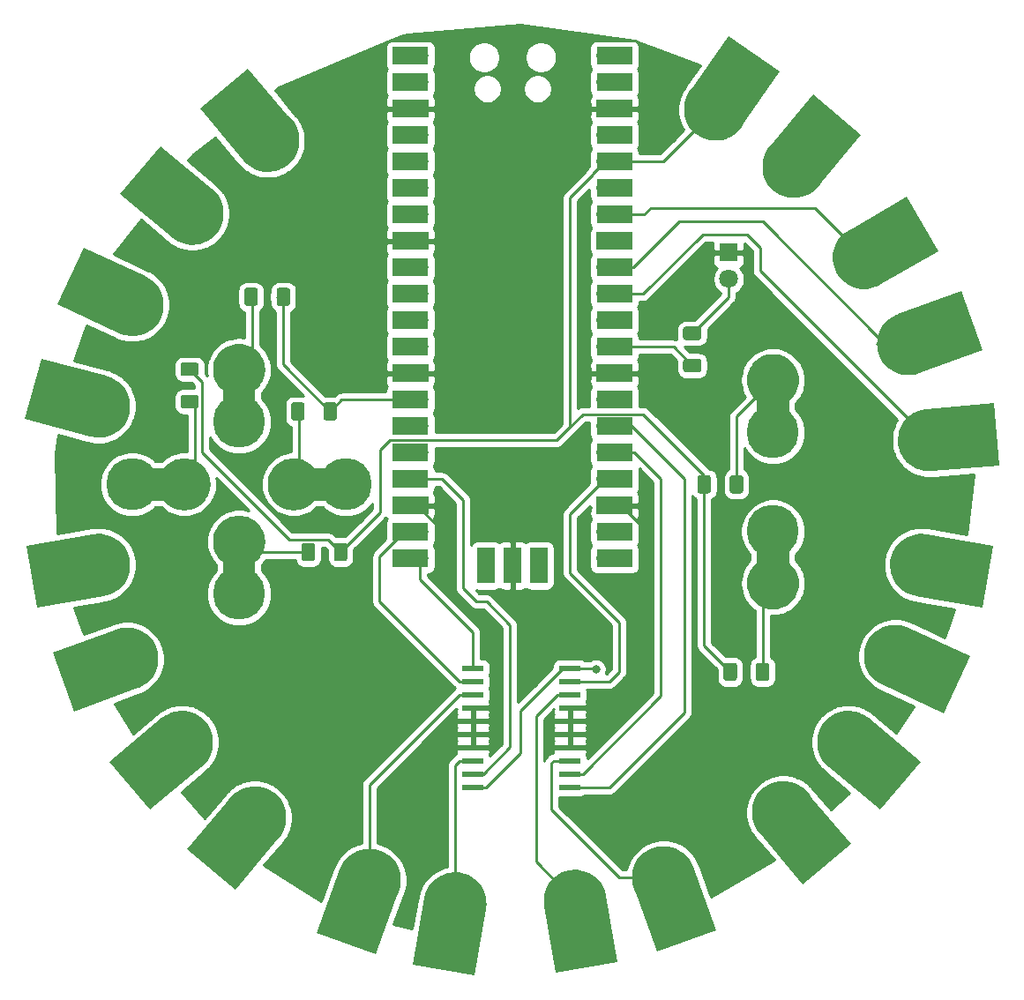
<source format=gbr>
%TF.GenerationSoftware,KiCad,Pcbnew,(5.1.10)-1*%
%TF.CreationDate,2021-06-07T23:37:17+02:00*%
%TF.ProjectId,Frisbee_v01,46726973-6265-4655-9f76-30312e6b6963,rev?*%
%TF.SameCoordinates,Original*%
%TF.FileFunction,Copper,L1,Top*%
%TF.FilePolarity,Positive*%
%FSLAX46Y46*%
G04 Gerber Fmt 4.6, Leading zero omitted, Abs format (unit mm)*
G04 Created by KiCad (PCBNEW (5.1.10)-1) date 2021-06-07 23:37:17*
%MOMM*%
%LPD*%
G01*
G04 APERTURE LIST*
%TA.AperFunction,ComponentPad*%
%ADD10C,0.100000*%
%TD*%
%TA.AperFunction,ComponentPad*%
%ADD11C,5.000000*%
%TD*%
%TA.AperFunction,ComponentPad*%
%ADD12C,1.800000*%
%TD*%
%TA.AperFunction,ComponentPad*%
%ADD13R,1.800000X1.800000*%
%TD*%
%TA.AperFunction,ComponentPad*%
%ADD14C,6.000000*%
%TD*%
%TA.AperFunction,SMDPad,CuDef*%
%ADD15C,0.100000*%
%TD*%
%TA.AperFunction,SMDPad,CuDef*%
%ADD16R,2.050000X0.600000*%
%TD*%
%TA.AperFunction,ComponentPad*%
%ADD17O,1.700000X1.700000*%
%TD*%
%TA.AperFunction,ComponentPad*%
%ADD18R,1.700000X1.700000*%
%TD*%
%TA.AperFunction,SMDPad,CuDef*%
%ADD19R,3.500000X1.700000*%
%TD*%
%TA.AperFunction,SMDPad,CuDef*%
%ADD20R,1.700000X3.500000*%
%TD*%
%TA.AperFunction,ViaPad*%
%ADD21C,0.800000*%
%TD*%
%TA.AperFunction,Conductor*%
%ADD22C,0.250000*%
%TD*%
%TA.AperFunction,Conductor*%
%ADD23C,0.254000*%
%TD*%
%TA.AperFunction,Conductor*%
%ADD24C,0.100000*%
%TD*%
G04 APERTURE END LIST*
%TA.AperFunction,ComponentPad*%
D10*
%TO.P,D9/Space1,1*%
%TO.N,Net-(D9/Space1-Pad1)*%
G36*
X177472941Y-100366826D02*
G01*
X177425078Y-100607450D01*
X177353860Y-100842225D01*
X177259973Y-101068888D01*
X177144322Y-101285257D01*
X177008019Y-101489248D01*
X176852378Y-101678897D01*
X176678897Y-101852378D01*
X176550000Y-101958161D01*
X176550000Y-103250000D01*
X176549039Y-103259755D01*
X176546194Y-103269134D01*
X176541573Y-103277779D01*
X176535355Y-103285355D01*
X176527779Y-103291573D01*
X176519134Y-103296194D01*
X176509755Y-103299039D01*
X176500000Y-103300000D01*
X173500000Y-103300000D01*
X173490245Y-103299039D01*
X173480866Y-103296194D01*
X173472221Y-103291573D01*
X173464645Y-103285355D01*
X173458427Y-103277779D01*
X173453806Y-103269134D01*
X173450961Y-103259755D01*
X173450000Y-103250000D01*
X173450000Y-101958161D01*
X173321103Y-101852378D01*
X173147622Y-101678897D01*
X172991981Y-101489248D01*
X172855678Y-101285257D01*
X172740027Y-101068888D01*
X172646140Y-100842225D01*
X172574922Y-100607450D01*
X172527059Y-100366826D01*
X172503011Y-100122669D01*
X172503011Y-99877331D01*
X172527059Y-99633174D01*
X172574922Y-99392550D01*
X172646140Y-99157775D01*
X172740027Y-98931112D01*
X172855678Y-98714743D01*
X172991981Y-98510752D01*
X173147622Y-98321103D01*
X173321103Y-98147622D01*
X173510752Y-97991981D01*
X173714743Y-97855678D01*
X173931112Y-97740027D01*
X174157775Y-97646140D01*
X174392550Y-97574922D01*
X174633174Y-97527059D01*
X174877331Y-97503011D01*
X175122669Y-97503011D01*
X175366826Y-97527059D01*
X175607450Y-97574922D01*
X175842225Y-97646140D01*
X176068888Y-97740027D01*
X176285257Y-97855678D01*
X176489248Y-97991981D01*
X176678897Y-98147622D01*
X176852378Y-98321103D01*
X177008019Y-98510752D01*
X177144322Y-98714743D01*
X177259973Y-98931112D01*
X177353860Y-99157775D01*
X177425078Y-99392550D01*
X177472941Y-99633174D01*
X177496989Y-99877331D01*
X177496989Y-100122669D01*
X177472941Y-100366826D01*
G37*
%TD.AperFunction*%
D11*
X175000000Y-105000000D03*
%TD*%
%TA.AperFunction,ComponentPad*%
D10*
%TO.P,D8/Click1,1*%
%TO.N,Net-(D8/Click1-Pad1)*%
G36*
X172527059Y-119133174D02*
G01*
X172574922Y-118892550D01*
X172646140Y-118657775D01*
X172740027Y-118431112D01*
X172855678Y-118214743D01*
X172991981Y-118010752D01*
X173147622Y-117821103D01*
X173321103Y-117647622D01*
X173450000Y-117541839D01*
X173450000Y-116250000D01*
X173450961Y-116240245D01*
X173453806Y-116230866D01*
X173458427Y-116222221D01*
X173464645Y-116214645D01*
X173472221Y-116208427D01*
X173480866Y-116203806D01*
X173490245Y-116200961D01*
X173500000Y-116200000D01*
X176500000Y-116200000D01*
X176509755Y-116200961D01*
X176519134Y-116203806D01*
X176527779Y-116208427D01*
X176535355Y-116214645D01*
X176541573Y-116222221D01*
X176546194Y-116230866D01*
X176549039Y-116240245D01*
X176550000Y-116250000D01*
X176550000Y-117541839D01*
X176678897Y-117647622D01*
X176852378Y-117821103D01*
X177008019Y-118010752D01*
X177144322Y-118214743D01*
X177259973Y-118431112D01*
X177353860Y-118657775D01*
X177425078Y-118892550D01*
X177472941Y-119133174D01*
X177496989Y-119377331D01*
X177496989Y-119622669D01*
X177472941Y-119866826D01*
X177425078Y-120107450D01*
X177353860Y-120342225D01*
X177259973Y-120568888D01*
X177144322Y-120785257D01*
X177008019Y-120989248D01*
X176852378Y-121178897D01*
X176678897Y-121352378D01*
X176489248Y-121508019D01*
X176285257Y-121644322D01*
X176068888Y-121759973D01*
X175842225Y-121853860D01*
X175607450Y-121925078D01*
X175366826Y-121972941D01*
X175122669Y-121996989D01*
X174877331Y-121996989D01*
X174633174Y-121972941D01*
X174392550Y-121925078D01*
X174157775Y-121853860D01*
X173931112Y-121759973D01*
X173714743Y-121644322D01*
X173510752Y-121508019D01*
X173321103Y-121352378D01*
X173147622Y-121178897D01*
X172991981Y-120989248D01*
X172855678Y-120785257D01*
X172740027Y-120568888D01*
X172646140Y-120342225D01*
X172574922Y-120107450D01*
X172527059Y-119866826D01*
X172503011Y-119622669D01*
X172503011Y-119377331D01*
X172527059Y-119133174D01*
G37*
%TD.AperFunction*%
D11*
X175000000Y-114500000D03*
%TD*%
%TA.AperFunction,ComponentPad*%
D10*
%TO.P,D7/Down1,1*%
%TO.N,Net-(D7/Down1-Pad1)*%
G36*
X126222941Y-115866826D02*
G01*
X126175078Y-116107450D01*
X126103860Y-116342225D01*
X126009973Y-116568888D01*
X125894322Y-116785257D01*
X125758019Y-116989248D01*
X125602378Y-117178897D01*
X125428897Y-117352378D01*
X125300000Y-117458161D01*
X125300000Y-118750000D01*
X125299039Y-118759755D01*
X125296194Y-118769134D01*
X125291573Y-118777779D01*
X125285355Y-118785355D01*
X125277779Y-118791573D01*
X125269134Y-118796194D01*
X125259755Y-118799039D01*
X125250000Y-118800000D01*
X122250000Y-118800000D01*
X122240245Y-118799039D01*
X122230866Y-118796194D01*
X122222221Y-118791573D01*
X122214645Y-118785355D01*
X122208427Y-118777779D01*
X122203806Y-118769134D01*
X122200961Y-118759755D01*
X122200000Y-118750000D01*
X122200000Y-117458161D01*
X122071103Y-117352378D01*
X121897622Y-117178897D01*
X121741981Y-116989248D01*
X121605678Y-116785257D01*
X121490027Y-116568888D01*
X121396140Y-116342225D01*
X121324922Y-116107450D01*
X121277059Y-115866826D01*
X121253011Y-115622669D01*
X121253011Y-115377331D01*
X121277059Y-115133174D01*
X121324922Y-114892550D01*
X121396140Y-114657775D01*
X121490027Y-114431112D01*
X121605678Y-114214743D01*
X121741981Y-114010752D01*
X121897622Y-113821103D01*
X122071103Y-113647622D01*
X122260752Y-113491981D01*
X122464743Y-113355678D01*
X122681112Y-113240027D01*
X122907775Y-113146140D01*
X123142550Y-113074922D01*
X123383174Y-113027059D01*
X123627331Y-113003011D01*
X123872669Y-113003011D01*
X124116826Y-113027059D01*
X124357450Y-113074922D01*
X124592225Y-113146140D01*
X124818888Y-113240027D01*
X125035257Y-113355678D01*
X125239248Y-113491981D01*
X125428897Y-113647622D01*
X125602378Y-113821103D01*
X125758019Y-114010752D01*
X125894322Y-114214743D01*
X126009973Y-114431112D01*
X126103860Y-114657775D01*
X126175078Y-114892550D01*
X126222941Y-115133174D01*
X126246989Y-115377331D01*
X126246989Y-115622669D01*
X126222941Y-115866826D01*
G37*
%TD.AperFunction*%
D11*
X123750000Y-120500000D03*
%TD*%
%TA.AperFunction,ComponentPad*%
D10*
%TO.P,D6/Right1,1*%
%TO.N,Net-(D6/Right1-Pad1)*%
G36*
X118133174Y-112472941D02*
G01*
X117892550Y-112425078D01*
X117657775Y-112353860D01*
X117431112Y-112259973D01*
X117214743Y-112144322D01*
X117010752Y-112008019D01*
X116821103Y-111852378D01*
X116647622Y-111678897D01*
X116541839Y-111550000D01*
X115250000Y-111550000D01*
X115240245Y-111549039D01*
X115230866Y-111546194D01*
X115222221Y-111541573D01*
X115214645Y-111535355D01*
X115208427Y-111527779D01*
X115203806Y-111519134D01*
X115200961Y-111509755D01*
X115200000Y-111500000D01*
X115200000Y-108500000D01*
X115200961Y-108490245D01*
X115203806Y-108480866D01*
X115208427Y-108472221D01*
X115214645Y-108464645D01*
X115222221Y-108458427D01*
X115230866Y-108453806D01*
X115240245Y-108450961D01*
X115250000Y-108450000D01*
X116541839Y-108450000D01*
X116647622Y-108321103D01*
X116821103Y-108147622D01*
X117010752Y-107991981D01*
X117214743Y-107855678D01*
X117431112Y-107740027D01*
X117657775Y-107646140D01*
X117892550Y-107574922D01*
X118133174Y-107527059D01*
X118377331Y-107503011D01*
X118622669Y-107503011D01*
X118866826Y-107527059D01*
X119107450Y-107574922D01*
X119342225Y-107646140D01*
X119568888Y-107740027D01*
X119785257Y-107855678D01*
X119989248Y-107991981D01*
X120178897Y-108147622D01*
X120352378Y-108321103D01*
X120508019Y-108510752D01*
X120644322Y-108714743D01*
X120759973Y-108931112D01*
X120853860Y-109157775D01*
X120925078Y-109392550D01*
X120972941Y-109633174D01*
X120996989Y-109877331D01*
X120996989Y-110122669D01*
X120972941Y-110366826D01*
X120925078Y-110607450D01*
X120853860Y-110842225D01*
X120759973Y-111068888D01*
X120644322Y-111285257D01*
X120508019Y-111489248D01*
X120352378Y-111678897D01*
X120178897Y-111852378D01*
X119989248Y-112008019D01*
X119785257Y-112144322D01*
X119568888Y-112259973D01*
X119342225Y-112353860D01*
X119107450Y-112425078D01*
X118866826Y-112472941D01*
X118622669Y-112496989D01*
X118377331Y-112496989D01*
X118133174Y-112472941D01*
G37*
%TD.AperFunction*%
D11*
X113500000Y-110000000D03*
%TD*%
%TA.AperFunction,ComponentPad*%
D10*
%TO.P,D5/Left1,1*%
%TO.N,Net-(D5/Left1-Pad1)*%
G36*
X129366826Y-107527059D02*
G01*
X129607450Y-107574922D01*
X129842225Y-107646140D01*
X130068888Y-107740027D01*
X130285257Y-107855678D01*
X130489248Y-107991981D01*
X130678897Y-108147622D01*
X130852378Y-108321103D01*
X130958161Y-108450000D01*
X132250000Y-108450000D01*
X132259755Y-108450961D01*
X132269134Y-108453806D01*
X132277779Y-108458427D01*
X132285355Y-108464645D01*
X132291573Y-108472221D01*
X132296194Y-108480866D01*
X132299039Y-108490245D01*
X132300000Y-108500000D01*
X132300000Y-111500000D01*
X132299039Y-111509755D01*
X132296194Y-111519134D01*
X132291573Y-111527779D01*
X132285355Y-111535355D01*
X132277779Y-111541573D01*
X132269134Y-111546194D01*
X132259755Y-111549039D01*
X132250000Y-111550000D01*
X130958161Y-111550000D01*
X130852378Y-111678897D01*
X130678897Y-111852378D01*
X130489248Y-112008019D01*
X130285257Y-112144322D01*
X130068888Y-112259973D01*
X129842225Y-112353860D01*
X129607450Y-112425078D01*
X129366826Y-112472941D01*
X129122669Y-112496989D01*
X128877331Y-112496989D01*
X128633174Y-112472941D01*
X128392550Y-112425078D01*
X128157775Y-112353860D01*
X127931112Y-112259973D01*
X127714743Y-112144322D01*
X127510752Y-112008019D01*
X127321103Y-111852378D01*
X127147622Y-111678897D01*
X126991981Y-111489248D01*
X126855678Y-111285257D01*
X126740027Y-111068888D01*
X126646140Y-110842225D01*
X126574922Y-110607450D01*
X126527059Y-110366826D01*
X126503011Y-110122669D01*
X126503011Y-109877331D01*
X126527059Y-109633174D01*
X126574922Y-109392550D01*
X126646140Y-109157775D01*
X126740027Y-108931112D01*
X126855678Y-108714743D01*
X126991981Y-108510752D01*
X127147622Y-108321103D01*
X127321103Y-108147622D01*
X127510752Y-107991981D01*
X127714743Y-107855678D01*
X127931112Y-107740027D01*
X128157775Y-107646140D01*
X128392550Y-107574922D01*
X128633174Y-107527059D01*
X128877331Y-107503011D01*
X129122669Y-107503011D01*
X129366826Y-107527059D01*
G37*
%TD.AperFunction*%
D11*
X134000000Y-110000000D03*
%TD*%
%TA.AperFunction,ComponentPad*%
D10*
%TO.P,D4/Up1,1*%
%TO.N,Net-(D4/Up1-Pad1)*%
G36*
X126222941Y-99366826D02*
G01*
X126175078Y-99607450D01*
X126103860Y-99842225D01*
X126009973Y-100068888D01*
X125894322Y-100285257D01*
X125758019Y-100489248D01*
X125602378Y-100678897D01*
X125428897Y-100852378D01*
X125300000Y-100958161D01*
X125300000Y-102250000D01*
X125299039Y-102259755D01*
X125296194Y-102269134D01*
X125291573Y-102277779D01*
X125285355Y-102285355D01*
X125277779Y-102291573D01*
X125269134Y-102296194D01*
X125259755Y-102299039D01*
X125250000Y-102300000D01*
X122250000Y-102300000D01*
X122240245Y-102299039D01*
X122230866Y-102296194D01*
X122222221Y-102291573D01*
X122214645Y-102285355D01*
X122208427Y-102277779D01*
X122203806Y-102269134D01*
X122200961Y-102259755D01*
X122200000Y-102250000D01*
X122200000Y-100958161D01*
X122071103Y-100852378D01*
X121897622Y-100678897D01*
X121741981Y-100489248D01*
X121605678Y-100285257D01*
X121490027Y-100068888D01*
X121396140Y-99842225D01*
X121324922Y-99607450D01*
X121277059Y-99366826D01*
X121253011Y-99122669D01*
X121253011Y-98877331D01*
X121277059Y-98633174D01*
X121324922Y-98392550D01*
X121396140Y-98157775D01*
X121490027Y-97931112D01*
X121605678Y-97714743D01*
X121741981Y-97510752D01*
X121897622Y-97321103D01*
X122071103Y-97147622D01*
X122260752Y-96991981D01*
X122464743Y-96855678D01*
X122681112Y-96740027D01*
X122907775Y-96646140D01*
X123142550Y-96574922D01*
X123383174Y-96527059D01*
X123627331Y-96503011D01*
X123872669Y-96503011D01*
X124116826Y-96527059D01*
X124357450Y-96574922D01*
X124592225Y-96646140D01*
X124818888Y-96740027D01*
X125035257Y-96855678D01*
X125239248Y-96991981D01*
X125428897Y-97147622D01*
X125602378Y-97321103D01*
X125758019Y-97510752D01*
X125894322Y-97714743D01*
X126009973Y-97931112D01*
X126103860Y-98157775D01*
X126175078Y-98392550D01*
X126222941Y-98633174D01*
X126246989Y-98877331D01*
X126246989Y-99122669D01*
X126222941Y-99366826D01*
G37*
%TD.AperFunction*%
D11*
X123750000Y-104000000D03*
%TD*%
%TO.P,R7,2*%
%TO.N,Net-(LED1-Pad2)*%
%TA.AperFunction,SMDPad,CuDef*%
G36*
G01*
X167875001Y-96150000D02*
X166624999Y-96150000D01*
G75*
G02*
X166375000Y-95900001I0J249999D01*
G01*
X166375000Y-95099999D01*
G75*
G02*
X166624999Y-94850000I249999J0D01*
G01*
X167875001Y-94850000D01*
G75*
G02*
X168125000Y-95099999I0J-249999D01*
G01*
X168125000Y-95900001D01*
G75*
G02*
X167875001Y-96150000I-249999J0D01*
G01*
G37*
%TD.AperFunction*%
%TO.P,R7,1*%
%TO.N,Net-(R7-Pad1)*%
%TA.AperFunction,SMDPad,CuDef*%
G36*
G01*
X167875001Y-99250000D02*
X166624999Y-99250000D01*
G75*
G02*
X166375000Y-99000001I0J249999D01*
G01*
X166375000Y-98199999D01*
G75*
G02*
X166624999Y-97950000I249999J0D01*
G01*
X167875001Y-97950000D01*
G75*
G02*
X168125000Y-98199999I0J-249999D01*
G01*
X168125000Y-99000001D01*
G75*
G02*
X167875001Y-99250000I-249999J0D01*
G01*
G37*
%TD.AperFunction*%
%TD*%
D12*
%TO.P,LED1,2*%
%TO.N,Net-(LED1-Pad2)*%
X170750000Y-90290000D03*
D13*
%TO.P,LED1,1*%
%TO.N,GND*%
X170750000Y-87750000D03*
%TD*%
D14*
%TO.P,VBUS1,1*%
%TO.N,Net-(U1-Pad40)*%
X177000000Y-79500000D03*
%TA.AperFunction,SMDPad,CuDef*%
D15*
G36*
X183476253Y-76449074D02*
G01*
X179298133Y-81428363D01*
X179295365Y-81426040D01*
X179200745Y-81538804D01*
X178990311Y-81744697D01*
X178760707Y-81928974D01*
X178514147Y-82089857D01*
X178253007Y-82225798D01*
X177979798Y-82335489D01*
X177697154Y-82417872D01*
X177407795Y-82472154D01*
X177114510Y-82497814D01*
X176820121Y-82494603D01*
X176527464Y-82462551D01*
X176239359Y-82401969D01*
X175958580Y-82313440D01*
X175687829Y-82197816D01*
X175429714Y-82056209D01*
X175186724Y-81889985D01*
X174961196Y-81700745D01*
X174755303Y-81490311D01*
X174571026Y-81260707D01*
X174410143Y-81014147D01*
X174274202Y-80753007D01*
X174164511Y-80479798D01*
X174082128Y-80197154D01*
X174027846Y-79907795D01*
X174002186Y-79614510D01*
X174005397Y-79320121D01*
X174037449Y-79027464D01*
X174098031Y-78739359D01*
X174186560Y-78458580D01*
X174302184Y-78187829D01*
X174443791Y-77929714D01*
X174610015Y-77686724D01*
X174704635Y-77573960D01*
X174701867Y-77571637D01*
X178879986Y-72592348D01*
X183476253Y-76449074D01*
G37*
%TD.AperFunction*%
%TD*%
D14*
%TO.P,M2-1,1*%
%TO.N,Net-(M2-1-Pad1)*%
X156000000Y-150000000D03*
%TA.AperFunction,SMDPad,CuDef*%
D15*
G36*
X154174290Y-156922195D02*
G01*
X153045577Y-150520945D01*
X153049136Y-150520317D01*
X153023574Y-150375350D01*
X153001115Y-150081803D01*
X153007538Y-149787466D01*
X153042780Y-149495177D01*
X153106500Y-149207750D01*
X153198088Y-148927952D01*
X153316658Y-148658479D01*
X153461072Y-148401925D01*
X153629936Y-148160762D01*
X153821625Y-147937311D01*
X154034294Y-147733725D01*
X154265893Y-147551965D01*
X154514192Y-147393782D01*
X154776801Y-147260696D01*
X155051190Y-147153992D01*
X155334716Y-147074697D01*
X155624650Y-147023574D01*
X155918197Y-147001115D01*
X156212534Y-147007538D01*
X156504823Y-147042780D01*
X156792250Y-147106500D01*
X157072048Y-147198088D01*
X157341521Y-147316658D01*
X157598075Y-147461072D01*
X157839238Y-147629936D01*
X158062689Y-147821625D01*
X158266275Y-148034294D01*
X158448035Y-148265893D01*
X158606218Y-148514192D01*
X158739304Y-148776801D01*
X158846008Y-149051190D01*
X158925303Y-149334716D01*
X158950864Y-149479683D01*
X158954423Y-149479055D01*
X160083136Y-155880306D01*
X154174290Y-156922195D01*
G37*
%TD.AperFunction*%
%TD*%
D14*
%TO.P,M2+1,1*%
%TO.N,Net-(M2+1-Pad1)*%
X164500000Y-147750000D03*
%TA.AperFunction,SMDPad,CuDef*%
D15*
G36*
X163904053Y-154884062D02*
G01*
X161680922Y-148776060D01*
X161684318Y-148774824D01*
X161633972Y-148636499D01*
X161560880Y-148351311D01*
X161516094Y-148060330D01*
X161500045Y-147766362D01*
X161512886Y-147472237D01*
X161554496Y-147180786D01*
X161624472Y-146894817D01*
X161722141Y-146617083D01*
X161846562Y-146350262D01*
X161996538Y-146096919D01*
X162170623Y-145859497D01*
X162367141Y-145640281D01*
X162584200Y-145441384D01*
X162819709Y-145264719D01*
X163071401Y-145111988D01*
X163336850Y-144984665D01*
X163613501Y-144883972D01*
X163898689Y-144810880D01*
X164189670Y-144766094D01*
X164483638Y-144750045D01*
X164777763Y-144762886D01*
X165069214Y-144804496D01*
X165355183Y-144874472D01*
X165632917Y-144972141D01*
X165899738Y-145096562D01*
X166153081Y-145246538D01*
X166390503Y-145420623D01*
X166609719Y-145617141D01*
X166808616Y-145834200D01*
X166985281Y-146069709D01*
X167138012Y-146321401D01*
X167265335Y-146586850D01*
X167315682Y-146725176D01*
X167319078Y-146723940D01*
X169542209Y-152831942D01*
X163904053Y-154884062D01*
G37*
%TD.AperFunction*%
%TD*%
D14*
%TO.P,M1-1,1*%
%TO.N,Net-(M1-1-Pad1)*%
X144500000Y-150250000D03*
%TA.AperFunction,SMDPad,CuDef*%
D15*
G36*
X140416864Y-156130306D02*
G01*
X141545577Y-149729055D01*
X141549136Y-149729683D01*
X141574697Y-149584716D01*
X141653992Y-149301190D01*
X141760696Y-149026801D01*
X141893782Y-148764192D01*
X142051965Y-148515893D01*
X142233725Y-148284294D01*
X142437311Y-148071625D01*
X142660762Y-147879936D01*
X142901925Y-147711072D01*
X143158479Y-147566658D01*
X143427952Y-147448088D01*
X143707750Y-147356500D01*
X143995177Y-147292780D01*
X144287466Y-147257538D01*
X144581803Y-147251115D01*
X144875350Y-147273574D01*
X145165284Y-147324697D01*
X145448810Y-147403992D01*
X145723199Y-147510696D01*
X145985808Y-147643782D01*
X146234107Y-147801965D01*
X146465706Y-147983725D01*
X146678375Y-148187311D01*
X146870064Y-148410762D01*
X147038928Y-148651925D01*
X147183342Y-148908479D01*
X147301912Y-149177952D01*
X147393500Y-149457750D01*
X147457220Y-149745177D01*
X147492462Y-150037466D01*
X147498885Y-150331803D01*
X147476426Y-150625350D01*
X147450864Y-150770317D01*
X147454423Y-150770945D01*
X146325710Y-157172195D01*
X140416864Y-156130306D01*
G37*
%TD.AperFunction*%
%TD*%
D14*
%TO.P,M1+1,1*%
%TO.N,Net-(M1+1-Pad1)*%
X136250000Y-148000000D03*
%TA.AperFunction,SMDPad,CuDef*%
D15*
G36*
X131207791Y-153081942D02*
G01*
X133430922Y-146973940D01*
X133434318Y-146975176D01*
X133484665Y-146836850D01*
X133611988Y-146571401D01*
X133764719Y-146319709D01*
X133941384Y-146084200D01*
X134140281Y-145867141D01*
X134359497Y-145670623D01*
X134596919Y-145496538D01*
X134850262Y-145346562D01*
X135117083Y-145222141D01*
X135394817Y-145124472D01*
X135680786Y-145054496D01*
X135972237Y-145012886D01*
X136266362Y-145000045D01*
X136560330Y-145016094D01*
X136851311Y-145060880D01*
X137136499Y-145133972D01*
X137413150Y-145234665D01*
X137678599Y-145361988D01*
X137930291Y-145514719D01*
X138165800Y-145691384D01*
X138382859Y-145890281D01*
X138579377Y-146109497D01*
X138753462Y-146346919D01*
X138903438Y-146600262D01*
X139027859Y-146867083D01*
X139125528Y-147144817D01*
X139195504Y-147430786D01*
X139237114Y-147722237D01*
X139249955Y-148016362D01*
X139233906Y-148310330D01*
X139189120Y-148601311D01*
X139116028Y-148886499D01*
X139065682Y-149024824D01*
X139069078Y-149026060D01*
X136845947Y-155134062D01*
X131207791Y-153081942D01*
G37*
%TD.AperFunction*%
%TD*%
D14*
%TO.P,D3,1*%
%TO.N,Net-(D3-Pad1)*%
X110250000Y-102500000D03*
%TA.AperFunction,SMDPad,CuDef*%
D15*
G36*
X104747939Y-97919899D02*
G01*
X111026457Y-99602223D01*
X111025522Y-99605713D01*
X111167709Y-99643812D01*
X111443245Y-99747516D01*
X111707291Y-99877729D01*
X111957301Y-100033196D01*
X112190868Y-100212418D01*
X112405745Y-100413672D01*
X112599860Y-100635018D01*
X112771345Y-100874326D01*
X112918548Y-101129288D01*
X113040052Y-101397452D01*
X113134685Y-101676234D01*
X113201538Y-101962950D01*
X113239966Y-102254836D01*
X113249599Y-102549085D01*
X113230344Y-102842861D01*
X113182386Y-103133335D01*
X113106188Y-103417709D01*
X113002484Y-103693245D01*
X112872271Y-103957291D01*
X112716804Y-104207301D01*
X112537582Y-104440868D01*
X112336328Y-104655745D01*
X112114982Y-104849860D01*
X111875674Y-105021345D01*
X111620712Y-105168548D01*
X111352548Y-105290052D01*
X111073766Y-105384685D01*
X110787050Y-105451538D01*
X110495164Y-105489966D01*
X110200915Y-105499599D01*
X109907139Y-105480344D01*
X109616665Y-105432386D01*
X109474478Y-105394287D01*
X109473543Y-105397777D01*
X103195025Y-103715454D01*
X104747939Y-97919899D01*
G37*
%TD.AperFunction*%
%TD*%
D14*
%TO.P,D2,1*%
%TO.N,Net-(D2-Pad1)*%
X113500000Y-92750000D03*
%TA.AperFunction,SMDPad,CuDef*%
D15*
G36*
X108876854Y-87284058D02*
G01*
X114767855Y-90031077D01*
X114766327Y-90034352D01*
X114899739Y-90096563D01*
X115153081Y-90246537D01*
X115390504Y-90420623D01*
X115609719Y-90617142D01*
X115808616Y-90834200D01*
X115985281Y-91069709D01*
X116138012Y-91321400D01*
X116265336Y-91586850D01*
X116366028Y-91863501D01*
X116439120Y-92148690D01*
X116483906Y-92439670D01*
X116499955Y-92733638D01*
X116487114Y-93027763D01*
X116445505Y-93319214D01*
X116375528Y-93605184D01*
X116277859Y-93882916D01*
X116153437Y-94149739D01*
X116003463Y-94403081D01*
X115829377Y-94640504D01*
X115632858Y-94859719D01*
X115415800Y-95058616D01*
X115180291Y-95235281D01*
X114928600Y-95388012D01*
X114663150Y-95515336D01*
X114386499Y-95616028D01*
X114101310Y-95689120D01*
X113810330Y-95733906D01*
X113516362Y-95749955D01*
X113222237Y-95737114D01*
X112930786Y-95695505D01*
X112644816Y-95625528D01*
X112367084Y-95527859D01*
X112233673Y-95465648D01*
X112232145Y-95468923D01*
X106341145Y-92721905D01*
X108876854Y-87284058D01*
G37*
%TD.AperFunction*%
%TD*%
D14*
%TO.P,D1,1*%
%TO.N,Net-(D1-Pad1)*%
X119250000Y-84000000D03*
%TA.AperFunction,SMDPad,CuDef*%
D15*
G36*
X116199074Y-77523747D02*
G01*
X121178363Y-81701867D01*
X121176040Y-81704635D01*
X121288804Y-81799255D01*
X121494697Y-82009689D01*
X121678974Y-82239293D01*
X121839857Y-82485853D01*
X121975798Y-82746993D01*
X122085489Y-83020202D01*
X122167872Y-83302846D01*
X122222154Y-83592205D01*
X122247814Y-83885490D01*
X122244603Y-84179879D01*
X122212551Y-84472536D01*
X122151969Y-84760641D01*
X122063440Y-85041420D01*
X121947816Y-85312171D01*
X121806209Y-85570286D01*
X121639985Y-85813276D01*
X121450745Y-86038804D01*
X121240311Y-86244697D01*
X121010707Y-86428974D01*
X120764147Y-86589857D01*
X120503007Y-86725798D01*
X120229798Y-86835489D01*
X119947154Y-86917872D01*
X119657795Y-86972154D01*
X119364510Y-86997814D01*
X119070121Y-86994603D01*
X118777464Y-86962551D01*
X118489359Y-86901969D01*
X118208580Y-86813440D01*
X117937829Y-86697816D01*
X117679714Y-86556209D01*
X117436724Y-86389985D01*
X117323960Y-86295365D01*
X117321637Y-86298133D01*
X112342348Y-82120014D01*
X116199074Y-77523747D01*
G37*
%TD.AperFunction*%
%TD*%
D14*
%TO.P,D0,1*%
%TO.N,Net-(D0-Pad1)*%
X126500000Y-77000000D03*
%TA.AperFunction,SMDPad,CuDef*%
D15*
G36*
X124620014Y-70092348D02*
G01*
X128798133Y-75071637D01*
X128795365Y-75073960D01*
X128889985Y-75186724D01*
X129056209Y-75429714D01*
X129197816Y-75687829D01*
X129313440Y-75958580D01*
X129401969Y-76239359D01*
X129462551Y-76527464D01*
X129494603Y-76820121D01*
X129497814Y-77114510D01*
X129472154Y-77407795D01*
X129417872Y-77697154D01*
X129335489Y-77979798D01*
X129225798Y-78253007D01*
X129089857Y-78514147D01*
X128928974Y-78760707D01*
X128744697Y-78990311D01*
X128538804Y-79200745D01*
X128313276Y-79389985D01*
X128070286Y-79556209D01*
X127812171Y-79697816D01*
X127541420Y-79813440D01*
X127260641Y-79901969D01*
X126972536Y-79962551D01*
X126679879Y-79994603D01*
X126385490Y-79997814D01*
X126092205Y-79972154D01*
X125802846Y-79917872D01*
X125520202Y-79835489D01*
X125246993Y-79725798D01*
X124985853Y-79589857D01*
X124739293Y-79428974D01*
X124509689Y-79244697D01*
X124299255Y-79038804D01*
X124204635Y-78926040D01*
X124201867Y-78928363D01*
X120023747Y-73949074D01*
X124620014Y-70092348D01*
G37*
%TD.AperFunction*%
%TD*%
D14*
%TO.P,A2,1*%
%TO.N,Net-(A2-Pad1)*%
X183750000Y-88250000D03*
%TA.AperFunction,SMDPad,CuDef*%
D15*
G36*
X190879165Y-87598076D02*
G01*
X185250000Y-90848076D01*
X185248193Y-90844946D01*
X185120711Y-90918548D01*
X184852548Y-91040052D01*
X184573766Y-91134686D01*
X184287050Y-91201538D01*
X183995164Y-91239966D01*
X183700915Y-91249598D01*
X183407139Y-91230344D01*
X183116665Y-91182386D01*
X182832291Y-91106188D01*
X182556754Y-91002484D01*
X182292710Y-90872271D01*
X182042699Y-90716804D01*
X181809132Y-90537582D01*
X181594255Y-90336328D01*
X181400139Y-90114982D01*
X181228655Y-89875675D01*
X181081452Y-89620711D01*
X180959948Y-89352548D01*
X180865314Y-89073766D01*
X180798462Y-88787050D01*
X180760034Y-88495164D01*
X180750402Y-88200915D01*
X180769656Y-87907139D01*
X180817614Y-87616665D01*
X180893812Y-87332291D01*
X180997516Y-87056754D01*
X181127729Y-86792710D01*
X181283196Y-86542699D01*
X181462418Y-86309132D01*
X181663672Y-86094255D01*
X181885018Y-85900139D01*
X182124325Y-85728655D01*
X182251807Y-85655054D01*
X182250000Y-85651924D01*
X187879165Y-82401924D01*
X190879165Y-87598076D01*
G37*
%TD.AperFunction*%
%TD*%
D14*
%TO.P,A1,1*%
%TO.N,Net-(A1-Pad1)*%
X188000000Y-96500000D03*
%TA.AperFunction,SMDPad,CuDef*%
D15*
G36*
X195134062Y-97095947D02*
G01*
X189026060Y-99319078D01*
X189024824Y-99315682D01*
X188886499Y-99366028D01*
X188601311Y-99439120D01*
X188310330Y-99483906D01*
X188016362Y-99499955D01*
X187722237Y-99487114D01*
X187430786Y-99445504D01*
X187144817Y-99375528D01*
X186867083Y-99277859D01*
X186600262Y-99153438D01*
X186346919Y-99003462D01*
X186109497Y-98829377D01*
X185890281Y-98632859D01*
X185691384Y-98415800D01*
X185514719Y-98180291D01*
X185361988Y-97928599D01*
X185234665Y-97663150D01*
X185133972Y-97386499D01*
X185060880Y-97101311D01*
X185016094Y-96810330D01*
X185000045Y-96516362D01*
X185012886Y-96222237D01*
X185054496Y-95930786D01*
X185124472Y-95644817D01*
X185222141Y-95367083D01*
X185346562Y-95100262D01*
X185496538Y-94846919D01*
X185670623Y-94609497D01*
X185867141Y-94390281D01*
X186084200Y-94191384D01*
X186319709Y-94014719D01*
X186571401Y-93861988D01*
X186836850Y-93734665D01*
X186975176Y-93684318D01*
X186973940Y-93680922D01*
X193081942Y-91457791D01*
X195134062Y-97095947D01*
G37*
%TD.AperFunction*%
%TD*%
D14*
%TO.P,A0,1*%
%TO.N,Net-(A0-Pad1)*%
X190000000Y-105750000D03*
%TA.AperFunction,SMDPad,CuDef*%
D15*
G36*
X196736733Y-108172072D02*
G01*
X190261467Y-108738584D01*
X190261152Y-108734984D01*
X190114509Y-108747813D01*
X189820121Y-108744603D01*
X189527464Y-108712552D01*
X189239359Y-108651969D01*
X188958580Y-108563440D01*
X188687829Y-108447815D01*
X188429715Y-108306210D01*
X188186724Y-108139985D01*
X187961196Y-107950745D01*
X187755302Y-107740310D01*
X187571027Y-107510707D01*
X187410143Y-107264148D01*
X187274202Y-107003007D01*
X187164511Y-106729799D01*
X187082128Y-106447153D01*
X187027846Y-106157795D01*
X187002187Y-105864509D01*
X187005397Y-105570121D01*
X187037448Y-105277464D01*
X187098031Y-104989359D01*
X187186560Y-104708580D01*
X187302185Y-104437829D01*
X187443790Y-104179715D01*
X187610015Y-103936724D01*
X187799255Y-103711196D01*
X188009690Y-103505302D01*
X188239293Y-103321027D01*
X188485852Y-103160143D01*
X188746993Y-103024202D01*
X189020201Y-102914511D01*
X189302847Y-102832128D01*
X189592205Y-102777846D01*
X189738848Y-102765016D01*
X189738533Y-102761416D01*
X196213798Y-102194904D01*
X196736733Y-108172072D01*
G37*
%TD.AperFunction*%
%TD*%
D14*
%TO.P,3V3,1*%
%TO.N,Net-(3V3-Pad1)*%
X169500000Y-74000000D03*
%TA.AperFunction,SMDPad,CuDef*%
D15*
G36*
X175685703Y-70396241D02*
G01*
X171957456Y-75720729D01*
X171954496Y-75718656D01*
X171870064Y-75839238D01*
X171678375Y-76062689D01*
X171465706Y-76266275D01*
X171234107Y-76448035D01*
X170985808Y-76606219D01*
X170723199Y-76739304D01*
X170448810Y-76846008D01*
X170165283Y-76925303D01*
X169875351Y-76976426D01*
X169581802Y-76998885D01*
X169287466Y-76992462D01*
X168995177Y-76957221D01*
X168707750Y-76893500D01*
X168427952Y-76801913D01*
X168158478Y-76683341D01*
X167901925Y-76538928D01*
X167660762Y-76370064D01*
X167437311Y-76178375D01*
X167233725Y-75965706D01*
X167051965Y-75734107D01*
X166893781Y-75485808D01*
X166760696Y-75223199D01*
X166653992Y-74948810D01*
X166574697Y-74665283D01*
X166523574Y-74375351D01*
X166501115Y-74081802D01*
X166507538Y-73787466D01*
X166542779Y-73495177D01*
X166606500Y-73207750D01*
X166698087Y-72927952D01*
X166816659Y-72658478D01*
X166961072Y-72401925D01*
X167045504Y-72281344D01*
X167042544Y-72279271D01*
X170770791Y-66954782D01*
X175685703Y-70396241D01*
G37*
%TD.AperFunction*%
%TD*%
D14*
%TO.P,GND8,1*%
%TO.N,GND*%
X176000000Y-141500000D03*
%TA.AperFunction,SMDPad,CuDef*%
D15*
G36*
X177879986Y-148407652D02*
G01*
X173701867Y-143428363D01*
X173704635Y-143426040D01*
X173610015Y-143313276D01*
X173443791Y-143070286D01*
X173302184Y-142812171D01*
X173186560Y-142541420D01*
X173098031Y-142260641D01*
X173037449Y-141972536D01*
X173005397Y-141679879D01*
X173002186Y-141385490D01*
X173027846Y-141092205D01*
X173082128Y-140802846D01*
X173164511Y-140520202D01*
X173274202Y-140246993D01*
X173410143Y-139985853D01*
X173571026Y-139739293D01*
X173755303Y-139509689D01*
X173961196Y-139299255D01*
X174186724Y-139110015D01*
X174429714Y-138943791D01*
X174687829Y-138802184D01*
X174958580Y-138686560D01*
X175239359Y-138598031D01*
X175527464Y-138537449D01*
X175820121Y-138505397D01*
X176114510Y-138502186D01*
X176407795Y-138527846D01*
X176697154Y-138582128D01*
X176979798Y-138664511D01*
X177253007Y-138774202D01*
X177514147Y-138910143D01*
X177760707Y-139071026D01*
X177990311Y-139255303D01*
X178200745Y-139461196D01*
X178295365Y-139573960D01*
X178298133Y-139571637D01*
X182476253Y-144550926D01*
X177879986Y-148407652D01*
G37*
%TD.AperFunction*%
%TD*%
D14*
%TO.P,GND6,1*%
%TO.N,GND*%
X186750000Y-126500000D03*
%TA.AperFunction,SMDPad,CuDef*%
D15*
G36*
X191373146Y-131965942D02*
G01*
X185482145Y-129218923D01*
X185483673Y-129215648D01*
X185350261Y-129153437D01*
X185096919Y-129003463D01*
X184859496Y-128829377D01*
X184640281Y-128632858D01*
X184441384Y-128415800D01*
X184264719Y-128180291D01*
X184111988Y-127928600D01*
X183984664Y-127663150D01*
X183883972Y-127386499D01*
X183810880Y-127101310D01*
X183766094Y-126810330D01*
X183750045Y-126516362D01*
X183762886Y-126222237D01*
X183804495Y-125930786D01*
X183874472Y-125644816D01*
X183972141Y-125367084D01*
X184096563Y-125100261D01*
X184246537Y-124846919D01*
X184420623Y-124609496D01*
X184617142Y-124390281D01*
X184834200Y-124191384D01*
X185069709Y-124014719D01*
X185321400Y-123861988D01*
X185586850Y-123734664D01*
X185863501Y-123633972D01*
X186148690Y-123560880D01*
X186439670Y-123516094D01*
X186733638Y-123500045D01*
X187027763Y-123512886D01*
X187319214Y-123554495D01*
X187605184Y-123624472D01*
X187882916Y-123722141D01*
X188016327Y-123784352D01*
X188017855Y-123781077D01*
X193908855Y-126528095D01*
X191373146Y-131965942D01*
G37*
%TD.AperFunction*%
%TD*%
D14*
%TO.P,GND5,1*%
%TO.N,GND*%
X182250000Y-134750000D03*
%TA.AperFunction,SMDPad,CuDef*%
D15*
G36*
X185300926Y-141226253D02*
G01*
X180321637Y-137048133D01*
X180323960Y-137045365D01*
X180211196Y-136950745D01*
X180005303Y-136740311D01*
X179821026Y-136510707D01*
X179660143Y-136264147D01*
X179524202Y-136003007D01*
X179414511Y-135729798D01*
X179332128Y-135447154D01*
X179277846Y-135157795D01*
X179252186Y-134864510D01*
X179255397Y-134570121D01*
X179287449Y-134277464D01*
X179348031Y-133989359D01*
X179436560Y-133708580D01*
X179552184Y-133437829D01*
X179693791Y-133179714D01*
X179860015Y-132936724D01*
X180049255Y-132711196D01*
X180259689Y-132505303D01*
X180489293Y-132321026D01*
X180735853Y-132160143D01*
X180996993Y-132024202D01*
X181270202Y-131914511D01*
X181552846Y-131832128D01*
X181842205Y-131777846D01*
X182135490Y-131752186D01*
X182429879Y-131755397D01*
X182722536Y-131787449D01*
X183010641Y-131848031D01*
X183291420Y-131936560D01*
X183562171Y-132052184D01*
X183820286Y-132193791D01*
X184063276Y-132360015D01*
X184176040Y-132454635D01*
X184178363Y-132451867D01*
X189157652Y-136629986D01*
X185300926Y-141226253D01*
G37*
%TD.AperFunction*%
%TD*%
D14*
%TO.P,GND4,1*%
%TO.N,GND*%
X113000000Y-126750000D03*
%TA.AperFunction,SMDPad,CuDef*%
D15*
G36*
X105865938Y-126154053D02*
G01*
X111973940Y-123930922D01*
X111975176Y-123934318D01*
X112113501Y-123883972D01*
X112398689Y-123810880D01*
X112689670Y-123766094D01*
X112983638Y-123750045D01*
X113277763Y-123762886D01*
X113569214Y-123804496D01*
X113855183Y-123874472D01*
X114132917Y-123972141D01*
X114399738Y-124096562D01*
X114653081Y-124246538D01*
X114890503Y-124420623D01*
X115109719Y-124617141D01*
X115308616Y-124834200D01*
X115485281Y-125069709D01*
X115638012Y-125321401D01*
X115765335Y-125586850D01*
X115866028Y-125863501D01*
X115939120Y-126148689D01*
X115983906Y-126439670D01*
X115999955Y-126733638D01*
X115987114Y-127027763D01*
X115945504Y-127319214D01*
X115875528Y-127605183D01*
X115777859Y-127882917D01*
X115653438Y-128149738D01*
X115503462Y-128403081D01*
X115329377Y-128640503D01*
X115132859Y-128859719D01*
X114915800Y-129058616D01*
X114680291Y-129235281D01*
X114428599Y-129388012D01*
X114163150Y-129515335D01*
X114024824Y-129565682D01*
X114026060Y-129569078D01*
X107918058Y-131792209D01*
X105865938Y-126154053D01*
G37*
%TD.AperFunction*%
%TD*%
D14*
%TO.P,GND3,1*%
%TO.N,GND*%
X110250000Y-117750000D03*
%TA.AperFunction,SMDPad,CuDef*%
D15*
G36*
X103327805Y-115924290D02*
G01*
X109729055Y-114795577D01*
X109729683Y-114799136D01*
X109874650Y-114773574D01*
X110168197Y-114751115D01*
X110462534Y-114757538D01*
X110754823Y-114792780D01*
X111042250Y-114856500D01*
X111322048Y-114948088D01*
X111591521Y-115066658D01*
X111848075Y-115211072D01*
X112089238Y-115379936D01*
X112312689Y-115571625D01*
X112516275Y-115784294D01*
X112698035Y-116015893D01*
X112856218Y-116264192D01*
X112989304Y-116526801D01*
X113096008Y-116801190D01*
X113175303Y-117084716D01*
X113226426Y-117374650D01*
X113248885Y-117668197D01*
X113242462Y-117962534D01*
X113207220Y-118254823D01*
X113143500Y-118542250D01*
X113051912Y-118822048D01*
X112933342Y-119091521D01*
X112788928Y-119348075D01*
X112620064Y-119589238D01*
X112428375Y-119812689D01*
X112215706Y-120016275D01*
X111984107Y-120198035D01*
X111735808Y-120356218D01*
X111473199Y-120489304D01*
X111198810Y-120596008D01*
X110915284Y-120675303D01*
X110770317Y-120700864D01*
X110770945Y-120704423D01*
X104369694Y-121833136D01*
X103327805Y-115924290D01*
G37*
%TD.AperFunction*%
%TD*%
D14*
%TO.P,GND2,1*%
%TO.N,GND*%
X118250000Y-134750000D03*
%TA.AperFunction,SMDPad,CuDef*%
D15*
G36*
X111342348Y-136629986D02*
G01*
X116321637Y-132451867D01*
X116323960Y-132454635D01*
X116436724Y-132360015D01*
X116679714Y-132193791D01*
X116937829Y-132052184D01*
X117208580Y-131936560D01*
X117489359Y-131848031D01*
X117777464Y-131787449D01*
X118070121Y-131755397D01*
X118364510Y-131752186D01*
X118657795Y-131777846D01*
X118947154Y-131832128D01*
X119229798Y-131914511D01*
X119503007Y-132024202D01*
X119764147Y-132160143D01*
X120010707Y-132321026D01*
X120240311Y-132505303D01*
X120450745Y-132711196D01*
X120639985Y-132936724D01*
X120806209Y-133179714D01*
X120947816Y-133437829D01*
X121063440Y-133708580D01*
X121151969Y-133989359D01*
X121212551Y-134277464D01*
X121244603Y-134570121D01*
X121247814Y-134864510D01*
X121222154Y-135157795D01*
X121167872Y-135447154D01*
X121085489Y-135729798D01*
X120975798Y-136003007D01*
X120839857Y-136264147D01*
X120678974Y-136510707D01*
X120494697Y-136740311D01*
X120288804Y-136950745D01*
X120176040Y-137045365D01*
X120178363Y-137048133D01*
X115199074Y-141226253D01*
X111342348Y-136629986D01*
G37*
%TD.AperFunction*%
%TD*%
D14*
%TO.P,GND1,1*%
%TO.N,GND*%
X125250000Y-142000000D03*
%TA.AperFunction,SMDPad,CuDef*%
D15*
G36*
X118773747Y-145050926D02*
G01*
X122951867Y-140071637D01*
X122954635Y-140073960D01*
X123049255Y-139961196D01*
X123259689Y-139755303D01*
X123489293Y-139571026D01*
X123735853Y-139410143D01*
X123996993Y-139274202D01*
X124270202Y-139164511D01*
X124552846Y-139082128D01*
X124842205Y-139027846D01*
X125135490Y-139002186D01*
X125429879Y-139005397D01*
X125722536Y-139037449D01*
X126010641Y-139098031D01*
X126291420Y-139186560D01*
X126562171Y-139302184D01*
X126820286Y-139443791D01*
X127063276Y-139610015D01*
X127288804Y-139799255D01*
X127494697Y-140009689D01*
X127678974Y-140239293D01*
X127839857Y-140485853D01*
X127975798Y-140746993D01*
X128085489Y-141020202D01*
X128167872Y-141302846D01*
X128222154Y-141592205D01*
X128247814Y-141885490D01*
X128244603Y-142179879D01*
X128212551Y-142472536D01*
X128151969Y-142760641D01*
X128063440Y-143041420D01*
X127947816Y-143312171D01*
X127806209Y-143570286D01*
X127639985Y-143813276D01*
X127545365Y-143926040D01*
X127548133Y-143928363D01*
X123370014Y-148907652D01*
X118773747Y-145050926D01*
G37*
%TD.AperFunction*%
%TD*%
D14*
%TO.P,GND7,1*%
%TO.N,GND*%
X189250000Y-117750000D03*
%TA.AperFunction,SMDPad,CuDef*%
D15*
G36*
X195130306Y-121833136D02*
G01*
X188729055Y-120704423D01*
X188729683Y-120700864D01*
X188584716Y-120675303D01*
X188301190Y-120596008D01*
X188026801Y-120489304D01*
X187764192Y-120356218D01*
X187515893Y-120198035D01*
X187284294Y-120016275D01*
X187071625Y-119812689D01*
X186879936Y-119589238D01*
X186711072Y-119348075D01*
X186566658Y-119091521D01*
X186448088Y-118822048D01*
X186356500Y-118542250D01*
X186292780Y-118254823D01*
X186257538Y-117962534D01*
X186251115Y-117668197D01*
X186273574Y-117374650D01*
X186324697Y-117084716D01*
X186403992Y-116801190D01*
X186510696Y-116526801D01*
X186643782Y-116264192D01*
X186801965Y-116015893D01*
X186983725Y-115784294D01*
X187187311Y-115571625D01*
X187410762Y-115379936D01*
X187651925Y-115211072D01*
X187908479Y-115066658D01*
X188177952Y-114948088D01*
X188457750Y-114856500D01*
X188745177Y-114792780D01*
X189037466Y-114757538D01*
X189331803Y-114751115D01*
X189625350Y-114773574D01*
X189770317Y-114799136D01*
X189770945Y-114795577D01*
X196172195Y-115924290D01*
X195130306Y-121833136D01*
G37*
%TD.AperFunction*%
%TD*%
%TO.P,R6,2*%
%TO.N,Net-(3V3-Pad1)*%
%TA.AperFunction,SMDPad,CuDef*%
G36*
G01*
X169050000Y-109374999D02*
X169050000Y-110625001D01*
G75*
G02*
X168800001Y-110875000I-249999J0D01*
G01*
X167999999Y-110875000D01*
G75*
G02*
X167750000Y-110625001I0J249999D01*
G01*
X167750000Y-109374999D01*
G75*
G02*
X167999999Y-109125000I249999J0D01*
G01*
X168800001Y-109125000D01*
G75*
G02*
X169050000Y-109374999I0J-249999D01*
G01*
G37*
%TD.AperFunction*%
%TO.P,R6,1*%
%TO.N,Net-(D9/Space1-Pad1)*%
%TA.AperFunction,SMDPad,CuDef*%
G36*
G01*
X172150000Y-109374999D02*
X172150000Y-110625001D01*
G75*
G02*
X171900001Y-110875000I-249999J0D01*
G01*
X171099999Y-110875000D01*
G75*
G02*
X170850000Y-110625001I0J249999D01*
G01*
X170850000Y-109374999D01*
G75*
G02*
X171099999Y-109125000I249999J0D01*
G01*
X171900001Y-109125000D01*
G75*
G02*
X172150000Y-109374999I0J-249999D01*
G01*
G37*
%TD.AperFunction*%
%TD*%
%TO.P,R5,2*%
%TO.N,Net-(3V3-Pad1)*%
%TA.AperFunction,SMDPad,CuDef*%
G36*
G01*
X171550000Y-127374999D02*
X171550000Y-128625001D01*
G75*
G02*
X171300001Y-128875000I-249999J0D01*
G01*
X170499999Y-128875000D01*
G75*
G02*
X170250000Y-128625001I0J249999D01*
G01*
X170250000Y-127374999D01*
G75*
G02*
X170499999Y-127125000I249999J0D01*
G01*
X171300001Y-127125000D01*
G75*
G02*
X171550000Y-127374999I0J-249999D01*
G01*
G37*
%TD.AperFunction*%
%TO.P,R5,1*%
%TO.N,Net-(D8/Click1-Pad1)*%
%TA.AperFunction,SMDPad,CuDef*%
G36*
G01*
X174650000Y-127374999D02*
X174650000Y-128625001D01*
G75*
G02*
X174400001Y-128875000I-249999J0D01*
G01*
X173599999Y-128875000D01*
G75*
G02*
X173350000Y-128625001I0J249999D01*
G01*
X173350000Y-127374999D01*
G75*
G02*
X173599999Y-127125000I249999J0D01*
G01*
X174400001Y-127125000D01*
G75*
G02*
X174650000Y-127374999I0J-249999D01*
G01*
G37*
%TD.AperFunction*%
%TD*%
%TO.P,R4,2*%
%TO.N,Net-(3V3-Pad1)*%
%TA.AperFunction,SMDPad,CuDef*%
G36*
G01*
X132850000Y-117125001D02*
X132850000Y-115874999D01*
G75*
G02*
X133099999Y-115625000I249999J0D01*
G01*
X133900001Y-115625000D01*
G75*
G02*
X134150000Y-115874999I0J-249999D01*
G01*
X134150000Y-117125001D01*
G75*
G02*
X133900001Y-117375000I-249999J0D01*
G01*
X133099999Y-117375000D01*
G75*
G02*
X132850000Y-117125001I0J249999D01*
G01*
G37*
%TD.AperFunction*%
%TO.P,R4,1*%
%TO.N,Net-(D7/Down1-Pad1)*%
%TA.AperFunction,SMDPad,CuDef*%
G36*
G01*
X129750000Y-117125001D02*
X129750000Y-115874999D01*
G75*
G02*
X129999999Y-115625000I249999J0D01*
G01*
X130800001Y-115625000D01*
G75*
G02*
X131050000Y-115874999I0J-249999D01*
G01*
X131050000Y-117125001D01*
G75*
G02*
X130800001Y-117375000I-249999J0D01*
G01*
X129999999Y-117375000D01*
G75*
G02*
X129750000Y-117125001I0J249999D01*
G01*
G37*
%TD.AperFunction*%
%TD*%
%TO.P,R3,2*%
%TO.N,Net-(3V3-Pad1)*%
%TA.AperFunction,SMDPad,CuDef*%
G36*
G01*
X119625001Y-99600000D02*
X118374999Y-99600000D01*
G75*
G02*
X118125000Y-99350001I0J249999D01*
G01*
X118125000Y-98549999D01*
G75*
G02*
X118374999Y-98300000I249999J0D01*
G01*
X119625001Y-98300000D01*
G75*
G02*
X119875000Y-98549999I0J-249999D01*
G01*
X119875000Y-99350001D01*
G75*
G02*
X119625001Y-99600000I-249999J0D01*
G01*
G37*
%TD.AperFunction*%
%TO.P,R3,1*%
%TO.N,Net-(D6/Right1-Pad1)*%
%TA.AperFunction,SMDPad,CuDef*%
G36*
G01*
X119625001Y-102700000D02*
X118374999Y-102700000D01*
G75*
G02*
X118125000Y-102450001I0J249999D01*
G01*
X118125000Y-101649999D01*
G75*
G02*
X118374999Y-101400000I249999J0D01*
G01*
X119625001Y-101400000D01*
G75*
G02*
X119875000Y-101649999I0J-249999D01*
G01*
X119875000Y-102450001D01*
G75*
G02*
X119625001Y-102700000I-249999J0D01*
G01*
G37*
%TD.AperFunction*%
%TD*%
%TO.P,R2,2*%
%TO.N,Net-(R1-Pad2)*%
%TA.AperFunction,SMDPad,CuDef*%
G36*
G01*
X131850000Y-103625001D02*
X131850000Y-102374999D01*
G75*
G02*
X132099999Y-102125000I249999J0D01*
G01*
X132900001Y-102125000D01*
G75*
G02*
X133150000Y-102374999I0J-249999D01*
G01*
X133150000Y-103625001D01*
G75*
G02*
X132900001Y-103875000I-249999J0D01*
G01*
X132099999Y-103875000D01*
G75*
G02*
X131850000Y-103625001I0J249999D01*
G01*
G37*
%TD.AperFunction*%
%TO.P,R2,1*%
%TO.N,Net-(D5/Left1-Pad1)*%
%TA.AperFunction,SMDPad,CuDef*%
G36*
G01*
X128750000Y-103625001D02*
X128750000Y-102374999D01*
G75*
G02*
X128999999Y-102125000I249999J0D01*
G01*
X129800001Y-102125000D01*
G75*
G02*
X130050000Y-102374999I0J-249999D01*
G01*
X130050000Y-103625001D01*
G75*
G02*
X129800001Y-103875000I-249999J0D01*
G01*
X128999999Y-103875000D01*
G75*
G02*
X128750000Y-103625001I0J249999D01*
G01*
G37*
%TD.AperFunction*%
%TD*%
D16*
%TO.P,U2,2*%
%TO.N,Net-(U1-Pad19)*%
X146190000Y-128920000D03*
%TO.P,U2,13*%
%TO.N,Net-(M2+1-Pad1)*%
X155500000Y-136540000D03*
%TO.P,U2,1*%
%TO.N,Net-(U1-Pad20)*%
X146190000Y-127650000D03*
%TO.P,U2,3*%
%TO.N,Net-(M1+1-Pad1)*%
X146190000Y-130190000D03*
%TO.P,U2,4*%
%TO.N,GND*%
X146190000Y-131460000D03*
%TO.P,U2,14*%
X155500000Y-135270000D03*
%TO.P,U2,12*%
%TO.N,Net-(U1-Pad25)*%
X155500000Y-137810000D03*
%TO.P,U2,11*%
%TO.N,Net-(U1-Pad26)*%
X155500000Y-139080000D03*
%TO.P,U2,6*%
%TO.N,GND*%
X146190000Y-134000000D03*
%TO.P,U2,9*%
%TO.N,Net-(U1-Pad17)*%
X146190000Y-137810000D03*
%TO.P,U2,5*%
%TO.N,GND*%
X146190000Y-132730000D03*
%TO.P,U2,7*%
X146190000Y-135270000D03*
%TO.P,U2,10*%
%TO.N,Net-(U1-Pad40)*%
X146190000Y-139080000D03*
%TO.P,U2,8*%
%TO.N,Net-(M1-1-Pad1)*%
X146190000Y-136540000D03*
%TO.P,U2,15*%
%TO.N,GND*%
X155500000Y-134000000D03*
%TO.P,U2,16*%
X155500000Y-132730000D03*
%TO.P,U2,17*%
X155500000Y-131460000D03*
%TO.P,U2,18*%
%TO.N,Net-(M2-1-Pad1)*%
X155500000Y-130190000D03*
%TO.P,U2,19*%
%TO.N,Net-(U1-Pad24)*%
X155500000Y-128920000D03*
%TO.P,U2,20*%
%TO.N,Net-(U1-Pad40)*%
X155500000Y-127650000D03*
%TD*%
D17*
%TO.P,U1,1*%
%TO.N,Net-(D0-Pad1)*%
X141110000Y-68870000D03*
%TO.P,U1,2*%
%TO.N,Net-(D1-Pad1)*%
X141110000Y-71410000D03*
D18*
%TO.P,U1,3*%
%TO.N,GND*%
X141110000Y-73950000D03*
D17*
%TO.P,U1,4*%
%TO.N,Net-(D2-Pad1)*%
X141110000Y-76490000D03*
%TO.P,U1,5*%
%TO.N,Net-(D3-Pad1)*%
X141110000Y-79030000D03*
%TO.P,U1,6*%
%TO.N,Net-(D4/Up1-Pad1)*%
X141110000Y-81570000D03*
%TO.P,U1,7*%
%TO.N,Net-(D5/Left1-Pad1)*%
X141110000Y-84110000D03*
D18*
%TO.P,U1,8*%
%TO.N,GND*%
X141110000Y-86650000D03*
D17*
%TO.P,U1,9*%
%TO.N,Net-(D6/Right1-Pad1)*%
X141110000Y-89190000D03*
%TO.P,U1,10*%
%TO.N,Net-(D7/Down1-Pad1)*%
X141110000Y-91730000D03*
%TO.P,U1,11*%
%TO.N,Net-(D8/Click1-Pad1)*%
X141110000Y-94270000D03*
%TO.P,U1,12*%
%TO.N,Net-(D9/Space1-Pad1)*%
X141110000Y-96810000D03*
D18*
%TO.P,U1,13*%
%TO.N,GND*%
X141110000Y-99350000D03*
D17*
%TO.P,U1,14*%
%TO.N,Net-(R1-Pad2)*%
X141110000Y-101890000D03*
%TO.P,U1,15*%
%TO.N,Net-(U1-Pad15)*%
X141110000Y-104430000D03*
%TO.P,U1,16*%
%TO.N,Net-(U1-Pad16)*%
X141110000Y-106970000D03*
%TO.P,U1,17*%
%TO.N,Net-(U1-Pad17)*%
X141110000Y-109510000D03*
D18*
%TO.P,U1,18*%
%TO.N,GND*%
X141110000Y-112050000D03*
D17*
%TO.P,U1,19*%
%TO.N,Net-(U1-Pad19)*%
X141110000Y-114590000D03*
%TO.P,U1,20*%
%TO.N,Net-(U1-Pad20)*%
X141110000Y-117130000D03*
%TO.P,U1,21*%
%TO.N,Net-(U1-Pad21)*%
X158890000Y-117130000D03*
%TO.P,U1,22*%
%TO.N,Net-(U1-Pad22)*%
X158890000Y-114590000D03*
D18*
%TO.P,U1,23*%
%TO.N,GND*%
X158890000Y-112050000D03*
D17*
%TO.P,U1,24*%
%TO.N,Net-(U1-Pad24)*%
X158890000Y-109510000D03*
%TO.P,U1,25*%
%TO.N,Net-(U1-Pad25)*%
X158890000Y-106970000D03*
%TO.P,U1,26*%
%TO.N,Net-(U1-Pad26)*%
X158890000Y-104430000D03*
%TO.P,U1,27*%
%TO.N,Net-(U1-Pad27)*%
X158890000Y-101890000D03*
D18*
%TO.P,U1,28*%
%TO.N,GND*%
X158890000Y-99350000D03*
D17*
%TO.P,U1,29*%
%TO.N,Net-(R7-Pad1)*%
X158890000Y-96810000D03*
%TO.P,U1,30*%
%TO.N,Net-(U1-Pad30)*%
X158890000Y-94270000D03*
%TO.P,U1,31*%
%TO.N,Net-(A0-Pad1)*%
X158890000Y-91730000D03*
%TO.P,U1,32*%
%TO.N,Net-(A1-Pad1)*%
X158890000Y-89190000D03*
D18*
%TO.P,U1,33*%
%TO.N,Net-(U1-Pad33)*%
X158890000Y-86650000D03*
D17*
%TO.P,U1,34*%
%TO.N,Net-(A2-Pad1)*%
X158890000Y-84110000D03*
%TO.P,U1,35*%
%TO.N,Net-(U1-Pad35)*%
X158890000Y-81570000D03*
%TO.P,U1,36*%
%TO.N,Net-(3V3-Pad1)*%
X158890000Y-79030000D03*
%TO.P,U1,37*%
%TO.N,Net-(U1-Pad37)*%
X158890000Y-76490000D03*
D18*
%TO.P,U1,38*%
%TO.N,GND*%
X158890000Y-73950000D03*
D17*
%TO.P,U1,39*%
%TO.N,Net-(U1-Pad39)*%
X158890000Y-71410000D03*
%TO.P,U1,40*%
%TO.N,Net-(U1-Pad40)*%
X158890000Y-68870000D03*
D19*
%TO.P,U1,1*%
%TO.N,Net-(D0-Pad1)*%
X140210000Y-68870000D03*
%TO.P,U1,2*%
%TO.N,Net-(D1-Pad1)*%
X140210000Y-71410000D03*
%TO.P,U1,3*%
%TO.N,GND*%
X140210000Y-73950000D03*
%TO.P,U1,4*%
%TO.N,Net-(D2-Pad1)*%
X140210000Y-76490000D03*
%TO.P,U1,5*%
%TO.N,Net-(D3-Pad1)*%
X140210000Y-79030000D03*
%TO.P,U1,6*%
%TO.N,Net-(D4/Up1-Pad1)*%
X140210000Y-81570000D03*
%TO.P,U1,7*%
%TO.N,Net-(D5/Left1-Pad1)*%
X140210000Y-84110000D03*
%TO.P,U1,8*%
%TO.N,GND*%
X140210000Y-86650000D03*
%TO.P,U1,9*%
%TO.N,Net-(D6/Right1-Pad1)*%
X140210000Y-89190000D03*
%TO.P,U1,10*%
%TO.N,Net-(D7/Down1-Pad1)*%
X140210000Y-91730000D03*
%TO.P,U1,11*%
%TO.N,Net-(D8/Click1-Pad1)*%
X140210000Y-94270000D03*
%TO.P,U1,12*%
%TO.N,Net-(D9/Space1-Pad1)*%
X140210000Y-96810000D03*
%TO.P,U1,13*%
%TO.N,GND*%
X140210000Y-99350000D03*
%TO.P,U1,14*%
%TO.N,Net-(R1-Pad2)*%
X140210000Y-101890000D03*
%TO.P,U1,15*%
%TO.N,Net-(U1-Pad15)*%
X140210000Y-104430000D03*
%TO.P,U1,16*%
%TO.N,Net-(U1-Pad16)*%
X140210000Y-106970000D03*
%TO.P,U1,17*%
%TO.N,Net-(U1-Pad17)*%
X140210000Y-109510000D03*
%TO.P,U1,18*%
%TO.N,GND*%
X140210000Y-112050000D03*
%TO.P,U1,19*%
%TO.N,Net-(U1-Pad19)*%
X140210000Y-114590000D03*
%TO.P,U1,20*%
%TO.N,Net-(U1-Pad20)*%
X140210000Y-117130000D03*
%TO.P,U1,40*%
%TO.N,Net-(U1-Pad40)*%
X159790000Y-68870000D03*
%TO.P,U1,39*%
%TO.N,Net-(U1-Pad39)*%
X159790000Y-71410000D03*
%TO.P,U1,38*%
%TO.N,GND*%
X159790000Y-73950000D03*
%TO.P,U1,37*%
%TO.N,Net-(U1-Pad37)*%
X159790000Y-76490000D03*
%TO.P,U1,36*%
%TO.N,Net-(3V3-Pad1)*%
X159790000Y-79030000D03*
%TO.P,U1,35*%
%TO.N,Net-(U1-Pad35)*%
X159790000Y-81570000D03*
%TO.P,U1,34*%
%TO.N,Net-(A2-Pad1)*%
X159790000Y-84110000D03*
%TO.P,U1,33*%
%TO.N,Net-(U1-Pad33)*%
X159790000Y-86650000D03*
%TO.P,U1,32*%
%TO.N,Net-(A1-Pad1)*%
X159790000Y-89190000D03*
%TO.P,U1,31*%
%TO.N,Net-(A0-Pad1)*%
X159790000Y-91730000D03*
%TO.P,U1,30*%
%TO.N,Net-(U1-Pad30)*%
X159790000Y-94270000D03*
%TO.P,U1,29*%
%TO.N,Net-(R7-Pad1)*%
X159790000Y-96810000D03*
%TO.P,U1,28*%
%TO.N,GND*%
X159790000Y-99350000D03*
%TO.P,U1,27*%
%TO.N,Net-(U1-Pad27)*%
X159790000Y-101890000D03*
%TO.P,U1,26*%
%TO.N,Net-(U1-Pad26)*%
X159790000Y-104430000D03*
%TO.P,U1,25*%
%TO.N,Net-(U1-Pad25)*%
X159790000Y-106970000D03*
%TO.P,U1,24*%
%TO.N,Net-(U1-Pad24)*%
X159790000Y-109510000D03*
%TO.P,U1,23*%
%TO.N,GND*%
X159790000Y-112050000D03*
%TO.P,U1,22*%
%TO.N,Net-(U1-Pad22)*%
X159790000Y-114590000D03*
%TO.P,U1,21*%
%TO.N,Net-(U1-Pad21)*%
X159790000Y-117130000D03*
D20*
%TO.P,U1,41*%
%TO.N,Net-(U1-Pad41)*%
X147460000Y-117800000D03*
D17*
X147460000Y-116900000D03*
D20*
%TO.P,U1,42*%
%TO.N,GND*%
X150000000Y-117800000D03*
D18*
X150000000Y-116900000D03*
D20*
%TO.P,U1,43*%
%TO.N,Net-(U1-Pad43)*%
X152540000Y-117800000D03*
D17*
X152540000Y-116900000D03*
%TD*%
%TO.P,R1,2*%
%TO.N,Net-(R1-Pad2)*%
%TA.AperFunction,SMDPad,CuDef*%
G36*
G01*
X127350000Y-92625001D02*
X127350000Y-91374999D01*
G75*
G02*
X127599999Y-91125000I249999J0D01*
G01*
X128400001Y-91125000D01*
G75*
G02*
X128650000Y-91374999I0J-249999D01*
G01*
X128650000Y-92625001D01*
G75*
G02*
X128400001Y-92875000I-249999J0D01*
G01*
X127599999Y-92875000D01*
G75*
G02*
X127350000Y-92625001I0J249999D01*
G01*
G37*
%TD.AperFunction*%
%TO.P,R1,1*%
%TO.N,Net-(D4/Up1-Pad1)*%
%TA.AperFunction,SMDPad,CuDef*%
G36*
G01*
X124250000Y-92625001D02*
X124250000Y-91374999D01*
G75*
G02*
X124499999Y-91125000I249999J0D01*
G01*
X125300001Y-91125000D01*
G75*
G02*
X125550000Y-91374999I0J-249999D01*
G01*
X125550000Y-92625001D01*
G75*
G02*
X125300001Y-92875000I-249999J0D01*
G01*
X124499999Y-92875000D01*
G75*
G02*
X124250000Y-92625001I0J249999D01*
G01*
G37*
%TD.AperFunction*%
%TD*%
D21*
%TO.N,Net-(U1-Pad40)*%
X158000000Y-127750000D03*
%TD*%
D22*
%TO.N,Net-(U1-Pad17)*%
X146830002Y-137810000D02*
X146190000Y-137810000D01*
X143260000Y-109510000D02*
X141110000Y-109510000D01*
X145250000Y-111500000D02*
X143260000Y-109510000D01*
X146500000Y-121250000D02*
X145250000Y-120000000D01*
X149750000Y-123500000D02*
X147500000Y-121250000D01*
X145250000Y-120000000D02*
X145250000Y-111500000D01*
X149750000Y-135250000D02*
X149750000Y-123500000D01*
X147500000Y-121250000D02*
X146500000Y-121250000D01*
X147190000Y-137810000D02*
X149750000Y-135250000D01*
X146190000Y-137810000D02*
X147190000Y-137810000D01*
%TO.N,Net-(U1-Pad19)*%
X144915000Y-128920000D02*
X137250000Y-121255000D01*
X146190000Y-128920000D02*
X144915000Y-128920000D01*
X139564998Y-114590000D02*
X141110000Y-114590000D01*
X137250000Y-116904998D02*
X139564998Y-114590000D01*
X137250000Y-121255000D02*
X137250000Y-116904998D01*
%TO.N,Net-(U1-Pad20)*%
X146190000Y-127650000D02*
X146190000Y-124190000D01*
X141110000Y-119110000D02*
X141110000Y-117130000D01*
X146190000Y-124190000D02*
X141110000Y-119110000D01*
%TO.N,Net-(U1-Pad24)*%
X160435002Y-109510000D02*
X158890000Y-109510000D01*
X158890000Y-109510000D02*
X161010000Y-109510000D01*
X155500000Y-128920000D02*
X159330000Y-128920000D01*
X159330000Y-128920000D02*
X160250000Y-128000000D01*
X160250000Y-128000000D02*
X160250000Y-123250000D01*
X160250000Y-123250000D02*
X155500000Y-118500000D01*
X155500000Y-112900000D02*
X158890000Y-109510000D01*
X155500000Y-118500000D02*
X155500000Y-112900000D01*
%TO.N,Net-(U1-Pad25)*%
X158890000Y-106970000D02*
X160435002Y-106970000D01*
X156775000Y-137810000D02*
X164250000Y-130335000D01*
X155500000Y-137810000D02*
X156775000Y-137810000D01*
X164250000Y-130335000D02*
X164250000Y-109500000D01*
X161720000Y-106970000D02*
X158890000Y-106970000D01*
X164250000Y-109500000D02*
X161720000Y-106970000D01*
%TO.N,Net-(U1-Pad26)*%
X166500000Y-129355000D02*
X166500000Y-129250000D01*
X161430000Y-104430000D02*
X158890000Y-104430000D01*
X166500000Y-109500000D02*
X161430000Y-104430000D01*
X155500000Y-139080000D02*
X159330000Y-139080000D01*
X166500000Y-131910000D02*
X166500000Y-129000000D01*
X159330000Y-139080000D02*
X166500000Y-131910000D01*
X166500000Y-129000000D02*
X166500000Y-109500000D01*
X166500000Y-129355000D02*
X166500000Y-129000000D01*
%TO.N,Net-(U1-Pad40)*%
X155500000Y-127650000D02*
X155150000Y-127650000D01*
X154858590Y-127650000D02*
X155500000Y-127650000D01*
X152549992Y-129958598D02*
X154858590Y-127650000D01*
X146190000Y-139080000D02*
X147465000Y-139080000D01*
X152549992Y-129958598D02*
X152541402Y-129958598D01*
X152541402Y-129958598D02*
X150750000Y-131750000D01*
X150750000Y-135795000D02*
X147465000Y-139080000D01*
X150750000Y-131750000D02*
X150750000Y-135795000D01*
X157900000Y-127650000D02*
X158000000Y-127750000D01*
X155500000Y-127650000D02*
X157900000Y-127650000D01*
%TO.N,Net-(3V3-Pad1)*%
X158890000Y-79030000D02*
X164470000Y-79030000D01*
X168400000Y-125500000D02*
X170900000Y-128000000D01*
X168400000Y-110000000D02*
X168400000Y-125500000D01*
X164470000Y-79030000D02*
X166000000Y-77500000D01*
X166000000Y-77500000D02*
X169500000Y-74000000D01*
X137325001Y-112674999D02*
X137325001Y-107825001D01*
X137325001Y-107825001D02*
X137325001Y-106674999D01*
X137325001Y-106669997D02*
X138244998Y-105750000D01*
X137325001Y-106674999D02*
X137325001Y-106669997D01*
X138244998Y-105750000D02*
X143000000Y-105750000D01*
X158890000Y-79030000D02*
X157714999Y-80205001D01*
X157714999Y-80205001D02*
X157714999Y-80285001D01*
X157714999Y-80285001D02*
X155500000Y-82500000D01*
X155500000Y-82500000D02*
X155500000Y-104500000D01*
X143000000Y-105750000D02*
X154250000Y-105750000D01*
X136000000Y-114000000D02*
X137325001Y-112674999D01*
X133500000Y-116500000D02*
X136000000Y-114000000D01*
X120200010Y-106950010D02*
X120200010Y-100150010D01*
X128549990Y-115299990D02*
X120200010Y-106950010D01*
X120200010Y-100150010D02*
X119000000Y-98950000D01*
X132299990Y-115299990D02*
X128549990Y-115299990D01*
X133500000Y-116500000D02*
X132299990Y-115299990D01*
X156745001Y-103254999D02*
X155250000Y-104750000D01*
X162529999Y-103254999D02*
X156745001Y-103254999D01*
X168400000Y-110000000D02*
X168400000Y-109125000D01*
X155250000Y-104750000D02*
X154250000Y-105750000D01*
X168400000Y-109125000D02*
X162529999Y-103254999D01*
X155500000Y-104500000D02*
X155250000Y-104750000D01*
%TO.N,Net-(A0-Pad1)*%
X160435002Y-91730000D02*
X158890000Y-91730000D01*
X190000000Y-105750000D02*
X173750000Y-89500000D01*
X173750000Y-89500000D02*
X173750000Y-87250000D01*
X173750000Y-87250000D02*
X172500000Y-86000000D01*
X172500000Y-86000000D02*
X168250000Y-86000000D01*
X162520000Y-91730000D02*
X158890000Y-91730000D01*
X168250000Y-86000000D02*
X162520000Y-91730000D01*
%TO.N,Net-(A1-Pad1)*%
X185000000Y-96500000D02*
X188000000Y-96500000D01*
X158890000Y-89190000D02*
X160435002Y-89190000D01*
X158890000Y-89190000D02*
X161560000Y-89190000D01*
X161560000Y-89190000D02*
X166000000Y-84750000D01*
X166000000Y-84750000D02*
X174000000Y-84750000D01*
X185750000Y-96500000D02*
X188000000Y-96500000D01*
X174000000Y-84750000D02*
X185750000Y-96500000D01*
%TO.N,Net-(A2-Pad1)*%
X183750000Y-88250000D02*
X179610000Y-84110000D01*
X158890000Y-84110000D02*
X162640000Y-84110000D01*
X162640000Y-84110000D02*
X163250000Y-83500000D01*
X179000000Y-83500000D02*
X179610000Y-84110000D01*
X163250000Y-83500000D02*
X179000000Y-83500000D01*
%TO.N,Net-(M1+1-Pad1)*%
X136250000Y-138855000D02*
X136250000Y-148000000D01*
X144915000Y-130190000D02*
X136250000Y-138855000D01*
X146190000Y-130190000D02*
X144915000Y-130190000D01*
%TO.N,Net-(M1-1-Pad1)*%
X144500000Y-136955000D02*
X144500000Y-150250000D01*
X144915000Y-136540000D02*
X144500000Y-136955000D01*
X146190000Y-136540000D02*
X144915000Y-136540000D01*
%TO.N,Net-(M2+1-Pad1)*%
X154859998Y-136540000D02*
X155500000Y-136540000D01*
X160257360Y-147750000D02*
X164500000Y-147750000D01*
X153750000Y-141242640D02*
X160257360Y-147750000D01*
X153750000Y-136750000D02*
X153750000Y-141242640D01*
X153960000Y-136540000D02*
X153750000Y-136750000D01*
X155500000Y-136540000D02*
X153960000Y-136540000D01*
%TO.N,Net-(M2-1-Pad1)*%
X152250000Y-146250000D02*
X156000000Y-150000000D01*
X152250000Y-132250000D02*
X152250000Y-146250000D01*
X154310000Y-130190000D02*
X152250000Y-132250000D01*
X155500000Y-130190000D02*
X154310000Y-130190000D01*
%TO.N,Net-(D4/Up1-Pad1)*%
X125000000Y-92100000D02*
X124900000Y-92000000D01*
X125000000Y-98500000D02*
X125000000Y-92100000D01*
%TO.N,Net-(D5/Left1-Pad1)*%
X129500000Y-103100000D02*
X129400000Y-103000000D01*
X129500000Y-110000000D02*
X129500000Y-103100000D01*
%TO.N,Net-(D6/Right1-Pad1)*%
X119500000Y-102550000D02*
X119000000Y-102050000D01*
X119500000Y-110000000D02*
X119500000Y-102550000D01*
%TO.N,Net-(D7/Down1-Pad1)*%
X125000000Y-116500000D02*
X130400000Y-116500000D01*
%TO.N,Net-(D8/Click1-Pad1)*%
X174000000Y-120500000D02*
X175000000Y-119500000D01*
X174000000Y-128000000D02*
X174000000Y-120500000D01*
%TO.N,Net-(D9/Space1-Pad1)*%
X175000000Y-100500000D02*
X175000000Y-101318998D01*
X171500000Y-103500000D02*
X175000000Y-100000000D01*
X171500000Y-110000000D02*
X171500000Y-103500000D01*
%TO.N,GND*%
X139564998Y-73950000D02*
X141110000Y-73950000D01*
X146190000Y-135270000D02*
X146190000Y-131460000D01*
X155500000Y-131460000D02*
X155500000Y-135270000D01*
X155500000Y-131460000D02*
X159790000Y-131460000D01*
X159790000Y-131460000D02*
X162750000Y-128500000D01*
X160435002Y-112050000D02*
X158890000Y-112050000D01*
X162750000Y-114364998D02*
X160435002Y-112050000D01*
X162750000Y-128500000D02*
X162750000Y-114364998D01*
X146190000Y-131460000D02*
X147540000Y-131460000D01*
X147540000Y-131460000D02*
X148250000Y-130750000D01*
X148250000Y-130750000D02*
X148250000Y-124500000D01*
X148250000Y-124500000D02*
X143500000Y-119750000D01*
X141110000Y-112304998D02*
X141110000Y-112050000D01*
X143500000Y-114694998D02*
X141110000Y-112304998D01*
X143500000Y-119750000D02*
X143500000Y-114694998D01*
%TO.N,Net-(LED1-Pad2)*%
X170750000Y-92000000D02*
X167250000Y-95500000D01*
X170750000Y-90290000D02*
X170750000Y-92000000D01*
%TO.N,Net-(R7-Pad1)*%
X165460000Y-96810000D02*
X158890000Y-96810000D01*
X167250000Y-98600000D02*
X165460000Y-96810000D01*
%TO.N,Net-(R1-Pad2)*%
X128000000Y-98500000D02*
X132500000Y-103000000D01*
X128000000Y-92000000D02*
X128000000Y-98500000D01*
X128000000Y-92000000D02*
X127350000Y-92000000D01*
X133610000Y-101890000D02*
X132818205Y-102681795D01*
X141110000Y-101890000D02*
X133610000Y-101890000D01*
%TD*%
D23*
%TO.N,GND*%
X144490001Y-111814803D02*
X144490000Y-119962678D01*
X144486324Y-120000000D01*
X144490000Y-120037322D01*
X144490000Y-120037332D01*
X144500997Y-120148985D01*
X144544454Y-120292246D01*
X144615026Y-120424276D01*
X144646533Y-120462667D01*
X144709999Y-120540001D01*
X144739003Y-120563804D01*
X145936200Y-121761002D01*
X145959999Y-121790001D01*
X145988997Y-121813799D01*
X146075723Y-121884974D01*
X146207753Y-121955546D01*
X146351014Y-121999003D01*
X146462667Y-122010000D01*
X146462677Y-122010000D01*
X146500000Y-122013676D01*
X146537323Y-122010000D01*
X147185199Y-122010000D01*
X148990001Y-123814803D01*
X148990000Y-134935198D01*
X147833566Y-136091632D01*
X147804502Y-135995820D01*
X147755957Y-135905000D01*
X147804502Y-135814180D01*
X147840812Y-135694482D01*
X147853072Y-135570000D01*
X147850000Y-135555750D01*
X147691250Y-135397000D01*
X146317000Y-135397000D01*
X146317000Y-135417000D01*
X146063000Y-135417000D01*
X146063000Y-135397000D01*
X144688750Y-135397000D01*
X144530000Y-135555750D01*
X144526928Y-135570000D01*
X144539188Y-135694482D01*
X144575498Y-135814180D01*
X144594428Y-135849594D01*
X144490724Y-135905026D01*
X144374999Y-135999999D01*
X144351196Y-136029003D01*
X143989003Y-136391196D01*
X143959999Y-136414999D01*
X143913369Y-136471818D01*
X143865026Y-136530724D01*
X143794455Y-136662753D01*
X143794454Y-136662754D01*
X143750997Y-136806015D01*
X143740000Y-136917668D01*
X143740000Y-136917678D01*
X143736324Y-136955000D01*
X143740000Y-136992322D01*
X143740001Y-146694959D01*
X143439710Y-146754691D01*
X142778182Y-147028705D01*
X142182823Y-147426511D01*
X141676511Y-147932823D01*
X141278705Y-148528182D01*
X141004691Y-149189710D01*
X140924988Y-149590406D01*
X140917199Y-149618255D01*
X140899640Y-149717836D01*
X140865000Y-149891984D01*
X140865000Y-149914290D01*
X140378392Y-152673983D01*
X138590156Y-152207486D01*
X139665610Y-149252701D01*
X139745309Y-149060290D01*
X139885000Y-148358016D01*
X139885000Y-147641984D01*
X139745309Y-146939710D01*
X139471295Y-146278182D01*
X139073489Y-145682823D01*
X138567177Y-145176511D01*
X137971818Y-144778705D01*
X137310290Y-144504691D01*
X137010000Y-144444960D01*
X137010000Y-139169801D01*
X141879801Y-134300000D01*
X144526928Y-134300000D01*
X144539188Y-134424482D01*
X144575498Y-134544180D01*
X144624043Y-134635000D01*
X144575498Y-134725820D01*
X144539188Y-134845518D01*
X144526928Y-134970000D01*
X144530000Y-134984250D01*
X144688750Y-135143000D01*
X146063000Y-135143000D01*
X146063000Y-134127000D01*
X146317000Y-134127000D01*
X146317000Y-135143000D01*
X147691250Y-135143000D01*
X147850000Y-134984250D01*
X147853072Y-134970000D01*
X147840812Y-134845518D01*
X147804502Y-134725820D01*
X147755957Y-134635000D01*
X147804502Y-134544180D01*
X147840812Y-134424482D01*
X147853072Y-134300000D01*
X147850000Y-134285750D01*
X147691250Y-134127000D01*
X146317000Y-134127000D01*
X146063000Y-134127000D01*
X144688750Y-134127000D01*
X144530000Y-134285750D01*
X144526928Y-134300000D01*
X141879801Y-134300000D01*
X143149801Y-133030000D01*
X144526928Y-133030000D01*
X144539188Y-133154482D01*
X144575498Y-133274180D01*
X144624043Y-133365000D01*
X144575498Y-133455820D01*
X144539188Y-133575518D01*
X144526928Y-133700000D01*
X144530000Y-133714250D01*
X144688750Y-133873000D01*
X146063000Y-133873000D01*
X146063000Y-132857000D01*
X146317000Y-132857000D01*
X146317000Y-133873000D01*
X147691250Y-133873000D01*
X147850000Y-133714250D01*
X147853072Y-133700000D01*
X147840812Y-133575518D01*
X147804502Y-133455820D01*
X147755957Y-133365000D01*
X147804502Y-133274180D01*
X147840812Y-133154482D01*
X147853072Y-133030000D01*
X147850000Y-133015750D01*
X147691250Y-132857000D01*
X146317000Y-132857000D01*
X146063000Y-132857000D01*
X144688750Y-132857000D01*
X144530000Y-133015750D01*
X144526928Y-133030000D01*
X143149801Y-133030000D01*
X144592800Y-131587002D01*
X144688748Y-131587002D01*
X144530000Y-131745750D01*
X144526928Y-131760000D01*
X144539188Y-131884482D01*
X144575498Y-132004180D01*
X144624043Y-132095000D01*
X144575498Y-132185820D01*
X144539188Y-132305518D01*
X144526928Y-132430000D01*
X144530000Y-132444250D01*
X144688750Y-132603000D01*
X146063000Y-132603000D01*
X146063000Y-131587000D01*
X146317000Y-131587000D01*
X146317000Y-132603000D01*
X147691250Y-132603000D01*
X147850000Y-132444250D01*
X147853072Y-132430000D01*
X147840812Y-132305518D01*
X147804502Y-132185820D01*
X147755957Y-132095000D01*
X147804502Y-132004180D01*
X147840812Y-131884482D01*
X147853072Y-131760000D01*
X147850000Y-131745750D01*
X147691250Y-131587000D01*
X146317000Y-131587000D01*
X146063000Y-131587000D01*
X146043000Y-131587000D01*
X146043000Y-131333000D01*
X146063000Y-131333000D01*
X146063000Y-131313000D01*
X146317000Y-131313000D01*
X146317000Y-131333000D01*
X147691250Y-131333000D01*
X147850000Y-131174250D01*
X147853072Y-131160000D01*
X147840812Y-131035518D01*
X147804502Y-130915820D01*
X147755957Y-130825000D01*
X147804502Y-130734180D01*
X147840812Y-130614482D01*
X147853072Y-130490000D01*
X147853072Y-129890000D01*
X147840812Y-129765518D01*
X147804502Y-129645820D01*
X147755957Y-129555000D01*
X147804502Y-129464180D01*
X147840812Y-129344482D01*
X147853072Y-129220000D01*
X147853072Y-128620000D01*
X147840812Y-128495518D01*
X147804502Y-128375820D01*
X147755957Y-128285000D01*
X147804502Y-128194180D01*
X147840812Y-128074482D01*
X147853072Y-127950000D01*
X147853072Y-127350000D01*
X147840812Y-127225518D01*
X147804502Y-127105820D01*
X147745537Y-126995506D01*
X147666185Y-126898815D01*
X147569494Y-126819463D01*
X147459180Y-126760498D01*
X147339482Y-126724188D01*
X147215000Y-126711928D01*
X146950000Y-126711928D01*
X146950000Y-124227323D01*
X146953676Y-124190000D01*
X146950000Y-124152677D01*
X146950000Y-124152667D01*
X146939003Y-124041014D01*
X146895546Y-123897753D01*
X146837950Y-123790000D01*
X146824974Y-123765723D01*
X146753799Y-123678997D01*
X146730001Y-123649999D01*
X146701003Y-123626201D01*
X141870000Y-118795199D01*
X141870000Y-118618072D01*
X141960000Y-118618072D01*
X142084482Y-118605812D01*
X142204180Y-118569502D01*
X142314494Y-118510537D01*
X142411185Y-118431185D01*
X142490537Y-118334494D01*
X142549502Y-118224180D01*
X142585812Y-118104482D01*
X142598072Y-117980000D01*
X142598072Y-116280000D01*
X142585812Y-116155518D01*
X142549502Y-116035820D01*
X142490537Y-115925506D01*
X142436778Y-115860000D01*
X142490537Y-115794494D01*
X142549502Y-115684180D01*
X142585812Y-115564482D01*
X142598072Y-115440000D01*
X142598072Y-113740000D01*
X142585812Y-113615518D01*
X142549502Y-113495820D01*
X142490537Y-113385506D01*
X142436778Y-113320000D01*
X142490537Y-113254494D01*
X142549502Y-113144180D01*
X142585812Y-113024482D01*
X142598072Y-112900000D01*
X142595000Y-112335750D01*
X142436250Y-112177000D01*
X140063000Y-112177000D01*
X140063000Y-111923000D01*
X142436250Y-111923000D01*
X142595000Y-111764250D01*
X142598072Y-111200000D01*
X142585812Y-111075518D01*
X142549502Y-110955820D01*
X142490537Y-110845506D01*
X142436778Y-110780000D01*
X142490537Y-110714494D01*
X142549502Y-110604180D01*
X142585812Y-110484482D01*
X142598072Y-110360000D01*
X142598072Y-110270000D01*
X142945199Y-110270000D01*
X144490001Y-111814803D01*
%TA.AperFunction,Conductor*%
D24*
G36*
X144490001Y-111814803D02*
G01*
X144490000Y-119962678D01*
X144486324Y-120000000D01*
X144490000Y-120037322D01*
X144490000Y-120037332D01*
X144500997Y-120148985D01*
X144544454Y-120292246D01*
X144615026Y-120424276D01*
X144646533Y-120462667D01*
X144709999Y-120540001D01*
X144739003Y-120563804D01*
X145936200Y-121761002D01*
X145959999Y-121790001D01*
X145988997Y-121813799D01*
X146075723Y-121884974D01*
X146207753Y-121955546D01*
X146351014Y-121999003D01*
X146462667Y-122010000D01*
X146462677Y-122010000D01*
X146500000Y-122013676D01*
X146537323Y-122010000D01*
X147185199Y-122010000D01*
X148990001Y-123814803D01*
X148990000Y-134935198D01*
X147833566Y-136091632D01*
X147804502Y-135995820D01*
X147755957Y-135905000D01*
X147804502Y-135814180D01*
X147840812Y-135694482D01*
X147853072Y-135570000D01*
X147850000Y-135555750D01*
X147691250Y-135397000D01*
X146317000Y-135397000D01*
X146317000Y-135417000D01*
X146063000Y-135417000D01*
X146063000Y-135397000D01*
X144688750Y-135397000D01*
X144530000Y-135555750D01*
X144526928Y-135570000D01*
X144539188Y-135694482D01*
X144575498Y-135814180D01*
X144594428Y-135849594D01*
X144490724Y-135905026D01*
X144374999Y-135999999D01*
X144351196Y-136029003D01*
X143989003Y-136391196D01*
X143959999Y-136414999D01*
X143913369Y-136471818D01*
X143865026Y-136530724D01*
X143794455Y-136662753D01*
X143794454Y-136662754D01*
X143750997Y-136806015D01*
X143740000Y-136917668D01*
X143740000Y-136917678D01*
X143736324Y-136955000D01*
X143740000Y-136992322D01*
X143740001Y-146694959D01*
X143439710Y-146754691D01*
X142778182Y-147028705D01*
X142182823Y-147426511D01*
X141676511Y-147932823D01*
X141278705Y-148528182D01*
X141004691Y-149189710D01*
X140924988Y-149590406D01*
X140917199Y-149618255D01*
X140899640Y-149717836D01*
X140865000Y-149891984D01*
X140865000Y-149914290D01*
X140378392Y-152673983D01*
X138590156Y-152207486D01*
X139665610Y-149252701D01*
X139745309Y-149060290D01*
X139885000Y-148358016D01*
X139885000Y-147641984D01*
X139745309Y-146939710D01*
X139471295Y-146278182D01*
X139073489Y-145682823D01*
X138567177Y-145176511D01*
X137971818Y-144778705D01*
X137310290Y-144504691D01*
X137010000Y-144444960D01*
X137010000Y-139169801D01*
X141879801Y-134300000D01*
X144526928Y-134300000D01*
X144539188Y-134424482D01*
X144575498Y-134544180D01*
X144624043Y-134635000D01*
X144575498Y-134725820D01*
X144539188Y-134845518D01*
X144526928Y-134970000D01*
X144530000Y-134984250D01*
X144688750Y-135143000D01*
X146063000Y-135143000D01*
X146063000Y-134127000D01*
X146317000Y-134127000D01*
X146317000Y-135143000D01*
X147691250Y-135143000D01*
X147850000Y-134984250D01*
X147853072Y-134970000D01*
X147840812Y-134845518D01*
X147804502Y-134725820D01*
X147755957Y-134635000D01*
X147804502Y-134544180D01*
X147840812Y-134424482D01*
X147853072Y-134300000D01*
X147850000Y-134285750D01*
X147691250Y-134127000D01*
X146317000Y-134127000D01*
X146063000Y-134127000D01*
X144688750Y-134127000D01*
X144530000Y-134285750D01*
X144526928Y-134300000D01*
X141879801Y-134300000D01*
X143149801Y-133030000D01*
X144526928Y-133030000D01*
X144539188Y-133154482D01*
X144575498Y-133274180D01*
X144624043Y-133365000D01*
X144575498Y-133455820D01*
X144539188Y-133575518D01*
X144526928Y-133700000D01*
X144530000Y-133714250D01*
X144688750Y-133873000D01*
X146063000Y-133873000D01*
X146063000Y-132857000D01*
X146317000Y-132857000D01*
X146317000Y-133873000D01*
X147691250Y-133873000D01*
X147850000Y-133714250D01*
X147853072Y-133700000D01*
X147840812Y-133575518D01*
X147804502Y-133455820D01*
X147755957Y-133365000D01*
X147804502Y-133274180D01*
X147840812Y-133154482D01*
X147853072Y-133030000D01*
X147850000Y-133015750D01*
X147691250Y-132857000D01*
X146317000Y-132857000D01*
X146063000Y-132857000D01*
X144688750Y-132857000D01*
X144530000Y-133015750D01*
X144526928Y-133030000D01*
X143149801Y-133030000D01*
X144592800Y-131587002D01*
X144688748Y-131587002D01*
X144530000Y-131745750D01*
X144526928Y-131760000D01*
X144539188Y-131884482D01*
X144575498Y-132004180D01*
X144624043Y-132095000D01*
X144575498Y-132185820D01*
X144539188Y-132305518D01*
X144526928Y-132430000D01*
X144530000Y-132444250D01*
X144688750Y-132603000D01*
X146063000Y-132603000D01*
X146063000Y-131587000D01*
X146317000Y-131587000D01*
X146317000Y-132603000D01*
X147691250Y-132603000D01*
X147850000Y-132444250D01*
X147853072Y-132430000D01*
X147840812Y-132305518D01*
X147804502Y-132185820D01*
X147755957Y-132095000D01*
X147804502Y-132004180D01*
X147840812Y-131884482D01*
X147853072Y-131760000D01*
X147850000Y-131745750D01*
X147691250Y-131587000D01*
X146317000Y-131587000D01*
X146063000Y-131587000D01*
X146043000Y-131587000D01*
X146043000Y-131333000D01*
X146063000Y-131333000D01*
X146063000Y-131313000D01*
X146317000Y-131313000D01*
X146317000Y-131333000D01*
X147691250Y-131333000D01*
X147850000Y-131174250D01*
X147853072Y-131160000D01*
X147840812Y-131035518D01*
X147804502Y-130915820D01*
X147755957Y-130825000D01*
X147804502Y-130734180D01*
X147840812Y-130614482D01*
X147853072Y-130490000D01*
X147853072Y-129890000D01*
X147840812Y-129765518D01*
X147804502Y-129645820D01*
X147755957Y-129555000D01*
X147804502Y-129464180D01*
X147840812Y-129344482D01*
X147853072Y-129220000D01*
X147853072Y-128620000D01*
X147840812Y-128495518D01*
X147804502Y-128375820D01*
X147755957Y-128285000D01*
X147804502Y-128194180D01*
X147840812Y-128074482D01*
X147853072Y-127950000D01*
X147853072Y-127350000D01*
X147840812Y-127225518D01*
X147804502Y-127105820D01*
X147745537Y-126995506D01*
X147666185Y-126898815D01*
X147569494Y-126819463D01*
X147459180Y-126760498D01*
X147339482Y-126724188D01*
X147215000Y-126711928D01*
X146950000Y-126711928D01*
X146950000Y-124227323D01*
X146953676Y-124190000D01*
X146950000Y-124152677D01*
X146950000Y-124152667D01*
X146939003Y-124041014D01*
X146895546Y-123897753D01*
X146837950Y-123790000D01*
X146824974Y-123765723D01*
X146753799Y-123678997D01*
X146730001Y-123649999D01*
X146701003Y-123626201D01*
X141870000Y-118795199D01*
X141870000Y-118618072D01*
X141960000Y-118618072D01*
X142084482Y-118605812D01*
X142204180Y-118569502D01*
X142314494Y-118510537D01*
X142411185Y-118431185D01*
X142490537Y-118334494D01*
X142549502Y-118224180D01*
X142585812Y-118104482D01*
X142598072Y-117980000D01*
X142598072Y-116280000D01*
X142585812Y-116155518D01*
X142549502Y-116035820D01*
X142490537Y-115925506D01*
X142436778Y-115860000D01*
X142490537Y-115794494D01*
X142549502Y-115684180D01*
X142585812Y-115564482D01*
X142598072Y-115440000D01*
X142598072Y-113740000D01*
X142585812Y-113615518D01*
X142549502Y-113495820D01*
X142490537Y-113385506D01*
X142436778Y-113320000D01*
X142490537Y-113254494D01*
X142549502Y-113144180D01*
X142585812Y-113024482D01*
X142598072Y-112900000D01*
X142595000Y-112335750D01*
X142436250Y-112177000D01*
X140063000Y-112177000D01*
X140063000Y-111923000D01*
X142436250Y-111923000D01*
X142595000Y-111764250D01*
X142598072Y-111200000D01*
X142585812Y-111075518D01*
X142549502Y-110955820D01*
X142490537Y-110845506D01*
X142436778Y-110780000D01*
X142490537Y-110714494D01*
X142549502Y-110604180D01*
X142585812Y-110484482D01*
X142598072Y-110360000D01*
X142598072Y-110270000D01*
X142945199Y-110270000D01*
X144490001Y-111814803D01*
G37*
%TD.AperFunction*%
D23*
X161718733Y-67373911D02*
X168038849Y-69743955D01*
X166692283Y-71667051D01*
X166676511Y-71682823D01*
X166577871Y-71830449D01*
X166519866Y-71913288D01*
X166505678Y-71938493D01*
X166278705Y-72278182D01*
X166004691Y-72939710D01*
X165865000Y-73641984D01*
X165865000Y-74358016D01*
X166004691Y-75060290D01*
X166278705Y-75721818D01*
X166448806Y-75976392D01*
X165489002Y-76936197D01*
X165488997Y-76936201D01*
X164155199Y-78270000D01*
X162178072Y-78270000D01*
X162178072Y-78180000D01*
X162165812Y-78055518D01*
X162129502Y-77935820D01*
X162070537Y-77825506D01*
X162016778Y-77760000D01*
X162070537Y-77694494D01*
X162129502Y-77584180D01*
X162165812Y-77464482D01*
X162178072Y-77340000D01*
X162178072Y-75640000D01*
X162165812Y-75515518D01*
X162129502Y-75395820D01*
X162070537Y-75285506D01*
X162016778Y-75220000D01*
X162070537Y-75154494D01*
X162129502Y-75044180D01*
X162165812Y-74924482D01*
X162178072Y-74800000D01*
X162175000Y-74235750D01*
X162016250Y-74077000D01*
X157563750Y-74077000D01*
X157405000Y-74235750D01*
X157401928Y-74800000D01*
X157414188Y-74924482D01*
X157450498Y-75044180D01*
X157509463Y-75154494D01*
X157563222Y-75220000D01*
X157509463Y-75285506D01*
X157450498Y-75395820D01*
X157414188Y-75515518D01*
X157401928Y-75640000D01*
X157401928Y-77340000D01*
X157414188Y-77464482D01*
X157450498Y-77584180D01*
X157509463Y-77694494D01*
X157563222Y-77760000D01*
X157509463Y-77825506D01*
X157450498Y-77935820D01*
X157414188Y-78055518D01*
X157401928Y-78180000D01*
X157401928Y-79443271D01*
X157204002Y-79641197D01*
X157174998Y-79665000D01*
X157128875Y-79721202D01*
X157080025Y-79780725D01*
X157057167Y-79823489D01*
X157009453Y-79912755D01*
X157008151Y-79917047D01*
X154989003Y-81936196D01*
X154959999Y-81959999D01*
X154924580Y-82003158D01*
X154865026Y-82075724D01*
X154861197Y-82082888D01*
X154794454Y-82207754D01*
X154750997Y-82351015D01*
X154740000Y-82462668D01*
X154740000Y-82462678D01*
X154736324Y-82500000D01*
X154740000Y-82537322D01*
X154740001Y-104185198D01*
X154739002Y-104186197D01*
X154738997Y-104186201D01*
X153935199Y-104990000D01*
X142598072Y-104990000D01*
X142598072Y-103580000D01*
X142585812Y-103455518D01*
X142549502Y-103335820D01*
X142490537Y-103225506D01*
X142436778Y-103160000D01*
X142490537Y-103094494D01*
X142549502Y-102984180D01*
X142585812Y-102864482D01*
X142598072Y-102740000D01*
X142598072Y-101040000D01*
X142585812Y-100915518D01*
X142549502Y-100795820D01*
X142490537Y-100685506D01*
X142436778Y-100620000D01*
X142490537Y-100554494D01*
X142549502Y-100444180D01*
X142585812Y-100324482D01*
X142598072Y-100200000D01*
X142595000Y-99635750D01*
X142436250Y-99477000D01*
X137983750Y-99477000D01*
X137825000Y-99635750D01*
X137821928Y-100200000D01*
X137834188Y-100324482D01*
X137870498Y-100444180D01*
X137929463Y-100554494D01*
X137983222Y-100620000D01*
X137929463Y-100685506D01*
X137870498Y-100795820D01*
X137834188Y-100915518D01*
X137821928Y-101040000D01*
X137821928Y-101130000D01*
X133647322Y-101130000D01*
X133609999Y-101126324D01*
X133572676Y-101130000D01*
X133572667Y-101130000D01*
X133461014Y-101140997D01*
X133317753Y-101184454D01*
X133185724Y-101255026D01*
X133069999Y-101349999D01*
X133046201Y-101378998D01*
X132934839Y-101490359D01*
X132900001Y-101486928D01*
X132099999Y-101486928D01*
X132065161Y-101490359D01*
X128760000Y-98185199D01*
X128760000Y-93434702D01*
X128893387Y-93363405D01*
X129027962Y-93252962D01*
X129138405Y-93118387D01*
X129220472Y-92964851D01*
X129271008Y-92798255D01*
X129288072Y-92625001D01*
X129288072Y-91374999D01*
X129271008Y-91201745D01*
X129220472Y-91035149D01*
X129138405Y-90881613D01*
X129027962Y-90747038D01*
X128893387Y-90636595D01*
X128739851Y-90554528D01*
X128573255Y-90503992D01*
X128400001Y-90486928D01*
X127599999Y-90486928D01*
X127426745Y-90503992D01*
X127260149Y-90554528D01*
X127106613Y-90636595D01*
X126972038Y-90747038D01*
X126861595Y-90881613D01*
X126779528Y-91035149D01*
X126728992Y-91201745D01*
X126711928Y-91374999D01*
X126711928Y-91581520D01*
X126644454Y-91707753D01*
X126600997Y-91851014D01*
X126586323Y-92000000D01*
X126600997Y-92148986D01*
X126644454Y-92292247D01*
X126711928Y-92418480D01*
X126711928Y-92625001D01*
X126728992Y-92798255D01*
X126779528Y-92964851D01*
X126861595Y-93118387D01*
X126972038Y-93252962D01*
X127106613Y-93363405D01*
X127240000Y-93434702D01*
X127240001Y-98462668D01*
X127236324Y-98500000D01*
X127250998Y-98648985D01*
X127294454Y-98792246D01*
X127365026Y-98924276D01*
X127427173Y-99000001D01*
X127460000Y-99040001D01*
X127488998Y-99063799D01*
X129924376Y-101499178D01*
X129800001Y-101486928D01*
X128999999Y-101486928D01*
X128826745Y-101503992D01*
X128660149Y-101554528D01*
X128506613Y-101636595D01*
X128372038Y-101747038D01*
X128261595Y-101881613D01*
X128179528Y-102035149D01*
X128128992Y-102201745D01*
X128111928Y-102374999D01*
X128111928Y-103625001D01*
X128128992Y-103798255D01*
X128179528Y-103964851D01*
X128261595Y-104118387D01*
X128372038Y-104252962D01*
X128506613Y-104363405D01*
X128660149Y-104445472D01*
X128740001Y-104469695D01*
X128740000Y-106875439D01*
X128630475Y-106886226D01*
X128149806Y-106981837D01*
X128030108Y-107018148D01*
X127577328Y-107205696D01*
X127467014Y-107264660D01*
X127059523Y-107536937D01*
X126962832Y-107616289D01*
X126616289Y-107962832D01*
X126536937Y-108059523D01*
X126264660Y-108467014D01*
X126205696Y-108577328D01*
X126018148Y-109030108D01*
X125981837Y-109149806D01*
X125886226Y-109630475D01*
X125873966Y-109754957D01*
X125873966Y-110245043D01*
X125886226Y-110369525D01*
X125981837Y-110850194D01*
X126018148Y-110969892D01*
X126205696Y-111422672D01*
X126264660Y-111532986D01*
X126536937Y-111940477D01*
X126616289Y-112037168D01*
X126962832Y-112383711D01*
X127059523Y-112463063D01*
X127467014Y-112735340D01*
X127577328Y-112794304D01*
X128030108Y-112981852D01*
X128149806Y-113018163D01*
X128630475Y-113113774D01*
X128754957Y-113126034D01*
X129245043Y-113126034D01*
X129369525Y-113113774D01*
X129850194Y-113018163D01*
X129969892Y-112981852D01*
X130422672Y-112794304D01*
X130532986Y-112735340D01*
X130940477Y-112463063D01*
X131037168Y-112383711D01*
X131232807Y-112188072D01*
X131754512Y-112188072D01*
X132001554Y-112435114D01*
X132515021Y-112778201D01*
X133085554Y-113014524D01*
X133691229Y-113135000D01*
X134308771Y-113135000D01*
X134914446Y-113014524D01*
X135484979Y-112778201D01*
X135998446Y-112435114D01*
X136435114Y-111998446D01*
X136565001Y-111804056D01*
X136565001Y-112360196D01*
X135489002Y-113436197D01*
X135488997Y-113436201D01*
X133934839Y-114990359D01*
X133900001Y-114986928D01*
X133099999Y-114986928D01*
X133065161Y-114990359D01*
X132863793Y-114788992D01*
X132839991Y-114759989D01*
X132724266Y-114665016D01*
X132592237Y-114594444D01*
X132448976Y-114550987D01*
X132337323Y-114539990D01*
X132337312Y-114539990D01*
X132299990Y-114536314D01*
X132262668Y-114539990D01*
X128864792Y-114539990D01*
X120960010Y-106635209D01*
X120960010Y-105456518D01*
X120971799Y-105484979D01*
X121314886Y-105998446D01*
X121751554Y-106435114D01*
X122265021Y-106778201D01*
X122835554Y-107014524D01*
X123441229Y-107135000D01*
X124058771Y-107135000D01*
X124664446Y-107014524D01*
X125234979Y-106778201D01*
X125748446Y-106435114D01*
X126185114Y-105998446D01*
X126528201Y-105484979D01*
X126764524Y-104914446D01*
X126885000Y-104308771D01*
X126885000Y-103691229D01*
X126764524Y-103085554D01*
X126528201Y-102515021D01*
X126185114Y-102001554D01*
X125938072Y-101754512D01*
X125938072Y-101232807D01*
X126133711Y-101037168D01*
X126213063Y-100940477D01*
X126485340Y-100532986D01*
X126544304Y-100422672D01*
X126731852Y-99969892D01*
X126768163Y-99850194D01*
X126863774Y-99369525D01*
X126876034Y-99245043D01*
X126876034Y-98754957D01*
X126863774Y-98630475D01*
X126768163Y-98149806D01*
X126731852Y-98030108D01*
X126544304Y-97577328D01*
X126485340Y-97467014D01*
X126213063Y-97059523D01*
X126133711Y-96962832D01*
X125787168Y-96616289D01*
X125760000Y-96593993D01*
X125760000Y-93381251D01*
X125793387Y-93363405D01*
X125927962Y-93252962D01*
X126038405Y-93118387D01*
X126120472Y-92964851D01*
X126171008Y-92798255D01*
X126188072Y-92625001D01*
X126188072Y-91374999D01*
X126171008Y-91201745D01*
X126120472Y-91035149D01*
X126038405Y-90881613D01*
X125927962Y-90747038D01*
X125793387Y-90636595D01*
X125639851Y-90554528D01*
X125473255Y-90503992D01*
X125300001Y-90486928D01*
X124499999Y-90486928D01*
X124326745Y-90503992D01*
X124160149Y-90554528D01*
X124006613Y-90636595D01*
X123872038Y-90747038D01*
X123761595Y-90881613D01*
X123679528Y-91035149D01*
X123628992Y-91201745D01*
X123611928Y-91374999D01*
X123611928Y-92625001D01*
X123628992Y-92798255D01*
X123679528Y-92964851D01*
X123761595Y-93118387D01*
X123872038Y-93252962D01*
X124006613Y-93363405D01*
X124160149Y-93445472D01*
X124240001Y-93469695D01*
X124240000Y-95910190D01*
X124119525Y-95886226D01*
X123995043Y-95873966D01*
X123504957Y-95873966D01*
X123380475Y-95886226D01*
X122899806Y-95981837D01*
X122780108Y-96018148D01*
X122327328Y-96205696D01*
X122217014Y-96264660D01*
X121809523Y-96536937D01*
X121712832Y-96616289D01*
X121366289Y-96962832D01*
X121286937Y-97059523D01*
X121014660Y-97467014D01*
X120955696Y-97577328D01*
X120768148Y-98030108D01*
X120731837Y-98149806D01*
X120636226Y-98630475D01*
X120623966Y-98754957D01*
X120623966Y-99245043D01*
X120636226Y-99369525D01*
X120671460Y-99546657D01*
X120509641Y-99384838D01*
X120513072Y-99350001D01*
X120513072Y-98549999D01*
X120496008Y-98376745D01*
X120445472Y-98210149D01*
X120363405Y-98056613D01*
X120252962Y-97922038D01*
X120118387Y-97811595D01*
X119964851Y-97729528D01*
X119798255Y-97678992D01*
X119625001Y-97661928D01*
X118374999Y-97661928D01*
X118201745Y-97678992D01*
X118035149Y-97729528D01*
X117881613Y-97811595D01*
X117747038Y-97922038D01*
X117636595Y-98056613D01*
X117554528Y-98210149D01*
X117503992Y-98376745D01*
X117486928Y-98549999D01*
X117486928Y-99350001D01*
X117503992Y-99523255D01*
X117554528Y-99689851D01*
X117636595Y-99843387D01*
X117747038Y-99977962D01*
X117881613Y-100088405D01*
X118035149Y-100170472D01*
X118201745Y-100221008D01*
X118374999Y-100238072D01*
X119213270Y-100238072D01*
X119440011Y-100464814D01*
X119440011Y-100761928D01*
X118374999Y-100761928D01*
X118201745Y-100778992D01*
X118035149Y-100829528D01*
X117881613Y-100911595D01*
X117747038Y-101022038D01*
X117636595Y-101156613D01*
X117554528Y-101310149D01*
X117503992Y-101476745D01*
X117486928Y-101649999D01*
X117486928Y-102450001D01*
X117503992Y-102623255D01*
X117554528Y-102789851D01*
X117636595Y-102943387D01*
X117747038Y-103077962D01*
X117881613Y-103188405D01*
X118035149Y-103270472D01*
X118201745Y-103321008D01*
X118374999Y-103338072D01*
X118740001Y-103338072D01*
X118740000Y-106873966D01*
X118254957Y-106873966D01*
X118130475Y-106886226D01*
X117649806Y-106981837D01*
X117530108Y-107018148D01*
X117077328Y-107205696D01*
X116967014Y-107264660D01*
X116559523Y-107536937D01*
X116462832Y-107616289D01*
X116267193Y-107811928D01*
X115745488Y-107811928D01*
X115498446Y-107564886D01*
X114984979Y-107221799D01*
X114414446Y-106985476D01*
X113808771Y-106865000D01*
X113191229Y-106865000D01*
X112585554Y-106985476D01*
X112015021Y-107221799D01*
X111501554Y-107564886D01*
X111064886Y-108001554D01*
X110721799Y-108515021D01*
X110485476Y-109085554D01*
X110365000Y-109691229D01*
X110365000Y-110308771D01*
X110485476Y-110914446D01*
X110721799Y-111484979D01*
X111064886Y-111998446D01*
X111501554Y-112435114D01*
X112015021Y-112778201D01*
X112585554Y-113014524D01*
X113191229Y-113135000D01*
X113808771Y-113135000D01*
X114414446Y-113014524D01*
X114984979Y-112778201D01*
X115498446Y-112435114D01*
X115745488Y-112188072D01*
X116267193Y-112188072D01*
X116462832Y-112383711D01*
X116559523Y-112463063D01*
X116967014Y-112735340D01*
X117077328Y-112794304D01*
X117530108Y-112981852D01*
X117649806Y-113018163D01*
X118130475Y-113113774D01*
X118254957Y-113126034D01*
X118745043Y-113126034D01*
X118869525Y-113113774D01*
X119350194Y-113018163D01*
X119469892Y-112981852D01*
X119922672Y-112794304D01*
X120032986Y-112735340D01*
X120440477Y-112463063D01*
X120537168Y-112383711D01*
X120883711Y-112037168D01*
X120963063Y-111940477D01*
X121235340Y-111532986D01*
X121294304Y-111422672D01*
X121481852Y-110969892D01*
X121518163Y-110850194D01*
X121613774Y-110369525D01*
X121626034Y-110245043D01*
X121626034Y-109754957D01*
X121613774Y-109630475D01*
X121566125Y-109390926D01*
X124681787Y-112506589D01*
X124600194Y-112481837D01*
X124119525Y-112386226D01*
X123995043Y-112373966D01*
X123504957Y-112373966D01*
X123380475Y-112386226D01*
X122899806Y-112481837D01*
X122780108Y-112518148D01*
X122327328Y-112705696D01*
X122217014Y-112764660D01*
X121809523Y-113036937D01*
X121712832Y-113116289D01*
X121366289Y-113462832D01*
X121286937Y-113559523D01*
X121014660Y-113967014D01*
X120955696Y-114077328D01*
X120768148Y-114530108D01*
X120731837Y-114649806D01*
X120636226Y-115130475D01*
X120623966Y-115254957D01*
X120623966Y-115745043D01*
X120636226Y-115869525D01*
X120731837Y-116350194D01*
X120768148Y-116469892D01*
X120955696Y-116922672D01*
X121014660Y-117032986D01*
X121286937Y-117440477D01*
X121366289Y-117537168D01*
X121561928Y-117732807D01*
X121561928Y-118254512D01*
X121314886Y-118501554D01*
X120971799Y-119015021D01*
X120735476Y-119585554D01*
X120615000Y-120191229D01*
X120615000Y-120808771D01*
X120735476Y-121414446D01*
X120971799Y-121984979D01*
X121314886Y-122498446D01*
X121751554Y-122935114D01*
X122265021Y-123278201D01*
X122835554Y-123514524D01*
X123441229Y-123635000D01*
X124058771Y-123635000D01*
X124664446Y-123514524D01*
X125234979Y-123278201D01*
X125748446Y-122935114D01*
X126185114Y-122498446D01*
X126528201Y-121984979D01*
X126764524Y-121414446D01*
X126885000Y-120808771D01*
X126885000Y-120191229D01*
X126764524Y-119585554D01*
X126528201Y-119015021D01*
X126185114Y-118501554D01*
X125938072Y-118254512D01*
X125938072Y-117732807D01*
X126133711Y-117537168D01*
X126213063Y-117440477D01*
X126333654Y-117260000D01*
X129125224Y-117260000D01*
X129128992Y-117298255D01*
X129179528Y-117464851D01*
X129261595Y-117618387D01*
X129372038Y-117752962D01*
X129506613Y-117863405D01*
X129660149Y-117945472D01*
X129826745Y-117996008D01*
X129999999Y-118013072D01*
X130800001Y-118013072D01*
X130973255Y-117996008D01*
X131139851Y-117945472D01*
X131293387Y-117863405D01*
X131427962Y-117752962D01*
X131538405Y-117618387D01*
X131620472Y-117464851D01*
X131671008Y-117298255D01*
X131688072Y-117125001D01*
X131688072Y-116059990D01*
X131985189Y-116059990D01*
X132211928Y-116286730D01*
X132211928Y-117125001D01*
X132228992Y-117298255D01*
X132279528Y-117464851D01*
X132361595Y-117618387D01*
X132472038Y-117752962D01*
X132606613Y-117863405D01*
X132760149Y-117945472D01*
X132926745Y-117996008D01*
X133099999Y-118013072D01*
X133900001Y-118013072D01*
X134073255Y-117996008D01*
X134239851Y-117945472D01*
X134393387Y-117863405D01*
X134527962Y-117752962D01*
X134638405Y-117618387D01*
X134720472Y-117464851D01*
X134771008Y-117298255D01*
X134788072Y-117125001D01*
X134788072Y-116286729D01*
X136563799Y-114511003D01*
X136563803Y-114510998D01*
X137836010Y-113238793D01*
X137865002Y-113215000D01*
X137888796Y-113186007D01*
X137888800Y-113186003D01*
X137891255Y-113183012D01*
X137929463Y-113254494D01*
X137983222Y-113320000D01*
X137929463Y-113385506D01*
X137870498Y-113495820D01*
X137834188Y-113615518D01*
X137821928Y-113740000D01*
X137821928Y-115258269D01*
X136738998Y-116341199D01*
X136710000Y-116364997D01*
X136686202Y-116393995D01*
X136686201Y-116393996D01*
X136615026Y-116480722D01*
X136544454Y-116612752D01*
X136500998Y-116756013D01*
X136486324Y-116904998D01*
X136490001Y-116942330D01*
X136490000Y-121217677D01*
X136486324Y-121255000D01*
X136490000Y-121292322D01*
X136490000Y-121292332D01*
X136500997Y-121403985D01*
X136512067Y-121440477D01*
X136544454Y-121547246D01*
X136615026Y-121679276D01*
X136654871Y-121727826D01*
X136709999Y-121795001D01*
X136739003Y-121818804D01*
X144351201Y-129431003D01*
X144374999Y-129460001D01*
X144403997Y-129483799D01*
X144490723Y-129554974D01*
X144490772Y-129555000D01*
X144490724Y-129555026D01*
X144374999Y-129649999D01*
X144351201Y-129678997D01*
X135739003Y-138291196D01*
X135709999Y-138314999D01*
X135668965Y-138365000D01*
X135615026Y-138430724D01*
X135546459Y-138559003D01*
X135544454Y-138562754D01*
X135500997Y-138706015D01*
X135490000Y-138817668D01*
X135490000Y-138817678D01*
X135486324Y-138855000D01*
X135490000Y-138892322D01*
X135490001Y-144444959D01*
X135189710Y-144504691D01*
X134528182Y-144778705D01*
X133932823Y-145176511D01*
X133426511Y-145682823D01*
X133028705Y-146278182D01*
X132754691Y-146939710D01*
X132743041Y-146998280D01*
X131632492Y-150049489D01*
X126157926Y-146577813D01*
X127957485Y-144433181D01*
X128073489Y-144317177D01*
X128261432Y-144035900D01*
X128285493Y-144000727D01*
X128288058Y-143996052D01*
X128471295Y-143721818D01*
X128600725Y-143409345D01*
X128617491Y-143370087D01*
X128619098Y-143364990D01*
X128745309Y-143060290D01*
X128811283Y-142728617D01*
X128820077Y-142686796D01*
X128820659Y-142681478D01*
X128885000Y-142358016D01*
X128885000Y-142019752D01*
X128885465Y-141977113D01*
X128885000Y-141971798D01*
X128885000Y-141641984D01*
X128819013Y-141310245D01*
X128811146Y-141268309D01*
X128809652Y-141263182D01*
X128745309Y-140939710D01*
X128615876Y-140627232D01*
X128599973Y-140587622D01*
X128597508Y-140582886D01*
X128471295Y-140278182D01*
X128283354Y-139996908D01*
X128260063Y-139961214D01*
X128256724Y-139957054D01*
X128073489Y-139682823D01*
X127834301Y-139443635D01*
X127804477Y-139413153D01*
X127800388Y-139409722D01*
X127567177Y-139176511D01*
X127285900Y-138988568D01*
X127250727Y-138964507D01*
X127246052Y-138961942D01*
X126971818Y-138778705D01*
X126659345Y-138649275D01*
X126620087Y-138632509D01*
X126614990Y-138630902D01*
X126310290Y-138504691D01*
X125978617Y-138438717D01*
X125936796Y-138429923D01*
X125931478Y-138429341D01*
X125608016Y-138365000D01*
X125269752Y-138365000D01*
X125227113Y-138364535D01*
X125221798Y-138365000D01*
X124891984Y-138365000D01*
X124560245Y-138430987D01*
X124518309Y-138438854D01*
X124513182Y-138440348D01*
X124189710Y-138504691D01*
X123877232Y-138634124D01*
X123837622Y-138650027D01*
X123832886Y-138652492D01*
X123528182Y-138778705D01*
X123246908Y-138966646D01*
X123211214Y-138989937D01*
X123207054Y-138993276D01*
X122932823Y-139176511D01*
X122693635Y-139415699D01*
X122663153Y-139445523D01*
X122659721Y-139449613D01*
X122426511Y-139682823D01*
X122353540Y-139792032D01*
X120461543Y-142046826D01*
X118219618Y-139524660D01*
X120457968Y-137646460D01*
X120567177Y-137573489D01*
X120800388Y-137340278D01*
X120804477Y-137336847D01*
X120834301Y-137306365D01*
X121073489Y-137067177D01*
X121256724Y-136792946D01*
X121260063Y-136788786D01*
X121283354Y-136753092D01*
X121471295Y-136471818D01*
X121597508Y-136167114D01*
X121599973Y-136162378D01*
X121615876Y-136122768D01*
X121745309Y-135810290D01*
X121809652Y-135486818D01*
X121811146Y-135481691D01*
X121819013Y-135439755D01*
X121885000Y-135108016D01*
X121885000Y-134778202D01*
X121885465Y-134772887D01*
X121885000Y-134730248D01*
X121885000Y-134391984D01*
X121820659Y-134068522D01*
X121820077Y-134063204D01*
X121811283Y-134021383D01*
X121745309Y-133689710D01*
X121619098Y-133385010D01*
X121617491Y-133379913D01*
X121600725Y-133340655D01*
X121471295Y-133028182D01*
X121288058Y-132753948D01*
X121285493Y-132749273D01*
X121261432Y-132714100D01*
X121073489Y-132432823D01*
X120840278Y-132199612D01*
X120836847Y-132195523D01*
X120806365Y-132165699D01*
X120567177Y-131926511D01*
X120292946Y-131743276D01*
X120288786Y-131739937D01*
X120253092Y-131716646D01*
X119971818Y-131528705D01*
X119667114Y-131402492D01*
X119662378Y-131400027D01*
X119622768Y-131384124D01*
X119310290Y-131254691D01*
X118986818Y-131190348D01*
X118981691Y-131188854D01*
X118939755Y-131180987D01*
X118608016Y-131115000D01*
X118278202Y-131115000D01*
X118272887Y-131114535D01*
X118230248Y-131115000D01*
X117891984Y-131115000D01*
X117568522Y-131179341D01*
X117563204Y-131179923D01*
X117521383Y-131188717D01*
X117189710Y-131254691D01*
X116885010Y-131380902D01*
X116879913Y-131382509D01*
X116840655Y-131399275D01*
X116528182Y-131528705D01*
X116253948Y-131711942D01*
X116249273Y-131714507D01*
X116214100Y-131738568D01*
X115932823Y-131926511D01*
X115816819Y-132042515D01*
X113580203Y-133919259D01*
X111816034Y-131052484D01*
X114001720Y-130256959D01*
X114060290Y-130245309D01*
X114721818Y-129971295D01*
X115317177Y-129573489D01*
X115823489Y-129067177D01*
X116221295Y-128471818D01*
X116495309Y-127810290D01*
X116635000Y-127108016D01*
X116635000Y-126391984D01*
X116495309Y-125689710D01*
X116221295Y-125028182D01*
X115823489Y-124432823D01*
X115317177Y-123926511D01*
X114721818Y-123528705D01*
X114060290Y-123254691D01*
X113358016Y-123115000D01*
X112641984Y-123115000D01*
X111939710Y-123254691D01*
X111747299Y-123334390D01*
X108805217Y-124405221D01*
X107880415Y-121862016D01*
X110585710Y-121385000D01*
X110608016Y-121385000D01*
X110782164Y-121350360D01*
X110881745Y-121332801D01*
X110909586Y-121325014D01*
X111310290Y-121245309D01*
X111971818Y-120971295D01*
X112567177Y-120573489D01*
X113073489Y-120067177D01*
X113471295Y-119471818D01*
X113745309Y-118810290D01*
X113885000Y-118108016D01*
X113885000Y-117391984D01*
X113745309Y-116689710D01*
X113471295Y-116028182D01*
X113073489Y-115432823D01*
X112567177Y-114926511D01*
X111971818Y-114528705D01*
X111310290Y-114254691D01*
X110608016Y-114115000D01*
X109891984Y-114115000D01*
X109636629Y-114165793D01*
X109618255Y-114167199D01*
X106307291Y-114751011D01*
X106127245Y-107009041D01*
X106421970Y-105240691D01*
X109100800Y-105958481D01*
X109189710Y-105995309D01*
X109594698Y-106075866D01*
X109596168Y-106076260D01*
X109599169Y-106076756D01*
X109891984Y-106135000D01*
X110304899Y-106135000D01*
X110306425Y-106135100D01*
X110309479Y-106135000D01*
X110608016Y-106135000D01*
X111013005Y-106054443D01*
X111014514Y-106054244D01*
X111017477Y-106053553D01*
X111310290Y-105995309D01*
X111691790Y-105837286D01*
X111693223Y-105836800D01*
X111695979Y-105835551D01*
X111971818Y-105721295D01*
X112315144Y-105491892D01*
X112316469Y-105491127D01*
X112318955Y-105489346D01*
X112567177Y-105323489D01*
X112859156Y-105031510D01*
X112860302Y-105030505D01*
X112862385Y-105028281D01*
X113073489Y-104817177D01*
X113302890Y-104473853D01*
X113303823Y-104472638D01*
X113305440Y-104470037D01*
X113471295Y-104221818D01*
X113629308Y-103840340D01*
X113629988Y-103838962D01*
X113631070Y-103836088D01*
X113745309Y-103560290D01*
X113825866Y-103155302D01*
X113826260Y-103153832D01*
X113826756Y-103150831D01*
X113885000Y-102858016D01*
X113885000Y-102445101D01*
X113885100Y-102443575D01*
X113885000Y-102440521D01*
X113885000Y-102141984D01*
X113804443Y-101736995D01*
X113804244Y-101735486D01*
X113803553Y-101732523D01*
X113745309Y-101439710D01*
X113587286Y-101058210D01*
X113586800Y-101056777D01*
X113585551Y-101054021D01*
X113471295Y-100778182D01*
X113241892Y-100434856D01*
X113241127Y-100433531D01*
X113239346Y-100431045D01*
X113073489Y-100182823D01*
X112781510Y-99890844D01*
X112780505Y-99889698D01*
X112778281Y-99887615D01*
X112567177Y-99676511D01*
X112223853Y-99447110D01*
X112222638Y-99446177D01*
X112220037Y-99444560D01*
X111971818Y-99278705D01*
X111590340Y-99120692D01*
X111588962Y-99120012D01*
X111586088Y-99118930D01*
X111310290Y-99004691D01*
X111121922Y-98967222D01*
X107882813Y-98099306D01*
X109088884Y-94707232D01*
X111728529Y-95938118D01*
X111778182Y-95971295D01*
X112439710Y-96245309D01*
X113141984Y-96385000D01*
X113858016Y-96385000D01*
X114560290Y-96245309D01*
X115221818Y-95971295D01*
X115817177Y-95573489D01*
X116323489Y-95067177D01*
X116721295Y-94471818D01*
X116995309Y-93810290D01*
X117135000Y-93108016D01*
X117135000Y-92391984D01*
X116995309Y-91689710D01*
X116721295Y-91028182D01*
X116323489Y-90432823D01*
X115817177Y-89926511D01*
X115221818Y-89528705D01*
X115029407Y-89449006D01*
X111696691Y-87894934D01*
X114321624Y-84613768D01*
X116816819Y-86707485D01*
X116932823Y-86823489D01*
X117214100Y-87011432D01*
X117249273Y-87035493D01*
X117253948Y-87038058D01*
X117528182Y-87221295D01*
X117840655Y-87350725D01*
X117879913Y-87367491D01*
X117885010Y-87369098D01*
X118189710Y-87495309D01*
X118521383Y-87561283D01*
X118563204Y-87570077D01*
X118568522Y-87570659D01*
X118891984Y-87635000D01*
X119230248Y-87635000D01*
X119272887Y-87635465D01*
X119278202Y-87635000D01*
X119608016Y-87635000D01*
X119939755Y-87569013D01*
X119981691Y-87561146D01*
X119986818Y-87559652D01*
X120286706Y-87500000D01*
X137821928Y-87500000D01*
X137834188Y-87624482D01*
X137870498Y-87744180D01*
X137929463Y-87854494D01*
X137983222Y-87920000D01*
X137929463Y-87985506D01*
X137870498Y-88095820D01*
X137834188Y-88215518D01*
X137821928Y-88340000D01*
X137821928Y-90040000D01*
X137834188Y-90164482D01*
X137870498Y-90284180D01*
X137929463Y-90394494D01*
X137983222Y-90460000D01*
X137929463Y-90525506D01*
X137870498Y-90635820D01*
X137834188Y-90755518D01*
X137821928Y-90880000D01*
X137821928Y-92580000D01*
X137834188Y-92704482D01*
X137870498Y-92824180D01*
X137929463Y-92934494D01*
X137983222Y-93000000D01*
X137929463Y-93065506D01*
X137870498Y-93175820D01*
X137834188Y-93295518D01*
X137821928Y-93420000D01*
X137821928Y-95120000D01*
X137834188Y-95244482D01*
X137870498Y-95364180D01*
X137929463Y-95474494D01*
X137983222Y-95540000D01*
X137929463Y-95605506D01*
X137870498Y-95715820D01*
X137834188Y-95835518D01*
X137821928Y-95960000D01*
X137821928Y-97660000D01*
X137834188Y-97784482D01*
X137870498Y-97904180D01*
X137929463Y-98014494D01*
X137983222Y-98080000D01*
X137929463Y-98145506D01*
X137870498Y-98255820D01*
X137834188Y-98375518D01*
X137821928Y-98500000D01*
X137825000Y-99064250D01*
X137983750Y-99223000D01*
X142436250Y-99223000D01*
X142595000Y-99064250D01*
X142598072Y-98500000D01*
X142585812Y-98375518D01*
X142549502Y-98255820D01*
X142490537Y-98145506D01*
X142436778Y-98080000D01*
X142490537Y-98014494D01*
X142549502Y-97904180D01*
X142585812Y-97784482D01*
X142598072Y-97660000D01*
X142598072Y-95960000D01*
X142585812Y-95835518D01*
X142549502Y-95715820D01*
X142490537Y-95605506D01*
X142436778Y-95540000D01*
X142490537Y-95474494D01*
X142549502Y-95364180D01*
X142585812Y-95244482D01*
X142598072Y-95120000D01*
X142598072Y-93420000D01*
X142585812Y-93295518D01*
X142549502Y-93175820D01*
X142490537Y-93065506D01*
X142436778Y-93000000D01*
X142490537Y-92934494D01*
X142549502Y-92824180D01*
X142585812Y-92704482D01*
X142598072Y-92580000D01*
X142598072Y-90880000D01*
X142585812Y-90755518D01*
X142549502Y-90635820D01*
X142490537Y-90525506D01*
X142436778Y-90460000D01*
X142490537Y-90394494D01*
X142549502Y-90284180D01*
X142585812Y-90164482D01*
X142598072Y-90040000D01*
X142598072Y-88340000D01*
X142585812Y-88215518D01*
X142549502Y-88095820D01*
X142490537Y-87985506D01*
X142436778Y-87920000D01*
X142490537Y-87854494D01*
X142549502Y-87744180D01*
X142585812Y-87624482D01*
X142598072Y-87500000D01*
X142595000Y-86935750D01*
X142436250Y-86777000D01*
X137983750Y-86777000D01*
X137825000Y-86935750D01*
X137821928Y-87500000D01*
X120286706Y-87500000D01*
X120310290Y-87495309D01*
X120622768Y-87365876D01*
X120662378Y-87349973D01*
X120667114Y-87347508D01*
X120971818Y-87221295D01*
X121253092Y-87033354D01*
X121288786Y-87010063D01*
X121292946Y-87006724D01*
X121567177Y-86823489D01*
X121806365Y-86584301D01*
X121836847Y-86554477D01*
X121840278Y-86550388D01*
X122073489Y-86317177D01*
X122261432Y-86035900D01*
X122285493Y-86000727D01*
X122288058Y-85996052D01*
X122471295Y-85721818D01*
X122600725Y-85409345D01*
X122617491Y-85370087D01*
X122619098Y-85364990D01*
X122745309Y-85060290D01*
X122811283Y-84728617D01*
X122820077Y-84686796D01*
X122820659Y-84681478D01*
X122885000Y-84358016D01*
X122885000Y-84019752D01*
X122885465Y-83977113D01*
X122885000Y-83971798D01*
X122885000Y-83641984D01*
X122819013Y-83310245D01*
X122811146Y-83268309D01*
X122809652Y-83263182D01*
X122745309Y-82939710D01*
X122615876Y-82627232D01*
X122599973Y-82587622D01*
X122597508Y-82582886D01*
X122471295Y-82278182D01*
X122283354Y-81996908D01*
X122260063Y-81961214D01*
X122256724Y-81957054D01*
X122073489Y-81682823D01*
X121834301Y-81443635D01*
X121804477Y-81413153D01*
X121800387Y-81409721D01*
X121567177Y-81176511D01*
X121457968Y-81103540D01*
X118868239Y-78930500D01*
X119340056Y-78340729D01*
X121468625Y-76663675D01*
X123603540Y-79207968D01*
X123676511Y-79317177D01*
X123909722Y-79550388D01*
X123913153Y-79554477D01*
X123943635Y-79584301D01*
X124182823Y-79823489D01*
X124457054Y-80006724D01*
X124461214Y-80010063D01*
X124496908Y-80033354D01*
X124778182Y-80221295D01*
X125082886Y-80347508D01*
X125087622Y-80349973D01*
X125127232Y-80365876D01*
X125439710Y-80495309D01*
X125763182Y-80559652D01*
X125768309Y-80561146D01*
X125810245Y-80569013D01*
X126141984Y-80635000D01*
X126471798Y-80635000D01*
X126477113Y-80635465D01*
X126519752Y-80635000D01*
X126858016Y-80635000D01*
X127181478Y-80570659D01*
X127186796Y-80570077D01*
X127228617Y-80561283D01*
X127560290Y-80495309D01*
X127864990Y-80369098D01*
X127870087Y-80367491D01*
X127909345Y-80350725D01*
X128221818Y-80221295D01*
X128496052Y-80038058D01*
X128500727Y-80035493D01*
X128535900Y-80011432D01*
X128817177Y-79823489D01*
X129050388Y-79590278D01*
X129054477Y-79586847D01*
X129084301Y-79556365D01*
X129323489Y-79317177D01*
X129506724Y-79042946D01*
X129510063Y-79038786D01*
X129533354Y-79003092D01*
X129721295Y-78721818D01*
X129847508Y-78417114D01*
X129849973Y-78412378D01*
X129865876Y-78372768D01*
X129995309Y-78060290D01*
X130059652Y-77736818D01*
X130061146Y-77731691D01*
X130069013Y-77689755D01*
X130135000Y-77358016D01*
X130135000Y-77028202D01*
X130135465Y-77022887D01*
X130135000Y-76980248D01*
X130135000Y-76641984D01*
X130070659Y-76318522D01*
X130070077Y-76313204D01*
X130061283Y-76271383D01*
X129995309Y-75939710D01*
X129869098Y-75635010D01*
X129867491Y-75629913D01*
X129850725Y-75590655D01*
X129721295Y-75278182D01*
X129538058Y-75003948D01*
X129535493Y-74999273D01*
X129511432Y-74964100D01*
X129401785Y-74800000D01*
X137821928Y-74800000D01*
X137834188Y-74924482D01*
X137870498Y-75044180D01*
X137929463Y-75154494D01*
X137983222Y-75220000D01*
X137929463Y-75285506D01*
X137870498Y-75395820D01*
X137834188Y-75515518D01*
X137821928Y-75640000D01*
X137821928Y-77340000D01*
X137834188Y-77464482D01*
X137870498Y-77584180D01*
X137929463Y-77694494D01*
X137983222Y-77760000D01*
X137929463Y-77825506D01*
X137870498Y-77935820D01*
X137834188Y-78055518D01*
X137821928Y-78180000D01*
X137821928Y-79880000D01*
X137834188Y-80004482D01*
X137870498Y-80124180D01*
X137929463Y-80234494D01*
X137983222Y-80300000D01*
X137929463Y-80365506D01*
X137870498Y-80475820D01*
X137834188Y-80595518D01*
X137821928Y-80720000D01*
X137821928Y-82420000D01*
X137834188Y-82544482D01*
X137870498Y-82664180D01*
X137929463Y-82774494D01*
X137983222Y-82840000D01*
X137929463Y-82905506D01*
X137870498Y-83015820D01*
X137834188Y-83135518D01*
X137821928Y-83260000D01*
X137821928Y-84960000D01*
X137834188Y-85084482D01*
X137870498Y-85204180D01*
X137929463Y-85314494D01*
X137983222Y-85380000D01*
X137929463Y-85445506D01*
X137870498Y-85555820D01*
X137834188Y-85675518D01*
X137821928Y-85800000D01*
X137825000Y-86364250D01*
X137983750Y-86523000D01*
X142436250Y-86523000D01*
X142595000Y-86364250D01*
X142598072Y-85800000D01*
X142585812Y-85675518D01*
X142549502Y-85555820D01*
X142490537Y-85445506D01*
X142436778Y-85380000D01*
X142490537Y-85314494D01*
X142549502Y-85204180D01*
X142585812Y-85084482D01*
X142598072Y-84960000D01*
X142598072Y-83260000D01*
X142585812Y-83135518D01*
X142549502Y-83015820D01*
X142490537Y-82905506D01*
X142436778Y-82840000D01*
X142490537Y-82774494D01*
X142549502Y-82664180D01*
X142585812Y-82544482D01*
X142598072Y-82420000D01*
X142598072Y-80720000D01*
X142585812Y-80595518D01*
X142549502Y-80475820D01*
X142490537Y-80365506D01*
X142436778Y-80300000D01*
X142490537Y-80234494D01*
X142549502Y-80124180D01*
X142585812Y-80004482D01*
X142598072Y-79880000D01*
X142598072Y-78180000D01*
X142585812Y-78055518D01*
X142549502Y-77935820D01*
X142490537Y-77825506D01*
X142436778Y-77760000D01*
X142490537Y-77694494D01*
X142549502Y-77584180D01*
X142585812Y-77464482D01*
X142598072Y-77340000D01*
X142598072Y-75640000D01*
X142585812Y-75515518D01*
X142549502Y-75395820D01*
X142490537Y-75285506D01*
X142436778Y-75220000D01*
X142490537Y-75154494D01*
X142549502Y-75044180D01*
X142585812Y-74924482D01*
X142598072Y-74800000D01*
X142595000Y-74235750D01*
X142436250Y-74077000D01*
X137983750Y-74077000D01*
X137825000Y-74235750D01*
X137821928Y-74800000D01*
X129401785Y-74800000D01*
X129323489Y-74682823D01*
X129207485Y-74566819D01*
X127186692Y-72158531D01*
X127564918Y-71860534D01*
X136782200Y-68020000D01*
X137821928Y-68020000D01*
X137821928Y-69720000D01*
X137834188Y-69844482D01*
X137870498Y-69964180D01*
X137929463Y-70074494D01*
X137983222Y-70140000D01*
X137929463Y-70205506D01*
X137870498Y-70315820D01*
X137834188Y-70435518D01*
X137821928Y-70560000D01*
X137821928Y-72260000D01*
X137834188Y-72384482D01*
X137870498Y-72504180D01*
X137929463Y-72614494D01*
X137983222Y-72680000D01*
X137929463Y-72745506D01*
X137870498Y-72855820D01*
X137834188Y-72975518D01*
X137821928Y-73100000D01*
X137825000Y-73664250D01*
X137983750Y-73823000D01*
X142436250Y-73823000D01*
X142595000Y-73664250D01*
X142598072Y-73100000D01*
X142585812Y-72975518D01*
X142549502Y-72855820D01*
X142490537Y-72745506D01*
X142436778Y-72680000D01*
X142490537Y-72614494D01*
X142549502Y-72504180D01*
X142585812Y-72384482D01*
X142598072Y-72260000D01*
X142598072Y-71893589D01*
X146190000Y-71893589D01*
X146190000Y-72166411D01*
X146243225Y-72433989D01*
X146347629Y-72686043D01*
X146499201Y-72912886D01*
X146692114Y-73105799D01*
X146918957Y-73257371D01*
X147171011Y-73361775D01*
X147438589Y-73415000D01*
X147711411Y-73415000D01*
X147978989Y-73361775D01*
X148231043Y-73257371D01*
X148457886Y-73105799D01*
X148650799Y-72912886D01*
X148802371Y-72686043D01*
X148906775Y-72433989D01*
X148960000Y-72166411D01*
X148960000Y-71893589D01*
X151040000Y-71893589D01*
X151040000Y-72166411D01*
X151093225Y-72433989D01*
X151197629Y-72686043D01*
X151349201Y-72912886D01*
X151542114Y-73105799D01*
X151768957Y-73257371D01*
X152021011Y-73361775D01*
X152288589Y-73415000D01*
X152561411Y-73415000D01*
X152828989Y-73361775D01*
X153081043Y-73257371D01*
X153307886Y-73105799D01*
X153500799Y-72912886D01*
X153652371Y-72686043D01*
X153756775Y-72433989D01*
X153810000Y-72166411D01*
X153810000Y-71893589D01*
X153756775Y-71626011D01*
X153652371Y-71373957D01*
X153500799Y-71147114D01*
X153307886Y-70954201D01*
X153081043Y-70802629D01*
X152828989Y-70698225D01*
X152561411Y-70645000D01*
X152288589Y-70645000D01*
X152021011Y-70698225D01*
X151768957Y-70802629D01*
X151542114Y-70954201D01*
X151349201Y-71147114D01*
X151197629Y-71373957D01*
X151093225Y-71626011D01*
X151040000Y-71893589D01*
X148960000Y-71893589D01*
X148906775Y-71626011D01*
X148802371Y-71373957D01*
X148650799Y-71147114D01*
X148457886Y-70954201D01*
X148231043Y-70802629D01*
X147978989Y-70698225D01*
X147711411Y-70645000D01*
X147438589Y-70645000D01*
X147171011Y-70698225D01*
X146918957Y-70802629D01*
X146692114Y-70954201D01*
X146499201Y-71147114D01*
X146347629Y-71373957D01*
X146243225Y-71626011D01*
X146190000Y-71893589D01*
X142598072Y-71893589D01*
X142598072Y-70560000D01*
X142585812Y-70435518D01*
X142549502Y-70315820D01*
X142490537Y-70205506D01*
X142436778Y-70140000D01*
X142490537Y-70074494D01*
X142549502Y-69964180D01*
X142585812Y-69844482D01*
X142598072Y-69720000D01*
X142598072Y-68848816D01*
X145740000Y-68848816D01*
X145740000Y-69151184D01*
X145798989Y-69447743D01*
X145914701Y-69727095D01*
X146082688Y-69978505D01*
X146296495Y-70192312D01*
X146547905Y-70360299D01*
X146827257Y-70476011D01*
X147123816Y-70535000D01*
X147426184Y-70535000D01*
X147722743Y-70476011D01*
X148002095Y-70360299D01*
X148253505Y-70192312D01*
X148467312Y-69978505D01*
X148635299Y-69727095D01*
X148751011Y-69447743D01*
X148810000Y-69151184D01*
X148810000Y-68848816D01*
X151190000Y-68848816D01*
X151190000Y-69151184D01*
X151248989Y-69447743D01*
X151364701Y-69727095D01*
X151532688Y-69978505D01*
X151746495Y-70192312D01*
X151997905Y-70360299D01*
X152277257Y-70476011D01*
X152573816Y-70535000D01*
X152876184Y-70535000D01*
X153172743Y-70476011D01*
X153452095Y-70360299D01*
X153703505Y-70192312D01*
X153917312Y-69978505D01*
X154085299Y-69727095D01*
X154201011Y-69447743D01*
X154260000Y-69151184D01*
X154260000Y-68848816D01*
X154201011Y-68552257D01*
X154085299Y-68272905D01*
X153917312Y-68021495D01*
X153915817Y-68020000D01*
X157401928Y-68020000D01*
X157401928Y-69720000D01*
X157414188Y-69844482D01*
X157450498Y-69964180D01*
X157509463Y-70074494D01*
X157563222Y-70140000D01*
X157509463Y-70205506D01*
X157450498Y-70315820D01*
X157414188Y-70435518D01*
X157401928Y-70560000D01*
X157401928Y-72260000D01*
X157414188Y-72384482D01*
X157450498Y-72504180D01*
X157509463Y-72614494D01*
X157563222Y-72680000D01*
X157509463Y-72745506D01*
X157450498Y-72855820D01*
X157414188Y-72975518D01*
X157401928Y-73100000D01*
X157405000Y-73664250D01*
X157563750Y-73823000D01*
X162016250Y-73823000D01*
X162175000Y-73664250D01*
X162178072Y-73100000D01*
X162165812Y-72975518D01*
X162129502Y-72855820D01*
X162070537Y-72745506D01*
X162016778Y-72680000D01*
X162070537Y-72614494D01*
X162129502Y-72504180D01*
X162165812Y-72384482D01*
X162178072Y-72260000D01*
X162178072Y-70560000D01*
X162165812Y-70435518D01*
X162129502Y-70315820D01*
X162070537Y-70205506D01*
X162016778Y-70140000D01*
X162070537Y-70074494D01*
X162129502Y-69964180D01*
X162165812Y-69844482D01*
X162178072Y-69720000D01*
X162178072Y-68020000D01*
X162165812Y-67895518D01*
X162129502Y-67775820D01*
X162070537Y-67665506D01*
X161991185Y-67568815D01*
X161894494Y-67489463D01*
X161784180Y-67430498D01*
X161664482Y-67394188D01*
X161540000Y-67381928D01*
X158040000Y-67381928D01*
X157915518Y-67394188D01*
X157795820Y-67430498D01*
X157685506Y-67489463D01*
X157588815Y-67568815D01*
X157509463Y-67665506D01*
X157450498Y-67775820D01*
X157414188Y-67895518D01*
X157401928Y-68020000D01*
X153915817Y-68020000D01*
X153703505Y-67807688D01*
X153452095Y-67639701D01*
X153172743Y-67523989D01*
X152876184Y-67465000D01*
X152573816Y-67465000D01*
X152277257Y-67523989D01*
X151997905Y-67639701D01*
X151746495Y-67807688D01*
X151532688Y-68021495D01*
X151364701Y-68272905D01*
X151248989Y-68552257D01*
X151190000Y-68848816D01*
X148810000Y-68848816D01*
X148751011Y-68552257D01*
X148635299Y-68272905D01*
X148467312Y-68021495D01*
X148253505Y-67807688D01*
X148002095Y-67639701D01*
X147722743Y-67523989D01*
X147426184Y-67465000D01*
X147123816Y-67465000D01*
X146827257Y-67523989D01*
X146547905Y-67639701D01*
X146296495Y-67807688D01*
X146082688Y-68021495D01*
X145914701Y-68272905D01*
X145798989Y-68552257D01*
X145740000Y-68848816D01*
X142598072Y-68848816D01*
X142598072Y-68020000D01*
X142585812Y-67895518D01*
X142549502Y-67775820D01*
X142490537Y-67665506D01*
X142411185Y-67568815D01*
X142314494Y-67489463D01*
X142204180Y-67430498D01*
X142084482Y-67394188D01*
X141960000Y-67381928D01*
X138460000Y-67381928D01*
X138335518Y-67394188D01*
X138215820Y-67430498D01*
X138105506Y-67489463D01*
X138008815Y-67568815D01*
X137929463Y-67665506D01*
X137870498Y-67775820D01*
X137834188Y-67895518D01*
X137821928Y-68020000D01*
X136782200Y-68020000D01*
X139239721Y-66996033D01*
X139924284Y-66839786D01*
X150747006Y-65877767D01*
X161718733Y-67373911D01*
%TA.AperFunction,Conductor*%
D24*
G36*
X161718733Y-67373911D02*
G01*
X168038849Y-69743955D01*
X166692283Y-71667051D01*
X166676511Y-71682823D01*
X166577871Y-71830449D01*
X166519866Y-71913288D01*
X166505678Y-71938493D01*
X166278705Y-72278182D01*
X166004691Y-72939710D01*
X165865000Y-73641984D01*
X165865000Y-74358016D01*
X166004691Y-75060290D01*
X166278705Y-75721818D01*
X166448806Y-75976392D01*
X165489002Y-76936197D01*
X165488997Y-76936201D01*
X164155199Y-78270000D01*
X162178072Y-78270000D01*
X162178072Y-78180000D01*
X162165812Y-78055518D01*
X162129502Y-77935820D01*
X162070537Y-77825506D01*
X162016778Y-77760000D01*
X162070537Y-77694494D01*
X162129502Y-77584180D01*
X162165812Y-77464482D01*
X162178072Y-77340000D01*
X162178072Y-75640000D01*
X162165812Y-75515518D01*
X162129502Y-75395820D01*
X162070537Y-75285506D01*
X162016778Y-75220000D01*
X162070537Y-75154494D01*
X162129502Y-75044180D01*
X162165812Y-74924482D01*
X162178072Y-74800000D01*
X162175000Y-74235750D01*
X162016250Y-74077000D01*
X157563750Y-74077000D01*
X157405000Y-74235750D01*
X157401928Y-74800000D01*
X157414188Y-74924482D01*
X157450498Y-75044180D01*
X157509463Y-75154494D01*
X157563222Y-75220000D01*
X157509463Y-75285506D01*
X157450498Y-75395820D01*
X157414188Y-75515518D01*
X157401928Y-75640000D01*
X157401928Y-77340000D01*
X157414188Y-77464482D01*
X157450498Y-77584180D01*
X157509463Y-77694494D01*
X157563222Y-77760000D01*
X157509463Y-77825506D01*
X157450498Y-77935820D01*
X157414188Y-78055518D01*
X157401928Y-78180000D01*
X157401928Y-79443271D01*
X157204002Y-79641197D01*
X157174998Y-79665000D01*
X157128875Y-79721202D01*
X157080025Y-79780725D01*
X157057167Y-79823489D01*
X157009453Y-79912755D01*
X157008151Y-79917047D01*
X154989003Y-81936196D01*
X154959999Y-81959999D01*
X154924580Y-82003158D01*
X154865026Y-82075724D01*
X154861197Y-82082888D01*
X154794454Y-82207754D01*
X154750997Y-82351015D01*
X154740000Y-82462668D01*
X154740000Y-82462678D01*
X154736324Y-82500000D01*
X154740000Y-82537322D01*
X154740001Y-104185198D01*
X154739002Y-104186197D01*
X154738997Y-104186201D01*
X153935199Y-104990000D01*
X142598072Y-104990000D01*
X142598072Y-103580000D01*
X142585812Y-103455518D01*
X142549502Y-103335820D01*
X142490537Y-103225506D01*
X142436778Y-103160000D01*
X142490537Y-103094494D01*
X142549502Y-102984180D01*
X142585812Y-102864482D01*
X142598072Y-102740000D01*
X142598072Y-101040000D01*
X142585812Y-100915518D01*
X142549502Y-100795820D01*
X142490537Y-100685506D01*
X142436778Y-100620000D01*
X142490537Y-100554494D01*
X142549502Y-100444180D01*
X142585812Y-100324482D01*
X142598072Y-100200000D01*
X142595000Y-99635750D01*
X142436250Y-99477000D01*
X137983750Y-99477000D01*
X137825000Y-99635750D01*
X137821928Y-100200000D01*
X137834188Y-100324482D01*
X137870498Y-100444180D01*
X137929463Y-100554494D01*
X137983222Y-100620000D01*
X137929463Y-100685506D01*
X137870498Y-100795820D01*
X137834188Y-100915518D01*
X137821928Y-101040000D01*
X137821928Y-101130000D01*
X133647322Y-101130000D01*
X133609999Y-101126324D01*
X133572676Y-101130000D01*
X133572667Y-101130000D01*
X133461014Y-101140997D01*
X133317753Y-101184454D01*
X133185724Y-101255026D01*
X133069999Y-101349999D01*
X133046201Y-101378998D01*
X132934839Y-101490359D01*
X132900001Y-101486928D01*
X132099999Y-101486928D01*
X132065161Y-101490359D01*
X128760000Y-98185199D01*
X128760000Y-93434702D01*
X128893387Y-93363405D01*
X129027962Y-93252962D01*
X129138405Y-93118387D01*
X129220472Y-92964851D01*
X129271008Y-92798255D01*
X129288072Y-92625001D01*
X129288072Y-91374999D01*
X129271008Y-91201745D01*
X129220472Y-91035149D01*
X129138405Y-90881613D01*
X129027962Y-90747038D01*
X128893387Y-90636595D01*
X128739851Y-90554528D01*
X128573255Y-90503992D01*
X128400001Y-90486928D01*
X127599999Y-90486928D01*
X127426745Y-90503992D01*
X127260149Y-90554528D01*
X127106613Y-90636595D01*
X126972038Y-90747038D01*
X126861595Y-90881613D01*
X126779528Y-91035149D01*
X126728992Y-91201745D01*
X126711928Y-91374999D01*
X126711928Y-91581520D01*
X126644454Y-91707753D01*
X126600997Y-91851014D01*
X126586323Y-92000000D01*
X126600997Y-92148986D01*
X126644454Y-92292247D01*
X126711928Y-92418480D01*
X126711928Y-92625001D01*
X126728992Y-92798255D01*
X126779528Y-92964851D01*
X126861595Y-93118387D01*
X126972038Y-93252962D01*
X127106613Y-93363405D01*
X127240000Y-93434702D01*
X127240001Y-98462668D01*
X127236324Y-98500000D01*
X127250998Y-98648985D01*
X127294454Y-98792246D01*
X127365026Y-98924276D01*
X127427173Y-99000001D01*
X127460000Y-99040001D01*
X127488998Y-99063799D01*
X129924376Y-101499178D01*
X129800001Y-101486928D01*
X128999999Y-101486928D01*
X128826745Y-101503992D01*
X128660149Y-101554528D01*
X128506613Y-101636595D01*
X128372038Y-101747038D01*
X128261595Y-101881613D01*
X128179528Y-102035149D01*
X128128992Y-102201745D01*
X128111928Y-102374999D01*
X128111928Y-103625001D01*
X128128992Y-103798255D01*
X128179528Y-103964851D01*
X128261595Y-104118387D01*
X128372038Y-104252962D01*
X128506613Y-104363405D01*
X128660149Y-104445472D01*
X128740001Y-104469695D01*
X128740000Y-106875439D01*
X128630475Y-106886226D01*
X128149806Y-106981837D01*
X128030108Y-107018148D01*
X127577328Y-107205696D01*
X127467014Y-107264660D01*
X127059523Y-107536937D01*
X126962832Y-107616289D01*
X126616289Y-107962832D01*
X126536937Y-108059523D01*
X126264660Y-108467014D01*
X126205696Y-108577328D01*
X126018148Y-109030108D01*
X125981837Y-109149806D01*
X125886226Y-109630475D01*
X125873966Y-109754957D01*
X125873966Y-110245043D01*
X125886226Y-110369525D01*
X125981837Y-110850194D01*
X126018148Y-110969892D01*
X126205696Y-111422672D01*
X126264660Y-111532986D01*
X126536937Y-111940477D01*
X126616289Y-112037168D01*
X126962832Y-112383711D01*
X127059523Y-112463063D01*
X127467014Y-112735340D01*
X127577328Y-112794304D01*
X128030108Y-112981852D01*
X128149806Y-113018163D01*
X128630475Y-113113774D01*
X128754957Y-113126034D01*
X129245043Y-113126034D01*
X129369525Y-113113774D01*
X129850194Y-113018163D01*
X129969892Y-112981852D01*
X130422672Y-112794304D01*
X130532986Y-112735340D01*
X130940477Y-112463063D01*
X131037168Y-112383711D01*
X131232807Y-112188072D01*
X131754512Y-112188072D01*
X132001554Y-112435114D01*
X132515021Y-112778201D01*
X133085554Y-113014524D01*
X133691229Y-113135000D01*
X134308771Y-113135000D01*
X134914446Y-113014524D01*
X135484979Y-112778201D01*
X135998446Y-112435114D01*
X136435114Y-111998446D01*
X136565001Y-111804056D01*
X136565001Y-112360196D01*
X135489002Y-113436197D01*
X135488997Y-113436201D01*
X133934839Y-114990359D01*
X133900001Y-114986928D01*
X133099999Y-114986928D01*
X133065161Y-114990359D01*
X132863793Y-114788992D01*
X132839991Y-114759989D01*
X132724266Y-114665016D01*
X132592237Y-114594444D01*
X132448976Y-114550987D01*
X132337323Y-114539990D01*
X132337312Y-114539990D01*
X132299990Y-114536314D01*
X132262668Y-114539990D01*
X128864792Y-114539990D01*
X120960010Y-106635209D01*
X120960010Y-105456518D01*
X120971799Y-105484979D01*
X121314886Y-105998446D01*
X121751554Y-106435114D01*
X122265021Y-106778201D01*
X122835554Y-107014524D01*
X123441229Y-107135000D01*
X124058771Y-107135000D01*
X124664446Y-107014524D01*
X125234979Y-106778201D01*
X125748446Y-106435114D01*
X126185114Y-105998446D01*
X126528201Y-105484979D01*
X126764524Y-104914446D01*
X126885000Y-104308771D01*
X126885000Y-103691229D01*
X126764524Y-103085554D01*
X126528201Y-102515021D01*
X126185114Y-102001554D01*
X125938072Y-101754512D01*
X125938072Y-101232807D01*
X126133711Y-101037168D01*
X126213063Y-100940477D01*
X126485340Y-100532986D01*
X126544304Y-100422672D01*
X126731852Y-99969892D01*
X126768163Y-99850194D01*
X126863774Y-99369525D01*
X126876034Y-99245043D01*
X126876034Y-98754957D01*
X126863774Y-98630475D01*
X126768163Y-98149806D01*
X126731852Y-98030108D01*
X126544304Y-97577328D01*
X126485340Y-97467014D01*
X126213063Y-97059523D01*
X126133711Y-96962832D01*
X125787168Y-96616289D01*
X125760000Y-96593993D01*
X125760000Y-93381251D01*
X125793387Y-93363405D01*
X125927962Y-93252962D01*
X126038405Y-93118387D01*
X126120472Y-92964851D01*
X126171008Y-92798255D01*
X126188072Y-92625001D01*
X126188072Y-91374999D01*
X126171008Y-91201745D01*
X126120472Y-91035149D01*
X126038405Y-90881613D01*
X125927962Y-90747038D01*
X125793387Y-90636595D01*
X125639851Y-90554528D01*
X125473255Y-90503992D01*
X125300001Y-90486928D01*
X124499999Y-90486928D01*
X124326745Y-90503992D01*
X124160149Y-90554528D01*
X124006613Y-90636595D01*
X123872038Y-90747038D01*
X123761595Y-90881613D01*
X123679528Y-91035149D01*
X123628992Y-91201745D01*
X123611928Y-91374999D01*
X123611928Y-92625001D01*
X123628992Y-92798255D01*
X123679528Y-92964851D01*
X123761595Y-93118387D01*
X123872038Y-93252962D01*
X124006613Y-93363405D01*
X124160149Y-93445472D01*
X124240001Y-93469695D01*
X124240000Y-95910190D01*
X124119525Y-95886226D01*
X123995043Y-95873966D01*
X123504957Y-95873966D01*
X123380475Y-95886226D01*
X122899806Y-95981837D01*
X122780108Y-96018148D01*
X122327328Y-96205696D01*
X122217014Y-96264660D01*
X121809523Y-96536937D01*
X121712832Y-96616289D01*
X121366289Y-96962832D01*
X121286937Y-97059523D01*
X121014660Y-97467014D01*
X120955696Y-97577328D01*
X120768148Y-98030108D01*
X120731837Y-98149806D01*
X120636226Y-98630475D01*
X120623966Y-98754957D01*
X120623966Y-99245043D01*
X120636226Y-99369525D01*
X120671460Y-99546657D01*
X120509641Y-99384838D01*
X120513072Y-99350001D01*
X120513072Y-98549999D01*
X120496008Y-98376745D01*
X120445472Y-98210149D01*
X120363405Y-98056613D01*
X120252962Y-97922038D01*
X120118387Y-97811595D01*
X119964851Y-97729528D01*
X119798255Y-97678992D01*
X119625001Y-97661928D01*
X118374999Y-97661928D01*
X118201745Y-97678992D01*
X118035149Y-97729528D01*
X117881613Y-97811595D01*
X117747038Y-97922038D01*
X117636595Y-98056613D01*
X117554528Y-98210149D01*
X117503992Y-98376745D01*
X117486928Y-98549999D01*
X117486928Y-99350001D01*
X117503992Y-99523255D01*
X117554528Y-99689851D01*
X117636595Y-99843387D01*
X117747038Y-99977962D01*
X117881613Y-100088405D01*
X118035149Y-100170472D01*
X118201745Y-100221008D01*
X118374999Y-100238072D01*
X119213270Y-100238072D01*
X119440011Y-100464814D01*
X119440011Y-100761928D01*
X118374999Y-100761928D01*
X118201745Y-100778992D01*
X118035149Y-100829528D01*
X117881613Y-100911595D01*
X117747038Y-101022038D01*
X117636595Y-101156613D01*
X117554528Y-101310149D01*
X117503992Y-101476745D01*
X117486928Y-101649999D01*
X117486928Y-102450001D01*
X117503992Y-102623255D01*
X117554528Y-102789851D01*
X117636595Y-102943387D01*
X117747038Y-103077962D01*
X117881613Y-103188405D01*
X118035149Y-103270472D01*
X118201745Y-103321008D01*
X118374999Y-103338072D01*
X118740001Y-103338072D01*
X118740000Y-106873966D01*
X118254957Y-106873966D01*
X118130475Y-106886226D01*
X117649806Y-106981837D01*
X117530108Y-107018148D01*
X117077328Y-107205696D01*
X116967014Y-107264660D01*
X116559523Y-107536937D01*
X116462832Y-107616289D01*
X116267193Y-107811928D01*
X115745488Y-107811928D01*
X115498446Y-107564886D01*
X114984979Y-107221799D01*
X114414446Y-106985476D01*
X113808771Y-106865000D01*
X113191229Y-106865000D01*
X112585554Y-106985476D01*
X112015021Y-107221799D01*
X111501554Y-107564886D01*
X111064886Y-108001554D01*
X110721799Y-108515021D01*
X110485476Y-109085554D01*
X110365000Y-109691229D01*
X110365000Y-110308771D01*
X110485476Y-110914446D01*
X110721799Y-111484979D01*
X111064886Y-111998446D01*
X111501554Y-112435114D01*
X112015021Y-112778201D01*
X112585554Y-113014524D01*
X113191229Y-113135000D01*
X113808771Y-113135000D01*
X114414446Y-113014524D01*
X114984979Y-112778201D01*
X115498446Y-112435114D01*
X115745488Y-112188072D01*
X116267193Y-112188072D01*
X116462832Y-112383711D01*
X116559523Y-112463063D01*
X116967014Y-112735340D01*
X117077328Y-112794304D01*
X117530108Y-112981852D01*
X117649806Y-113018163D01*
X118130475Y-113113774D01*
X118254957Y-113126034D01*
X118745043Y-113126034D01*
X118869525Y-113113774D01*
X119350194Y-113018163D01*
X119469892Y-112981852D01*
X119922672Y-112794304D01*
X120032986Y-112735340D01*
X120440477Y-112463063D01*
X120537168Y-112383711D01*
X120883711Y-112037168D01*
X120963063Y-111940477D01*
X121235340Y-111532986D01*
X121294304Y-111422672D01*
X121481852Y-110969892D01*
X121518163Y-110850194D01*
X121613774Y-110369525D01*
X121626034Y-110245043D01*
X121626034Y-109754957D01*
X121613774Y-109630475D01*
X121566125Y-109390926D01*
X124681787Y-112506589D01*
X124600194Y-112481837D01*
X124119525Y-112386226D01*
X123995043Y-112373966D01*
X123504957Y-112373966D01*
X123380475Y-112386226D01*
X122899806Y-112481837D01*
X122780108Y-112518148D01*
X122327328Y-112705696D01*
X122217014Y-112764660D01*
X121809523Y-113036937D01*
X121712832Y-113116289D01*
X121366289Y-113462832D01*
X121286937Y-113559523D01*
X121014660Y-113967014D01*
X120955696Y-114077328D01*
X120768148Y-114530108D01*
X120731837Y-114649806D01*
X120636226Y-115130475D01*
X120623966Y-115254957D01*
X120623966Y-115745043D01*
X120636226Y-115869525D01*
X120731837Y-116350194D01*
X120768148Y-116469892D01*
X120955696Y-116922672D01*
X121014660Y-117032986D01*
X121286937Y-117440477D01*
X121366289Y-117537168D01*
X121561928Y-117732807D01*
X121561928Y-118254512D01*
X121314886Y-118501554D01*
X120971799Y-119015021D01*
X120735476Y-119585554D01*
X120615000Y-120191229D01*
X120615000Y-120808771D01*
X120735476Y-121414446D01*
X120971799Y-121984979D01*
X121314886Y-122498446D01*
X121751554Y-122935114D01*
X122265021Y-123278201D01*
X122835554Y-123514524D01*
X123441229Y-123635000D01*
X124058771Y-123635000D01*
X124664446Y-123514524D01*
X125234979Y-123278201D01*
X125748446Y-122935114D01*
X126185114Y-122498446D01*
X126528201Y-121984979D01*
X126764524Y-121414446D01*
X126885000Y-120808771D01*
X126885000Y-120191229D01*
X126764524Y-119585554D01*
X126528201Y-119015021D01*
X126185114Y-118501554D01*
X125938072Y-118254512D01*
X125938072Y-117732807D01*
X126133711Y-117537168D01*
X126213063Y-117440477D01*
X126333654Y-117260000D01*
X129125224Y-117260000D01*
X129128992Y-117298255D01*
X129179528Y-117464851D01*
X129261595Y-117618387D01*
X129372038Y-117752962D01*
X129506613Y-117863405D01*
X129660149Y-117945472D01*
X129826745Y-117996008D01*
X129999999Y-118013072D01*
X130800001Y-118013072D01*
X130973255Y-117996008D01*
X131139851Y-117945472D01*
X131293387Y-117863405D01*
X131427962Y-117752962D01*
X131538405Y-117618387D01*
X131620472Y-117464851D01*
X131671008Y-117298255D01*
X131688072Y-117125001D01*
X131688072Y-116059990D01*
X131985189Y-116059990D01*
X132211928Y-116286730D01*
X132211928Y-117125001D01*
X132228992Y-117298255D01*
X132279528Y-117464851D01*
X132361595Y-117618387D01*
X132472038Y-117752962D01*
X132606613Y-117863405D01*
X132760149Y-117945472D01*
X132926745Y-117996008D01*
X133099999Y-118013072D01*
X133900001Y-118013072D01*
X134073255Y-117996008D01*
X134239851Y-117945472D01*
X134393387Y-117863405D01*
X134527962Y-117752962D01*
X134638405Y-117618387D01*
X134720472Y-117464851D01*
X134771008Y-117298255D01*
X134788072Y-117125001D01*
X134788072Y-116286729D01*
X136563799Y-114511003D01*
X136563803Y-114510998D01*
X137836010Y-113238793D01*
X137865002Y-113215000D01*
X137888796Y-113186007D01*
X137888800Y-113186003D01*
X137891255Y-113183012D01*
X137929463Y-113254494D01*
X137983222Y-113320000D01*
X137929463Y-113385506D01*
X137870498Y-113495820D01*
X137834188Y-113615518D01*
X137821928Y-113740000D01*
X137821928Y-115258269D01*
X136738998Y-116341199D01*
X136710000Y-116364997D01*
X136686202Y-116393995D01*
X136686201Y-116393996D01*
X136615026Y-116480722D01*
X136544454Y-116612752D01*
X136500998Y-116756013D01*
X136486324Y-116904998D01*
X136490001Y-116942330D01*
X136490000Y-121217677D01*
X136486324Y-121255000D01*
X136490000Y-121292322D01*
X136490000Y-121292332D01*
X136500997Y-121403985D01*
X136512067Y-121440477D01*
X136544454Y-121547246D01*
X136615026Y-121679276D01*
X136654871Y-121727826D01*
X136709999Y-121795001D01*
X136739003Y-121818804D01*
X144351201Y-129431003D01*
X144374999Y-129460001D01*
X144403997Y-129483799D01*
X144490723Y-129554974D01*
X144490772Y-129555000D01*
X144490724Y-129555026D01*
X144374999Y-129649999D01*
X144351201Y-129678997D01*
X135739003Y-138291196D01*
X135709999Y-138314999D01*
X135668965Y-138365000D01*
X135615026Y-138430724D01*
X135546459Y-138559003D01*
X135544454Y-138562754D01*
X135500997Y-138706015D01*
X135490000Y-138817668D01*
X135490000Y-138817678D01*
X135486324Y-138855000D01*
X135490000Y-138892322D01*
X135490001Y-144444959D01*
X135189710Y-144504691D01*
X134528182Y-144778705D01*
X133932823Y-145176511D01*
X133426511Y-145682823D01*
X133028705Y-146278182D01*
X132754691Y-146939710D01*
X132743041Y-146998280D01*
X131632492Y-150049489D01*
X126157926Y-146577813D01*
X127957485Y-144433181D01*
X128073489Y-144317177D01*
X128261432Y-144035900D01*
X128285493Y-144000727D01*
X128288058Y-143996052D01*
X128471295Y-143721818D01*
X128600725Y-143409345D01*
X128617491Y-143370087D01*
X128619098Y-143364990D01*
X128745309Y-143060290D01*
X128811283Y-142728617D01*
X128820077Y-142686796D01*
X128820659Y-142681478D01*
X128885000Y-142358016D01*
X128885000Y-142019752D01*
X128885465Y-141977113D01*
X128885000Y-141971798D01*
X128885000Y-141641984D01*
X128819013Y-141310245D01*
X128811146Y-141268309D01*
X128809652Y-141263182D01*
X128745309Y-140939710D01*
X128615876Y-140627232D01*
X128599973Y-140587622D01*
X128597508Y-140582886D01*
X128471295Y-140278182D01*
X128283354Y-139996908D01*
X128260063Y-139961214D01*
X128256724Y-139957054D01*
X128073489Y-139682823D01*
X127834301Y-139443635D01*
X127804477Y-139413153D01*
X127800388Y-139409722D01*
X127567177Y-139176511D01*
X127285900Y-138988568D01*
X127250727Y-138964507D01*
X127246052Y-138961942D01*
X126971818Y-138778705D01*
X126659345Y-138649275D01*
X126620087Y-138632509D01*
X126614990Y-138630902D01*
X126310290Y-138504691D01*
X125978617Y-138438717D01*
X125936796Y-138429923D01*
X125931478Y-138429341D01*
X125608016Y-138365000D01*
X125269752Y-138365000D01*
X125227113Y-138364535D01*
X125221798Y-138365000D01*
X124891984Y-138365000D01*
X124560245Y-138430987D01*
X124518309Y-138438854D01*
X124513182Y-138440348D01*
X124189710Y-138504691D01*
X123877232Y-138634124D01*
X123837622Y-138650027D01*
X123832886Y-138652492D01*
X123528182Y-138778705D01*
X123246908Y-138966646D01*
X123211214Y-138989937D01*
X123207054Y-138993276D01*
X122932823Y-139176511D01*
X122693635Y-139415699D01*
X122663153Y-139445523D01*
X122659721Y-139449613D01*
X122426511Y-139682823D01*
X122353540Y-139792032D01*
X120461543Y-142046826D01*
X118219618Y-139524660D01*
X120457968Y-137646460D01*
X120567177Y-137573489D01*
X120800388Y-137340278D01*
X120804477Y-137336847D01*
X120834301Y-137306365D01*
X121073489Y-137067177D01*
X121256724Y-136792946D01*
X121260063Y-136788786D01*
X121283354Y-136753092D01*
X121471295Y-136471818D01*
X121597508Y-136167114D01*
X121599973Y-136162378D01*
X121615876Y-136122768D01*
X121745309Y-135810290D01*
X121809652Y-135486818D01*
X121811146Y-135481691D01*
X121819013Y-135439755D01*
X121885000Y-135108016D01*
X121885000Y-134778202D01*
X121885465Y-134772887D01*
X121885000Y-134730248D01*
X121885000Y-134391984D01*
X121820659Y-134068522D01*
X121820077Y-134063204D01*
X121811283Y-134021383D01*
X121745309Y-133689710D01*
X121619098Y-133385010D01*
X121617491Y-133379913D01*
X121600725Y-133340655D01*
X121471295Y-133028182D01*
X121288058Y-132753948D01*
X121285493Y-132749273D01*
X121261432Y-132714100D01*
X121073489Y-132432823D01*
X120840278Y-132199612D01*
X120836847Y-132195523D01*
X120806365Y-132165699D01*
X120567177Y-131926511D01*
X120292946Y-131743276D01*
X120288786Y-131739937D01*
X120253092Y-131716646D01*
X119971818Y-131528705D01*
X119667114Y-131402492D01*
X119662378Y-131400027D01*
X119622768Y-131384124D01*
X119310290Y-131254691D01*
X118986818Y-131190348D01*
X118981691Y-131188854D01*
X118939755Y-131180987D01*
X118608016Y-131115000D01*
X118278202Y-131115000D01*
X118272887Y-131114535D01*
X118230248Y-131115000D01*
X117891984Y-131115000D01*
X117568522Y-131179341D01*
X117563204Y-131179923D01*
X117521383Y-131188717D01*
X117189710Y-131254691D01*
X116885010Y-131380902D01*
X116879913Y-131382509D01*
X116840655Y-131399275D01*
X116528182Y-131528705D01*
X116253948Y-131711942D01*
X116249273Y-131714507D01*
X116214100Y-131738568D01*
X115932823Y-131926511D01*
X115816819Y-132042515D01*
X113580203Y-133919259D01*
X111816034Y-131052484D01*
X114001720Y-130256959D01*
X114060290Y-130245309D01*
X114721818Y-129971295D01*
X115317177Y-129573489D01*
X115823489Y-129067177D01*
X116221295Y-128471818D01*
X116495309Y-127810290D01*
X116635000Y-127108016D01*
X116635000Y-126391984D01*
X116495309Y-125689710D01*
X116221295Y-125028182D01*
X115823489Y-124432823D01*
X115317177Y-123926511D01*
X114721818Y-123528705D01*
X114060290Y-123254691D01*
X113358016Y-123115000D01*
X112641984Y-123115000D01*
X111939710Y-123254691D01*
X111747299Y-123334390D01*
X108805217Y-124405221D01*
X107880415Y-121862016D01*
X110585710Y-121385000D01*
X110608016Y-121385000D01*
X110782164Y-121350360D01*
X110881745Y-121332801D01*
X110909586Y-121325014D01*
X111310290Y-121245309D01*
X111971818Y-120971295D01*
X112567177Y-120573489D01*
X113073489Y-120067177D01*
X113471295Y-119471818D01*
X113745309Y-118810290D01*
X113885000Y-118108016D01*
X113885000Y-117391984D01*
X113745309Y-116689710D01*
X113471295Y-116028182D01*
X113073489Y-115432823D01*
X112567177Y-114926511D01*
X111971818Y-114528705D01*
X111310290Y-114254691D01*
X110608016Y-114115000D01*
X109891984Y-114115000D01*
X109636629Y-114165793D01*
X109618255Y-114167199D01*
X106307291Y-114751011D01*
X106127245Y-107009041D01*
X106421970Y-105240691D01*
X109100800Y-105958481D01*
X109189710Y-105995309D01*
X109594698Y-106075866D01*
X109596168Y-106076260D01*
X109599169Y-106076756D01*
X109891984Y-106135000D01*
X110304899Y-106135000D01*
X110306425Y-106135100D01*
X110309479Y-106135000D01*
X110608016Y-106135000D01*
X111013005Y-106054443D01*
X111014514Y-106054244D01*
X111017477Y-106053553D01*
X111310290Y-105995309D01*
X111691790Y-105837286D01*
X111693223Y-105836800D01*
X111695979Y-105835551D01*
X111971818Y-105721295D01*
X112315144Y-105491892D01*
X112316469Y-105491127D01*
X112318955Y-105489346D01*
X112567177Y-105323489D01*
X112859156Y-105031510D01*
X112860302Y-105030505D01*
X112862385Y-105028281D01*
X113073489Y-104817177D01*
X113302890Y-104473853D01*
X113303823Y-104472638D01*
X113305440Y-104470037D01*
X113471295Y-104221818D01*
X113629308Y-103840340D01*
X113629988Y-103838962D01*
X113631070Y-103836088D01*
X113745309Y-103560290D01*
X113825866Y-103155302D01*
X113826260Y-103153832D01*
X113826756Y-103150831D01*
X113885000Y-102858016D01*
X113885000Y-102445101D01*
X113885100Y-102443575D01*
X113885000Y-102440521D01*
X113885000Y-102141984D01*
X113804443Y-101736995D01*
X113804244Y-101735486D01*
X113803553Y-101732523D01*
X113745309Y-101439710D01*
X113587286Y-101058210D01*
X113586800Y-101056777D01*
X113585551Y-101054021D01*
X113471295Y-100778182D01*
X113241892Y-100434856D01*
X113241127Y-100433531D01*
X113239346Y-100431045D01*
X113073489Y-100182823D01*
X112781510Y-99890844D01*
X112780505Y-99889698D01*
X112778281Y-99887615D01*
X112567177Y-99676511D01*
X112223853Y-99447110D01*
X112222638Y-99446177D01*
X112220037Y-99444560D01*
X111971818Y-99278705D01*
X111590340Y-99120692D01*
X111588962Y-99120012D01*
X111586088Y-99118930D01*
X111310290Y-99004691D01*
X111121922Y-98967222D01*
X107882813Y-98099306D01*
X109088884Y-94707232D01*
X111728529Y-95938118D01*
X111778182Y-95971295D01*
X112439710Y-96245309D01*
X113141984Y-96385000D01*
X113858016Y-96385000D01*
X114560290Y-96245309D01*
X115221818Y-95971295D01*
X115817177Y-95573489D01*
X116323489Y-95067177D01*
X116721295Y-94471818D01*
X116995309Y-93810290D01*
X117135000Y-93108016D01*
X117135000Y-92391984D01*
X116995309Y-91689710D01*
X116721295Y-91028182D01*
X116323489Y-90432823D01*
X115817177Y-89926511D01*
X115221818Y-89528705D01*
X115029407Y-89449006D01*
X111696691Y-87894934D01*
X114321624Y-84613768D01*
X116816819Y-86707485D01*
X116932823Y-86823489D01*
X117214100Y-87011432D01*
X117249273Y-87035493D01*
X117253948Y-87038058D01*
X117528182Y-87221295D01*
X117840655Y-87350725D01*
X117879913Y-87367491D01*
X117885010Y-87369098D01*
X118189710Y-87495309D01*
X118521383Y-87561283D01*
X118563204Y-87570077D01*
X118568522Y-87570659D01*
X118891984Y-87635000D01*
X119230248Y-87635000D01*
X119272887Y-87635465D01*
X119278202Y-87635000D01*
X119608016Y-87635000D01*
X119939755Y-87569013D01*
X119981691Y-87561146D01*
X119986818Y-87559652D01*
X120286706Y-87500000D01*
X137821928Y-87500000D01*
X137834188Y-87624482D01*
X137870498Y-87744180D01*
X137929463Y-87854494D01*
X137983222Y-87920000D01*
X137929463Y-87985506D01*
X137870498Y-88095820D01*
X137834188Y-88215518D01*
X137821928Y-88340000D01*
X137821928Y-90040000D01*
X137834188Y-90164482D01*
X137870498Y-90284180D01*
X137929463Y-90394494D01*
X137983222Y-90460000D01*
X137929463Y-90525506D01*
X137870498Y-90635820D01*
X137834188Y-90755518D01*
X137821928Y-90880000D01*
X137821928Y-92580000D01*
X137834188Y-92704482D01*
X137870498Y-92824180D01*
X137929463Y-92934494D01*
X137983222Y-93000000D01*
X137929463Y-93065506D01*
X137870498Y-93175820D01*
X137834188Y-93295518D01*
X137821928Y-93420000D01*
X137821928Y-95120000D01*
X137834188Y-95244482D01*
X137870498Y-95364180D01*
X137929463Y-95474494D01*
X137983222Y-95540000D01*
X137929463Y-95605506D01*
X137870498Y-95715820D01*
X137834188Y-95835518D01*
X137821928Y-95960000D01*
X137821928Y-97660000D01*
X137834188Y-97784482D01*
X137870498Y-97904180D01*
X137929463Y-98014494D01*
X137983222Y-98080000D01*
X137929463Y-98145506D01*
X137870498Y-98255820D01*
X137834188Y-98375518D01*
X137821928Y-98500000D01*
X137825000Y-99064250D01*
X137983750Y-99223000D01*
X142436250Y-99223000D01*
X142595000Y-99064250D01*
X142598072Y-98500000D01*
X142585812Y-98375518D01*
X142549502Y-98255820D01*
X142490537Y-98145506D01*
X142436778Y-98080000D01*
X142490537Y-98014494D01*
X142549502Y-97904180D01*
X142585812Y-97784482D01*
X142598072Y-97660000D01*
X142598072Y-95960000D01*
X142585812Y-95835518D01*
X142549502Y-95715820D01*
X142490537Y-95605506D01*
X142436778Y-95540000D01*
X142490537Y-95474494D01*
X142549502Y-95364180D01*
X142585812Y-95244482D01*
X142598072Y-95120000D01*
X142598072Y-93420000D01*
X142585812Y-93295518D01*
X142549502Y-93175820D01*
X142490537Y-93065506D01*
X142436778Y-93000000D01*
X142490537Y-92934494D01*
X142549502Y-92824180D01*
X142585812Y-92704482D01*
X142598072Y-92580000D01*
X142598072Y-90880000D01*
X142585812Y-90755518D01*
X142549502Y-90635820D01*
X142490537Y-90525506D01*
X142436778Y-90460000D01*
X142490537Y-90394494D01*
X142549502Y-90284180D01*
X142585812Y-90164482D01*
X142598072Y-90040000D01*
X142598072Y-88340000D01*
X142585812Y-88215518D01*
X142549502Y-88095820D01*
X142490537Y-87985506D01*
X142436778Y-87920000D01*
X142490537Y-87854494D01*
X142549502Y-87744180D01*
X142585812Y-87624482D01*
X142598072Y-87500000D01*
X142595000Y-86935750D01*
X142436250Y-86777000D01*
X137983750Y-86777000D01*
X137825000Y-86935750D01*
X137821928Y-87500000D01*
X120286706Y-87500000D01*
X120310290Y-87495309D01*
X120622768Y-87365876D01*
X120662378Y-87349973D01*
X120667114Y-87347508D01*
X120971818Y-87221295D01*
X121253092Y-87033354D01*
X121288786Y-87010063D01*
X121292946Y-87006724D01*
X121567177Y-86823489D01*
X121806365Y-86584301D01*
X121836847Y-86554477D01*
X121840278Y-86550388D01*
X122073489Y-86317177D01*
X122261432Y-86035900D01*
X122285493Y-86000727D01*
X122288058Y-85996052D01*
X122471295Y-85721818D01*
X122600725Y-85409345D01*
X122617491Y-85370087D01*
X122619098Y-85364990D01*
X122745309Y-85060290D01*
X122811283Y-84728617D01*
X122820077Y-84686796D01*
X122820659Y-84681478D01*
X122885000Y-84358016D01*
X122885000Y-84019752D01*
X122885465Y-83977113D01*
X122885000Y-83971798D01*
X122885000Y-83641984D01*
X122819013Y-83310245D01*
X122811146Y-83268309D01*
X122809652Y-83263182D01*
X122745309Y-82939710D01*
X122615876Y-82627232D01*
X122599973Y-82587622D01*
X122597508Y-82582886D01*
X122471295Y-82278182D01*
X122283354Y-81996908D01*
X122260063Y-81961214D01*
X122256724Y-81957054D01*
X122073489Y-81682823D01*
X121834301Y-81443635D01*
X121804477Y-81413153D01*
X121800387Y-81409721D01*
X121567177Y-81176511D01*
X121457968Y-81103540D01*
X118868239Y-78930500D01*
X119340056Y-78340729D01*
X121468625Y-76663675D01*
X123603540Y-79207968D01*
X123676511Y-79317177D01*
X123909722Y-79550388D01*
X123913153Y-79554477D01*
X123943635Y-79584301D01*
X124182823Y-79823489D01*
X124457054Y-80006724D01*
X124461214Y-80010063D01*
X124496908Y-80033354D01*
X124778182Y-80221295D01*
X125082886Y-80347508D01*
X125087622Y-80349973D01*
X125127232Y-80365876D01*
X125439710Y-80495309D01*
X125763182Y-80559652D01*
X125768309Y-80561146D01*
X125810245Y-80569013D01*
X126141984Y-80635000D01*
X126471798Y-80635000D01*
X126477113Y-80635465D01*
X126519752Y-80635000D01*
X126858016Y-80635000D01*
X127181478Y-80570659D01*
X127186796Y-80570077D01*
X127228617Y-80561283D01*
X127560290Y-80495309D01*
X127864990Y-80369098D01*
X127870087Y-80367491D01*
X127909345Y-80350725D01*
X128221818Y-80221295D01*
X128496052Y-80038058D01*
X128500727Y-80035493D01*
X128535900Y-80011432D01*
X128817177Y-79823489D01*
X129050388Y-79590278D01*
X129054477Y-79586847D01*
X129084301Y-79556365D01*
X129323489Y-79317177D01*
X129506724Y-79042946D01*
X129510063Y-79038786D01*
X129533354Y-79003092D01*
X129721295Y-78721818D01*
X129847508Y-78417114D01*
X129849973Y-78412378D01*
X129865876Y-78372768D01*
X129995309Y-78060290D01*
X130059652Y-77736818D01*
X130061146Y-77731691D01*
X130069013Y-77689755D01*
X130135000Y-77358016D01*
X130135000Y-77028202D01*
X130135465Y-77022887D01*
X130135000Y-76980248D01*
X130135000Y-76641984D01*
X130070659Y-76318522D01*
X130070077Y-76313204D01*
X130061283Y-76271383D01*
X129995309Y-75939710D01*
X129869098Y-75635010D01*
X129867491Y-75629913D01*
X129850725Y-75590655D01*
X129721295Y-75278182D01*
X129538058Y-75003948D01*
X129535493Y-74999273D01*
X129511432Y-74964100D01*
X129401785Y-74800000D01*
X137821928Y-74800000D01*
X137834188Y-74924482D01*
X137870498Y-75044180D01*
X137929463Y-75154494D01*
X137983222Y-75220000D01*
X137929463Y-75285506D01*
X137870498Y-75395820D01*
X137834188Y-75515518D01*
X137821928Y-75640000D01*
X137821928Y-77340000D01*
X137834188Y-77464482D01*
X137870498Y-77584180D01*
X137929463Y-77694494D01*
X137983222Y-77760000D01*
X137929463Y-77825506D01*
X137870498Y-77935820D01*
X137834188Y-78055518D01*
X137821928Y-78180000D01*
X137821928Y-79880000D01*
X137834188Y-80004482D01*
X137870498Y-80124180D01*
X137929463Y-80234494D01*
X137983222Y-80300000D01*
X137929463Y-80365506D01*
X137870498Y-80475820D01*
X137834188Y-80595518D01*
X137821928Y-80720000D01*
X137821928Y-82420000D01*
X137834188Y-82544482D01*
X137870498Y-82664180D01*
X137929463Y-82774494D01*
X137983222Y-82840000D01*
X137929463Y-82905506D01*
X137870498Y-83015820D01*
X137834188Y-83135518D01*
X137821928Y-83260000D01*
X137821928Y-84960000D01*
X137834188Y-85084482D01*
X137870498Y-85204180D01*
X137929463Y-85314494D01*
X137983222Y-85380000D01*
X137929463Y-85445506D01*
X137870498Y-85555820D01*
X137834188Y-85675518D01*
X137821928Y-85800000D01*
X137825000Y-86364250D01*
X137983750Y-86523000D01*
X142436250Y-86523000D01*
X142595000Y-86364250D01*
X142598072Y-85800000D01*
X142585812Y-85675518D01*
X142549502Y-85555820D01*
X142490537Y-85445506D01*
X142436778Y-85380000D01*
X142490537Y-85314494D01*
X142549502Y-85204180D01*
X142585812Y-85084482D01*
X142598072Y-84960000D01*
X142598072Y-83260000D01*
X142585812Y-83135518D01*
X142549502Y-83015820D01*
X142490537Y-82905506D01*
X142436778Y-82840000D01*
X142490537Y-82774494D01*
X142549502Y-82664180D01*
X142585812Y-82544482D01*
X142598072Y-82420000D01*
X142598072Y-80720000D01*
X142585812Y-80595518D01*
X142549502Y-80475820D01*
X142490537Y-80365506D01*
X142436778Y-80300000D01*
X142490537Y-80234494D01*
X142549502Y-80124180D01*
X142585812Y-80004482D01*
X142598072Y-79880000D01*
X142598072Y-78180000D01*
X142585812Y-78055518D01*
X142549502Y-77935820D01*
X142490537Y-77825506D01*
X142436778Y-77760000D01*
X142490537Y-77694494D01*
X142549502Y-77584180D01*
X142585812Y-77464482D01*
X142598072Y-77340000D01*
X142598072Y-75640000D01*
X142585812Y-75515518D01*
X142549502Y-75395820D01*
X142490537Y-75285506D01*
X142436778Y-75220000D01*
X142490537Y-75154494D01*
X142549502Y-75044180D01*
X142585812Y-74924482D01*
X142598072Y-74800000D01*
X142595000Y-74235750D01*
X142436250Y-74077000D01*
X137983750Y-74077000D01*
X137825000Y-74235750D01*
X137821928Y-74800000D01*
X129401785Y-74800000D01*
X129323489Y-74682823D01*
X129207485Y-74566819D01*
X127186692Y-72158531D01*
X127564918Y-71860534D01*
X136782200Y-68020000D01*
X137821928Y-68020000D01*
X137821928Y-69720000D01*
X137834188Y-69844482D01*
X137870498Y-69964180D01*
X137929463Y-70074494D01*
X137983222Y-70140000D01*
X137929463Y-70205506D01*
X137870498Y-70315820D01*
X137834188Y-70435518D01*
X137821928Y-70560000D01*
X137821928Y-72260000D01*
X137834188Y-72384482D01*
X137870498Y-72504180D01*
X137929463Y-72614494D01*
X137983222Y-72680000D01*
X137929463Y-72745506D01*
X137870498Y-72855820D01*
X137834188Y-72975518D01*
X137821928Y-73100000D01*
X137825000Y-73664250D01*
X137983750Y-73823000D01*
X142436250Y-73823000D01*
X142595000Y-73664250D01*
X142598072Y-73100000D01*
X142585812Y-72975518D01*
X142549502Y-72855820D01*
X142490537Y-72745506D01*
X142436778Y-72680000D01*
X142490537Y-72614494D01*
X142549502Y-72504180D01*
X142585812Y-72384482D01*
X142598072Y-72260000D01*
X142598072Y-71893589D01*
X146190000Y-71893589D01*
X146190000Y-72166411D01*
X146243225Y-72433989D01*
X146347629Y-72686043D01*
X146499201Y-72912886D01*
X146692114Y-73105799D01*
X146918957Y-73257371D01*
X147171011Y-73361775D01*
X147438589Y-73415000D01*
X147711411Y-73415000D01*
X147978989Y-73361775D01*
X148231043Y-73257371D01*
X148457886Y-73105799D01*
X148650799Y-72912886D01*
X148802371Y-72686043D01*
X148906775Y-72433989D01*
X148960000Y-72166411D01*
X148960000Y-71893589D01*
X151040000Y-71893589D01*
X151040000Y-72166411D01*
X151093225Y-72433989D01*
X151197629Y-72686043D01*
X151349201Y-72912886D01*
X151542114Y-73105799D01*
X151768957Y-73257371D01*
X152021011Y-73361775D01*
X152288589Y-73415000D01*
X152561411Y-73415000D01*
X152828989Y-73361775D01*
X153081043Y-73257371D01*
X153307886Y-73105799D01*
X153500799Y-72912886D01*
X153652371Y-72686043D01*
X153756775Y-72433989D01*
X153810000Y-72166411D01*
X153810000Y-71893589D01*
X153756775Y-71626011D01*
X153652371Y-71373957D01*
X153500799Y-71147114D01*
X153307886Y-70954201D01*
X153081043Y-70802629D01*
X152828989Y-70698225D01*
X152561411Y-70645000D01*
X152288589Y-70645000D01*
X152021011Y-70698225D01*
X151768957Y-70802629D01*
X151542114Y-70954201D01*
X151349201Y-71147114D01*
X151197629Y-71373957D01*
X151093225Y-71626011D01*
X151040000Y-71893589D01*
X148960000Y-71893589D01*
X148906775Y-71626011D01*
X148802371Y-71373957D01*
X148650799Y-71147114D01*
X148457886Y-70954201D01*
X148231043Y-70802629D01*
X147978989Y-70698225D01*
X147711411Y-70645000D01*
X147438589Y-70645000D01*
X147171011Y-70698225D01*
X146918957Y-70802629D01*
X146692114Y-70954201D01*
X146499201Y-71147114D01*
X146347629Y-71373957D01*
X146243225Y-71626011D01*
X146190000Y-71893589D01*
X142598072Y-71893589D01*
X142598072Y-70560000D01*
X142585812Y-70435518D01*
X142549502Y-70315820D01*
X142490537Y-70205506D01*
X142436778Y-70140000D01*
X142490537Y-70074494D01*
X142549502Y-69964180D01*
X142585812Y-69844482D01*
X142598072Y-69720000D01*
X142598072Y-68848816D01*
X145740000Y-68848816D01*
X145740000Y-69151184D01*
X145798989Y-69447743D01*
X145914701Y-69727095D01*
X146082688Y-69978505D01*
X146296495Y-70192312D01*
X146547905Y-70360299D01*
X146827257Y-70476011D01*
X147123816Y-70535000D01*
X147426184Y-70535000D01*
X147722743Y-70476011D01*
X148002095Y-70360299D01*
X148253505Y-70192312D01*
X148467312Y-69978505D01*
X148635299Y-69727095D01*
X148751011Y-69447743D01*
X148810000Y-69151184D01*
X148810000Y-68848816D01*
X151190000Y-68848816D01*
X151190000Y-69151184D01*
X151248989Y-69447743D01*
X151364701Y-69727095D01*
X151532688Y-69978505D01*
X151746495Y-70192312D01*
X151997905Y-70360299D01*
X152277257Y-70476011D01*
X152573816Y-70535000D01*
X152876184Y-70535000D01*
X153172743Y-70476011D01*
X153452095Y-70360299D01*
X153703505Y-70192312D01*
X153917312Y-69978505D01*
X154085299Y-69727095D01*
X154201011Y-69447743D01*
X154260000Y-69151184D01*
X154260000Y-68848816D01*
X154201011Y-68552257D01*
X154085299Y-68272905D01*
X153917312Y-68021495D01*
X153915817Y-68020000D01*
X157401928Y-68020000D01*
X157401928Y-69720000D01*
X157414188Y-69844482D01*
X157450498Y-69964180D01*
X157509463Y-70074494D01*
X157563222Y-70140000D01*
X157509463Y-70205506D01*
X157450498Y-70315820D01*
X157414188Y-70435518D01*
X157401928Y-70560000D01*
X157401928Y-72260000D01*
X157414188Y-72384482D01*
X157450498Y-72504180D01*
X157509463Y-72614494D01*
X157563222Y-72680000D01*
X157509463Y-72745506D01*
X157450498Y-72855820D01*
X157414188Y-72975518D01*
X157401928Y-73100000D01*
X157405000Y-73664250D01*
X157563750Y-73823000D01*
X162016250Y-73823000D01*
X162175000Y-73664250D01*
X162178072Y-73100000D01*
X162165812Y-72975518D01*
X162129502Y-72855820D01*
X162070537Y-72745506D01*
X162016778Y-72680000D01*
X162070537Y-72614494D01*
X162129502Y-72504180D01*
X162165812Y-72384482D01*
X162178072Y-72260000D01*
X162178072Y-70560000D01*
X162165812Y-70435518D01*
X162129502Y-70315820D01*
X162070537Y-70205506D01*
X162016778Y-70140000D01*
X162070537Y-70074494D01*
X162129502Y-69964180D01*
X162165812Y-69844482D01*
X162178072Y-69720000D01*
X162178072Y-68020000D01*
X162165812Y-67895518D01*
X162129502Y-67775820D01*
X162070537Y-67665506D01*
X161991185Y-67568815D01*
X161894494Y-67489463D01*
X161784180Y-67430498D01*
X161664482Y-67394188D01*
X161540000Y-67381928D01*
X158040000Y-67381928D01*
X157915518Y-67394188D01*
X157795820Y-67430498D01*
X157685506Y-67489463D01*
X157588815Y-67568815D01*
X157509463Y-67665506D01*
X157450498Y-67775820D01*
X157414188Y-67895518D01*
X157401928Y-68020000D01*
X153915817Y-68020000D01*
X153703505Y-67807688D01*
X153452095Y-67639701D01*
X153172743Y-67523989D01*
X152876184Y-67465000D01*
X152573816Y-67465000D01*
X152277257Y-67523989D01*
X151997905Y-67639701D01*
X151746495Y-67807688D01*
X151532688Y-68021495D01*
X151364701Y-68272905D01*
X151248989Y-68552257D01*
X151190000Y-68848816D01*
X148810000Y-68848816D01*
X148751011Y-68552257D01*
X148635299Y-68272905D01*
X148467312Y-68021495D01*
X148253505Y-67807688D01*
X148002095Y-67639701D01*
X147722743Y-67523989D01*
X147426184Y-67465000D01*
X147123816Y-67465000D01*
X146827257Y-67523989D01*
X146547905Y-67639701D01*
X146296495Y-67807688D01*
X146082688Y-68021495D01*
X145914701Y-68272905D01*
X145798989Y-68552257D01*
X145740000Y-68848816D01*
X142598072Y-68848816D01*
X142598072Y-68020000D01*
X142585812Y-67895518D01*
X142549502Y-67775820D01*
X142490537Y-67665506D01*
X142411185Y-67568815D01*
X142314494Y-67489463D01*
X142204180Y-67430498D01*
X142084482Y-67394188D01*
X141960000Y-67381928D01*
X138460000Y-67381928D01*
X138335518Y-67394188D01*
X138215820Y-67430498D01*
X138105506Y-67489463D01*
X138008815Y-67568815D01*
X137929463Y-67665506D01*
X137870498Y-67775820D01*
X137834188Y-67895518D01*
X137821928Y-68020000D01*
X136782200Y-68020000D01*
X139239721Y-66996033D01*
X139924284Y-66839786D01*
X150747006Y-65877767D01*
X161718733Y-67373911D01*
G37*
%TD.AperFunction*%
D23*
X157401928Y-82420000D02*
X157414188Y-82544482D01*
X157450498Y-82664180D01*
X157509463Y-82774494D01*
X157563222Y-82840000D01*
X157509463Y-82905506D01*
X157450498Y-83015820D01*
X157414188Y-83135518D01*
X157401928Y-83260000D01*
X157401928Y-84960000D01*
X157414188Y-85084482D01*
X157450498Y-85204180D01*
X157509463Y-85314494D01*
X157563222Y-85380000D01*
X157509463Y-85445506D01*
X157450498Y-85555820D01*
X157414188Y-85675518D01*
X157401928Y-85800000D01*
X157401928Y-87500000D01*
X157414188Y-87624482D01*
X157450498Y-87744180D01*
X157509463Y-87854494D01*
X157563222Y-87920000D01*
X157509463Y-87985506D01*
X157450498Y-88095820D01*
X157414188Y-88215518D01*
X157401928Y-88340000D01*
X157401928Y-90040000D01*
X157414188Y-90164482D01*
X157450498Y-90284180D01*
X157509463Y-90394494D01*
X157563222Y-90460000D01*
X157509463Y-90525506D01*
X157450498Y-90635820D01*
X157414188Y-90755518D01*
X157401928Y-90880000D01*
X157401928Y-92580000D01*
X157414188Y-92704482D01*
X157450498Y-92824180D01*
X157509463Y-92934494D01*
X157563222Y-93000000D01*
X157509463Y-93065506D01*
X157450498Y-93175820D01*
X157414188Y-93295518D01*
X157401928Y-93420000D01*
X157401928Y-95120000D01*
X157414188Y-95244482D01*
X157450498Y-95364180D01*
X157509463Y-95474494D01*
X157563222Y-95540000D01*
X157509463Y-95605506D01*
X157450498Y-95715820D01*
X157414188Y-95835518D01*
X157401928Y-95960000D01*
X157401928Y-97660000D01*
X157414188Y-97784482D01*
X157450498Y-97904180D01*
X157509463Y-98014494D01*
X157563222Y-98080000D01*
X157509463Y-98145506D01*
X157450498Y-98255820D01*
X157414188Y-98375518D01*
X157401928Y-98500000D01*
X157405000Y-99064250D01*
X157563750Y-99223000D01*
X162016250Y-99223000D01*
X162175000Y-99064250D01*
X162178072Y-98500000D01*
X162165812Y-98375518D01*
X162129502Y-98255820D01*
X162070537Y-98145506D01*
X162016778Y-98080000D01*
X162070537Y-98014494D01*
X162129502Y-97904180D01*
X162165812Y-97784482D01*
X162178072Y-97660000D01*
X162178072Y-97570000D01*
X165145199Y-97570000D01*
X165740359Y-98165161D01*
X165736928Y-98199999D01*
X165736928Y-99000001D01*
X165753992Y-99173255D01*
X165804528Y-99339851D01*
X165886595Y-99493387D01*
X165997038Y-99627962D01*
X166131613Y-99738405D01*
X166285149Y-99820472D01*
X166451745Y-99871008D01*
X166624999Y-99888072D01*
X167875001Y-99888072D01*
X168048255Y-99871008D01*
X168214851Y-99820472D01*
X168368387Y-99738405D01*
X168502962Y-99627962D01*
X168613405Y-99493387D01*
X168695472Y-99339851D01*
X168746008Y-99173255D01*
X168763072Y-99000001D01*
X168763072Y-98199999D01*
X168746008Y-98026745D01*
X168695472Y-97860149D01*
X168613405Y-97706613D01*
X168502962Y-97572038D01*
X168368387Y-97461595D01*
X168214851Y-97379528D01*
X168048255Y-97328992D01*
X167875001Y-97311928D01*
X167036730Y-97311928D01*
X166500623Y-96775822D01*
X166624999Y-96788072D01*
X167875001Y-96788072D01*
X168048255Y-96771008D01*
X168214851Y-96720472D01*
X168368387Y-96638405D01*
X168502962Y-96527962D01*
X168613405Y-96393387D01*
X168695472Y-96239851D01*
X168746008Y-96073255D01*
X168763072Y-95900001D01*
X168763072Y-95099999D01*
X168759641Y-95065161D01*
X171261008Y-92563795D01*
X171290001Y-92540001D01*
X171313795Y-92511008D01*
X171313799Y-92511004D01*
X171384973Y-92424277D01*
X171384974Y-92424276D01*
X171455546Y-92292247D01*
X171499003Y-92148986D01*
X171510000Y-92037333D01*
X171510000Y-92037324D01*
X171513676Y-92000001D01*
X171510000Y-91962678D01*
X171510000Y-91628313D01*
X171728505Y-91482312D01*
X171942312Y-91268505D01*
X172110299Y-91017095D01*
X172226011Y-90737743D01*
X172285000Y-90441184D01*
X172285000Y-90138816D01*
X172226011Y-89842257D01*
X172110299Y-89562905D01*
X171942312Y-89311495D01*
X171875873Y-89245056D01*
X171894180Y-89239502D01*
X172004494Y-89180537D01*
X172101185Y-89101185D01*
X172180537Y-89004494D01*
X172239502Y-88894180D01*
X172275812Y-88774482D01*
X172288072Y-88650000D01*
X172285000Y-88035750D01*
X172126250Y-87877000D01*
X170877000Y-87877000D01*
X170877000Y-87897000D01*
X170623000Y-87897000D01*
X170623000Y-87877000D01*
X169373750Y-87877000D01*
X169215000Y-88035750D01*
X169211928Y-88650000D01*
X169224188Y-88774482D01*
X169260498Y-88894180D01*
X169319463Y-89004494D01*
X169398815Y-89101185D01*
X169495506Y-89180537D01*
X169605820Y-89239502D01*
X169624127Y-89245056D01*
X169557688Y-89311495D01*
X169389701Y-89562905D01*
X169273989Y-89842257D01*
X169215000Y-90138816D01*
X169215000Y-90441184D01*
X169273989Y-90737743D01*
X169389701Y-91017095D01*
X169557688Y-91268505D01*
X169771495Y-91482312D01*
X169990001Y-91628313D01*
X169990001Y-91685196D01*
X167463271Y-94211928D01*
X166624999Y-94211928D01*
X166451745Y-94228992D01*
X166285149Y-94279528D01*
X166131613Y-94361595D01*
X165997038Y-94472038D01*
X165886595Y-94606613D01*
X165804528Y-94760149D01*
X165753992Y-94926745D01*
X165736928Y-95099999D01*
X165736928Y-95900001D01*
X165753992Y-96073255D01*
X165765625Y-96111605D01*
X165752247Y-96104454D01*
X165608986Y-96060997D01*
X165497333Y-96050000D01*
X165497322Y-96050000D01*
X165460000Y-96046324D01*
X165422678Y-96050000D01*
X162178072Y-96050000D01*
X162178072Y-95960000D01*
X162165812Y-95835518D01*
X162129502Y-95715820D01*
X162070537Y-95605506D01*
X162016778Y-95540000D01*
X162070537Y-95474494D01*
X162129502Y-95364180D01*
X162165812Y-95244482D01*
X162178072Y-95120000D01*
X162178072Y-93420000D01*
X162165812Y-93295518D01*
X162129502Y-93175820D01*
X162070537Y-93065506D01*
X162016778Y-93000000D01*
X162070537Y-92934494D01*
X162129502Y-92824180D01*
X162165812Y-92704482D01*
X162178072Y-92580000D01*
X162178072Y-92490000D01*
X162482678Y-92490000D01*
X162520000Y-92493676D01*
X162557322Y-92490000D01*
X162557333Y-92490000D01*
X162668986Y-92479003D01*
X162812247Y-92435546D01*
X162944276Y-92364974D01*
X163060001Y-92270001D01*
X163083804Y-92240997D01*
X168564802Y-86760000D01*
X169220792Y-86760000D01*
X169211928Y-86850000D01*
X169215000Y-87464250D01*
X169373750Y-87623000D01*
X170623000Y-87623000D01*
X170623000Y-87603000D01*
X170877000Y-87603000D01*
X170877000Y-87623000D01*
X172126250Y-87623000D01*
X172285000Y-87464250D01*
X172288008Y-86862809D01*
X172990001Y-87564803D01*
X172990000Y-89462677D01*
X172986324Y-89500000D01*
X172990000Y-89537322D01*
X172990000Y-89537332D01*
X173000997Y-89648985D01*
X173044454Y-89792246D01*
X173115026Y-89924276D01*
X173154043Y-89971818D01*
X173209999Y-90040001D01*
X173239003Y-90063804D01*
X186948806Y-103773608D01*
X186778705Y-104028182D01*
X186649275Y-104340655D01*
X186632509Y-104379913D01*
X186630902Y-104385010D01*
X186504691Y-104689710D01*
X186438717Y-105021383D01*
X186429923Y-105063204D01*
X186429341Y-105068522D01*
X186365000Y-105391984D01*
X186365000Y-105730248D01*
X186364535Y-105772887D01*
X186365000Y-105778202D01*
X186365000Y-106108016D01*
X186430987Y-106439755D01*
X186438854Y-106481691D01*
X186440348Y-106486818D01*
X186504691Y-106810290D01*
X186634124Y-107122768D01*
X186650027Y-107162378D01*
X186652492Y-107167114D01*
X186778705Y-107471818D01*
X186966646Y-107753092D01*
X186989937Y-107788786D01*
X186993276Y-107792946D01*
X187176511Y-108067177D01*
X187415699Y-108306365D01*
X187445523Y-108336847D01*
X187449612Y-108340278D01*
X187682823Y-108573489D01*
X187964100Y-108761432D01*
X187999273Y-108785493D01*
X188003948Y-108788058D01*
X188278182Y-108971295D01*
X188590655Y-109100725D01*
X188629913Y-109117491D01*
X188635010Y-109119098D01*
X188939710Y-109245309D01*
X189271383Y-109311283D01*
X189313204Y-109320077D01*
X189318522Y-109320659D01*
X189641984Y-109385000D01*
X189980248Y-109385000D01*
X190022887Y-109385465D01*
X190028202Y-109385000D01*
X190358016Y-109385000D01*
X190486835Y-109359376D01*
X194306361Y-109025211D01*
X193582054Y-114819663D01*
X189881745Y-114167199D01*
X189863367Y-114165793D01*
X189608016Y-114115000D01*
X188891984Y-114115000D01*
X188189710Y-114254691D01*
X187528182Y-114528705D01*
X186932823Y-114926511D01*
X186426511Y-115432823D01*
X186028705Y-116028182D01*
X185754691Y-116689710D01*
X185615000Y-117391984D01*
X185615000Y-118108016D01*
X185754691Y-118810290D01*
X186028705Y-119471818D01*
X186426511Y-120067177D01*
X186932823Y-120573489D01*
X187528182Y-120971295D01*
X188189710Y-121245309D01*
X188590406Y-121325012D01*
X188618255Y-121332801D01*
X188717836Y-121350360D01*
X188891984Y-121385000D01*
X188914290Y-121385000D01*
X192382353Y-121996513D01*
X191506464Y-124703807D01*
X188521471Y-123311882D01*
X188471818Y-123278705D01*
X187810290Y-123004691D01*
X187108016Y-122865000D01*
X186391984Y-122865000D01*
X185689710Y-123004691D01*
X185028182Y-123278705D01*
X184432823Y-123676511D01*
X183926511Y-124182823D01*
X183528705Y-124778182D01*
X183254691Y-125439710D01*
X183115000Y-126141984D01*
X183115000Y-126858016D01*
X183254691Y-127560290D01*
X183528705Y-128221818D01*
X183926511Y-128817177D01*
X184432823Y-129323489D01*
X185028182Y-129721295D01*
X185220593Y-129800994D01*
X188533485Y-131345821D01*
X186854428Y-133864407D01*
X184683181Y-132042515D01*
X184567177Y-131926511D01*
X184285900Y-131738568D01*
X184250727Y-131714507D01*
X184246052Y-131711942D01*
X183971818Y-131528705D01*
X183659345Y-131399275D01*
X183620087Y-131382509D01*
X183614990Y-131380902D01*
X183310290Y-131254691D01*
X182978617Y-131188717D01*
X182936796Y-131179923D01*
X182931478Y-131179341D01*
X182608016Y-131115000D01*
X182269752Y-131115000D01*
X182227113Y-131114535D01*
X182221798Y-131115000D01*
X181891984Y-131115000D01*
X181560245Y-131180987D01*
X181518309Y-131188854D01*
X181513182Y-131190348D01*
X181189710Y-131254691D01*
X180877232Y-131384124D01*
X180837622Y-131400027D01*
X180832886Y-131402492D01*
X180528182Y-131528705D01*
X180246908Y-131716646D01*
X180211214Y-131739937D01*
X180207054Y-131743276D01*
X179932823Y-131926511D01*
X179693635Y-132165699D01*
X179663153Y-132195523D01*
X179659722Y-132199612D01*
X179426511Y-132432823D01*
X179238568Y-132714100D01*
X179214507Y-132749273D01*
X179211942Y-132753948D01*
X179028705Y-133028182D01*
X178899275Y-133340655D01*
X178882509Y-133379913D01*
X178880902Y-133385010D01*
X178754691Y-133689710D01*
X178688717Y-134021383D01*
X178679923Y-134063204D01*
X178679341Y-134068522D01*
X178615000Y-134391984D01*
X178615000Y-134730248D01*
X178614535Y-134772887D01*
X178615000Y-134778202D01*
X178615000Y-135108016D01*
X178680987Y-135439755D01*
X178688854Y-135481691D01*
X178690348Y-135486818D01*
X178754691Y-135810290D01*
X178884124Y-136122768D01*
X178900027Y-136162378D01*
X178902492Y-136167114D01*
X179028705Y-136471818D01*
X179216646Y-136753092D01*
X179239937Y-136788786D01*
X179243276Y-136792946D01*
X179426511Y-137067177D01*
X179665699Y-137306365D01*
X179695523Y-137336847D01*
X179699613Y-137340279D01*
X179932823Y-137573489D01*
X180042032Y-137646460D01*
X182339727Y-139574455D01*
X180525372Y-141233294D01*
X178896460Y-139292032D01*
X178823489Y-139182823D01*
X178590278Y-138949612D01*
X178586847Y-138945523D01*
X178556365Y-138915699D01*
X178317177Y-138676511D01*
X178042946Y-138493276D01*
X178038786Y-138489937D01*
X178003092Y-138466646D01*
X177721818Y-138278705D01*
X177417114Y-138152492D01*
X177412378Y-138150027D01*
X177372768Y-138134124D01*
X177060290Y-138004691D01*
X176736818Y-137940348D01*
X176731691Y-137938854D01*
X176689755Y-137930987D01*
X176358016Y-137865000D01*
X176028202Y-137865000D01*
X176022887Y-137864535D01*
X175980248Y-137865000D01*
X175641984Y-137865000D01*
X175318522Y-137929341D01*
X175313204Y-137929923D01*
X175271383Y-137938717D01*
X174939710Y-138004691D01*
X174635010Y-138130902D01*
X174629913Y-138132509D01*
X174590655Y-138149275D01*
X174278182Y-138278705D01*
X174003948Y-138461942D01*
X173999273Y-138464507D01*
X173964100Y-138488568D01*
X173682823Y-138676511D01*
X173449612Y-138909722D01*
X173445523Y-138913153D01*
X173415699Y-138943635D01*
X173176511Y-139182823D01*
X172993276Y-139457054D01*
X172989937Y-139461214D01*
X172966646Y-139496908D01*
X172778705Y-139778182D01*
X172652492Y-140082886D01*
X172650027Y-140087622D01*
X172634124Y-140127232D01*
X172504691Y-140439710D01*
X172440348Y-140763182D01*
X172438854Y-140768309D01*
X172430987Y-140810245D01*
X172365000Y-141141984D01*
X172365000Y-141471798D01*
X172364535Y-141477113D01*
X172365000Y-141519752D01*
X172365000Y-141858016D01*
X172429341Y-142181478D01*
X172429923Y-142186796D01*
X172438717Y-142228617D01*
X172504691Y-142560290D01*
X172630902Y-142864990D01*
X172632509Y-142870087D01*
X172649275Y-142909345D01*
X172778705Y-143221818D01*
X172961942Y-143496052D01*
X172964507Y-143500727D01*
X172988568Y-143535900D01*
X173176511Y-143817177D01*
X173292515Y-143933181D01*
X175100389Y-146087721D01*
X169059822Y-149640996D01*
X168006959Y-146748280D01*
X167995309Y-146689710D01*
X167721295Y-146028182D01*
X167323489Y-145432823D01*
X166817177Y-144926511D01*
X166221818Y-144528705D01*
X165560290Y-144254691D01*
X164858016Y-144115000D01*
X164141984Y-144115000D01*
X163439710Y-144254691D01*
X162778182Y-144528705D01*
X162182823Y-144926511D01*
X161676511Y-145432823D01*
X161278705Y-146028182D01*
X161004691Y-146689710D01*
X160944960Y-146990000D01*
X160572162Y-146990000D01*
X154510000Y-140927839D01*
X154510000Y-140018072D01*
X156525000Y-140018072D01*
X156649482Y-140005812D01*
X156769180Y-139969502D01*
X156879494Y-139910537D01*
X156965444Y-139840000D01*
X159292678Y-139840000D01*
X159330000Y-139843676D01*
X159367322Y-139840000D01*
X159367333Y-139840000D01*
X159478986Y-139829003D01*
X159622247Y-139785546D01*
X159754276Y-139714974D01*
X159870001Y-139620001D01*
X159893804Y-139590997D01*
X167011004Y-132473798D01*
X167040001Y-132450001D01*
X167134974Y-132334276D01*
X167205546Y-132202247D01*
X167249003Y-132058986D01*
X167260000Y-131947333D01*
X167260000Y-131947324D01*
X167263676Y-131910001D01*
X167260000Y-131872678D01*
X167260000Y-111115403D01*
X167261595Y-111118387D01*
X167372038Y-111252962D01*
X167506613Y-111363405D01*
X167640000Y-111434702D01*
X167640001Y-125462667D01*
X167636324Y-125500000D01*
X167640001Y-125537333D01*
X167644200Y-125579960D01*
X167650998Y-125648985D01*
X167694454Y-125792246D01*
X167765026Y-125924276D01*
X167829135Y-126002392D01*
X167860000Y-126040001D01*
X167888998Y-126063799D01*
X169611928Y-127786730D01*
X169611928Y-128625001D01*
X169628992Y-128798255D01*
X169679528Y-128964851D01*
X169761595Y-129118387D01*
X169872038Y-129252962D01*
X170006613Y-129363405D01*
X170160149Y-129445472D01*
X170326745Y-129496008D01*
X170499999Y-129513072D01*
X171300001Y-129513072D01*
X171473255Y-129496008D01*
X171639851Y-129445472D01*
X171793387Y-129363405D01*
X171927962Y-129252962D01*
X172038405Y-129118387D01*
X172120472Y-128964851D01*
X172171008Y-128798255D01*
X172188072Y-128625001D01*
X172188072Y-127374999D01*
X172171008Y-127201745D01*
X172120472Y-127035149D01*
X172038405Y-126881613D01*
X171927962Y-126747038D01*
X171793387Y-126636595D01*
X171639851Y-126554528D01*
X171473255Y-126503992D01*
X171300001Y-126486928D01*
X170499999Y-126486928D01*
X170465161Y-126490359D01*
X169160000Y-125185199D01*
X169160000Y-114191229D01*
X171865000Y-114191229D01*
X171865000Y-114808771D01*
X171985476Y-115414446D01*
X172221799Y-115984979D01*
X172564886Y-116498446D01*
X172811928Y-116745488D01*
X172811928Y-117267193D01*
X172616289Y-117462832D01*
X172536937Y-117559523D01*
X172264660Y-117967014D01*
X172205696Y-118077328D01*
X172018148Y-118530108D01*
X171981837Y-118649806D01*
X171886226Y-119130475D01*
X171873966Y-119254957D01*
X171873966Y-119745043D01*
X171886226Y-119869525D01*
X171981837Y-120350194D01*
X172018148Y-120469892D01*
X172205696Y-120922672D01*
X172264660Y-121032986D01*
X172536937Y-121440477D01*
X172616289Y-121537168D01*
X172962832Y-121883711D01*
X173059523Y-121963063D01*
X173240001Y-122083654D01*
X173240000Y-126565298D01*
X173106613Y-126636595D01*
X172972038Y-126747038D01*
X172861595Y-126881613D01*
X172779528Y-127035149D01*
X172728992Y-127201745D01*
X172711928Y-127374999D01*
X172711928Y-128625001D01*
X172728992Y-128798255D01*
X172779528Y-128964851D01*
X172861595Y-129118387D01*
X172972038Y-129252962D01*
X173106613Y-129363405D01*
X173260149Y-129445472D01*
X173426745Y-129496008D01*
X173599999Y-129513072D01*
X174400001Y-129513072D01*
X174573255Y-129496008D01*
X174739851Y-129445472D01*
X174893387Y-129363405D01*
X175027962Y-129252962D01*
X175138405Y-129118387D01*
X175220472Y-128964851D01*
X175271008Y-128798255D01*
X175288072Y-128625001D01*
X175288072Y-127374999D01*
X175271008Y-127201745D01*
X175220472Y-127035149D01*
X175138405Y-126881613D01*
X175027962Y-126747038D01*
X174893387Y-126636595D01*
X174760000Y-126565298D01*
X174760000Y-122626034D01*
X175245043Y-122626034D01*
X175369525Y-122613774D01*
X175850194Y-122518163D01*
X175969892Y-122481852D01*
X176422672Y-122294304D01*
X176532986Y-122235340D01*
X176940477Y-121963063D01*
X177037168Y-121883711D01*
X177383711Y-121537168D01*
X177463063Y-121440477D01*
X177735340Y-121032986D01*
X177794304Y-120922672D01*
X177981852Y-120469892D01*
X178018163Y-120350194D01*
X178113774Y-119869525D01*
X178126034Y-119745043D01*
X178126034Y-119254957D01*
X178113774Y-119130475D01*
X178018163Y-118649806D01*
X177981852Y-118530108D01*
X177794304Y-118077328D01*
X177735340Y-117967014D01*
X177463063Y-117559523D01*
X177383711Y-117462832D01*
X177188072Y-117267193D01*
X177188072Y-116745488D01*
X177435114Y-116498446D01*
X177778201Y-115984979D01*
X178014524Y-115414446D01*
X178135000Y-114808771D01*
X178135000Y-114191229D01*
X178014524Y-113585554D01*
X177778201Y-113015021D01*
X177435114Y-112501554D01*
X176998446Y-112064886D01*
X176484979Y-111721799D01*
X175914446Y-111485476D01*
X175308771Y-111365000D01*
X174691229Y-111365000D01*
X174085554Y-111485476D01*
X173515021Y-111721799D01*
X173001554Y-112064886D01*
X172564886Y-112501554D01*
X172221799Y-113015021D01*
X171985476Y-113585554D01*
X171865000Y-114191229D01*
X169160000Y-114191229D01*
X169160000Y-111434702D01*
X169293387Y-111363405D01*
X169427962Y-111252962D01*
X169538405Y-111118387D01*
X169620472Y-110964851D01*
X169671008Y-110798255D01*
X169688072Y-110625001D01*
X169688072Y-109374999D01*
X170211928Y-109374999D01*
X170211928Y-110625001D01*
X170228992Y-110798255D01*
X170279528Y-110964851D01*
X170361595Y-111118387D01*
X170472038Y-111252962D01*
X170606613Y-111363405D01*
X170760149Y-111445472D01*
X170926745Y-111496008D01*
X171099999Y-111513072D01*
X171900001Y-111513072D01*
X172073255Y-111496008D01*
X172239851Y-111445472D01*
X172393387Y-111363405D01*
X172527962Y-111252962D01*
X172638405Y-111118387D01*
X172720472Y-110964851D01*
X172771008Y-110798255D01*
X172788072Y-110625001D01*
X172788072Y-109374999D01*
X172771008Y-109201745D01*
X172720472Y-109035149D01*
X172638405Y-108881613D01*
X172527962Y-108747038D01*
X172393387Y-108636595D01*
X172260000Y-108565298D01*
X172260000Y-106542151D01*
X172564886Y-106998446D01*
X173001554Y-107435114D01*
X173515021Y-107778201D01*
X174085554Y-108014524D01*
X174691229Y-108135000D01*
X175308771Y-108135000D01*
X175914446Y-108014524D01*
X176484979Y-107778201D01*
X176998446Y-107435114D01*
X177435114Y-106998446D01*
X177778201Y-106484979D01*
X178014524Y-105914446D01*
X178135000Y-105308771D01*
X178135000Y-104691229D01*
X178014524Y-104085554D01*
X177778201Y-103515021D01*
X177435114Y-103001554D01*
X177188072Y-102754512D01*
X177188072Y-102232807D01*
X177383711Y-102037168D01*
X177463063Y-101940477D01*
X177735340Y-101532986D01*
X177794304Y-101422672D01*
X177981852Y-100969892D01*
X178018163Y-100850194D01*
X178113774Y-100369525D01*
X178126034Y-100245043D01*
X178126034Y-99754957D01*
X178113774Y-99630475D01*
X178018163Y-99149806D01*
X177981852Y-99030108D01*
X177794304Y-98577328D01*
X177735340Y-98467014D01*
X177463063Y-98059523D01*
X177383711Y-97962832D01*
X177037168Y-97616289D01*
X176940477Y-97536937D01*
X176532986Y-97264660D01*
X176422672Y-97205696D01*
X175969892Y-97018148D01*
X175850194Y-96981837D01*
X175369525Y-96886226D01*
X175245043Y-96873966D01*
X174754957Y-96873966D01*
X174630475Y-96886226D01*
X174149806Y-96981837D01*
X174030108Y-97018148D01*
X173577328Y-97205696D01*
X173467014Y-97264660D01*
X173059523Y-97536937D01*
X172962832Y-97616289D01*
X172616289Y-97962832D01*
X172536937Y-98059523D01*
X172264660Y-98467014D01*
X172205696Y-98577328D01*
X172018148Y-99030108D01*
X171981837Y-99149806D01*
X171886226Y-99630475D01*
X171873966Y-99754957D01*
X171873966Y-100245043D01*
X171886226Y-100369525D01*
X171981837Y-100850194D01*
X172018148Y-100969892D01*
X172205696Y-101422672D01*
X172264660Y-101532986D01*
X172315750Y-101609448D01*
X170988998Y-102936201D01*
X170960000Y-102959999D01*
X170936202Y-102988997D01*
X170936201Y-102988998D01*
X170865026Y-103075724D01*
X170794454Y-103207754D01*
X170768825Y-103292246D01*
X170757524Y-103329502D01*
X170750998Y-103351015D01*
X170736324Y-103500000D01*
X170740001Y-103537332D01*
X170740000Y-108565298D01*
X170606613Y-108636595D01*
X170472038Y-108747038D01*
X170361595Y-108881613D01*
X170279528Y-109035149D01*
X170228992Y-109201745D01*
X170211928Y-109374999D01*
X169688072Y-109374999D01*
X169671008Y-109201745D01*
X169620472Y-109035149D01*
X169538405Y-108881613D01*
X169427962Y-108747038D01*
X169293387Y-108636595D01*
X169139851Y-108554528D01*
X168973255Y-108503992D01*
X168840743Y-108490941D01*
X163093803Y-102744002D01*
X163070000Y-102714998D01*
X162954275Y-102620025D01*
X162822246Y-102549453D01*
X162678985Y-102505996D01*
X162567332Y-102494999D01*
X162567321Y-102494999D01*
X162529999Y-102491323D01*
X162492677Y-102494999D01*
X162178072Y-102494999D01*
X162178072Y-101040000D01*
X162165812Y-100915518D01*
X162129502Y-100795820D01*
X162070537Y-100685506D01*
X162016778Y-100620000D01*
X162070537Y-100554494D01*
X162129502Y-100444180D01*
X162165812Y-100324482D01*
X162178072Y-100200000D01*
X162175000Y-99635750D01*
X162016250Y-99477000D01*
X157563750Y-99477000D01*
X157405000Y-99635750D01*
X157401928Y-100200000D01*
X157414188Y-100324482D01*
X157450498Y-100444180D01*
X157509463Y-100554494D01*
X157563222Y-100620000D01*
X157509463Y-100685506D01*
X157450498Y-100795820D01*
X157414188Y-100915518D01*
X157401928Y-101040000D01*
X157401928Y-102494999D01*
X156782326Y-102494999D01*
X156745001Y-102491323D01*
X156707676Y-102494999D01*
X156707668Y-102494999D01*
X156596015Y-102505996D01*
X156452754Y-102549453D01*
X156320725Y-102620025D01*
X156260000Y-102669861D01*
X156260000Y-82814801D01*
X157401928Y-81672874D01*
X157401928Y-82420000D01*
%TA.AperFunction,Conductor*%
D24*
G36*
X157401928Y-82420000D02*
G01*
X157414188Y-82544482D01*
X157450498Y-82664180D01*
X157509463Y-82774494D01*
X157563222Y-82840000D01*
X157509463Y-82905506D01*
X157450498Y-83015820D01*
X157414188Y-83135518D01*
X157401928Y-83260000D01*
X157401928Y-84960000D01*
X157414188Y-85084482D01*
X157450498Y-85204180D01*
X157509463Y-85314494D01*
X157563222Y-85380000D01*
X157509463Y-85445506D01*
X157450498Y-85555820D01*
X157414188Y-85675518D01*
X157401928Y-85800000D01*
X157401928Y-87500000D01*
X157414188Y-87624482D01*
X157450498Y-87744180D01*
X157509463Y-87854494D01*
X157563222Y-87920000D01*
X157509463Y-87985506D01*
X157450498Y-88095820D01*
X157414188Y-88215518D01*
X157401928Y-88340000D01*
X157401928Y-90040000D01*
X157414188Y-90164482D01*
X157450498Y-90284180D01*
X157509463Y-90394494D01*
X157563222Y-90460000D01*
X157509463Y-90525506D01*
X157450498Y-90635820D01*
X157414188Y-90755518D01*
X157401928Y-90880000D01*
X157401928Y-92580000D01*
X157414188Y-92704482D01*
X157450498Y-92824180D01*
X157509463Y-92934494D01*
X157563222Y-93000000D01*
X157509463Y-93065506D01*
X157450498Y-93175820D01*
X157414188Y-93295518D01*
X157401928Y-93420000D01*
X157401928Y-95120000D01*
X157414188Y-95244482D01*
X157450498Y-95364180D01*
X157509463Y-95474494D01*
X157563222Y-95540000D01*
X157509463Y-95605506D01*
X157450498Y-95715820D01*
X157414188Y-95835518D01*
X157401928Y-95960000D01*
X157401928Y-97660000D01*
X157414188Y-97784482D01*
X157450498Y-97904180D01*
X157509463Y-98014494D01*
X157563222Y-98080000D01*
X157509463Y-98145506D01*
X157450498Y-98255820D01*
X157414188Y-98375518D01*
X157401928Y-98500000D01*
X157405000Y-99064250D01*
X157563750Y-99223000D01*
X162016250Y-99223000D01*
X162175000Y-99064250D01*
X162178072Y-98500000D01*
X162165812Y-98375518D01*
X162129502Y-98255820D01*
X162070537Y-98145506D01*
X162016778Y-98080000D01*
X162070537Y-98014494D01*
X162129502Y-97904180D01*
X162165812Y-97784482D01*
X162178072Y-97660000D01*
X162178072Y-97570000D01*
X165145199Y-97570000D01*
X165740359Y-98165161D01*
X165736928Y-98199999D01*
X165736928Y-99000001D01*
X165753992Y-99173255D01*
X165804528Y-99339851D01*
X165886595Y-99493387D01*
X165997038Y-99627962D01*
X166131613Y-99738405D01*
X166285149Y-99820472D01*
X166451745Y-99871008D01*
X166624999Y-99888072D01*
X167875001Y-99888072D01*
X168048255Y-99871008D01*
X168214851Y-99820472D01*
X168368387Y-99738405D01*
X168502962Y-99627962D01*
X168613405Y-99493387D01*
X168695472Y-99339851D01*
X168746008Y-99173255D01*
X168763072Y-99000001D01*
X168763072Y-98199999D01*
X168746008Y-98026745D01*
X168695472Y-97860149D01*
X168613405Y-97706613D01*
X168502962Y-97572038D01*
X168368387Y-97461595D01*
X168214851Y-97379528D01*
X168048255Y-97328992D01*
X167875001Y-97311928D01*
X167036730Y-97311928D01*
X166500623Y-96775822D01*
X166624999Y-96788072D01*
X167875001Y-96788072D01*
X168048255Y-96771008D01*
X168214851Y-96720472D01*
X168368387Y-96638405D01*
X168502962Y-96527962D01*
X168613405Y-96393387D01*
X168695472Y-96239851D01*
X168746008Y-96073255D01*
X168763072Y-95900001D01*
X168763072Y-95099999D01*
X168759641Y-95065161D01*
X171261008Y-92563795D01*
X171290001Y-92540001D01*
X171313795Y-92511008D01*
X171313799Y-92511004D01*
X171384973Y-92424277D01*
X171384974Y-92424276D01*
X171455546Y-92292247D01*
X171499003Y-92148986D01*
X171510000Y-92037333D01*
X171510000Y-92037324D01*
X171513676Y-92000001D01*
X171510000Y-91962678D01*
X171510000Y-91628313D01*
X171728505Y-91482312D01*
X171942312Y-91268505D01*
X172110299Y-91017095D01*
X172226011Y-90737743D01*
X172285000Y-90441184D01*
X172285000Y-90138816D01*
X172226011Y-89842257D01*
X172110299Y-89562905D01*
X171942312Y-89311495D01*
X171875873Y-89245056D01*
X171894180Y-89239502D01*
X172004494Y-89180537D01*
X172101185Y-89101185D01*
X172180537Y-89004494D01*
X172239502Y-88894180D01*
X172275812Y-88774482D01*
X172288072Y-88650000D01*
X172285000Y-88035750D01*
X172126250Y-87877000D01*
X170877000Y-87877000D01*
X170877000Y-87897000D01*
X170623000Y-87897000D01*
X170623000Y-87877000D01*
X169373750Y-87877000D01*
X169215000Y-88035750D01*
X169211928Y-88650000D01*
X169224188Y-88774482D01*
X169260498Y-88894180D01*
X169319463Y-89004494D01*
X169398815Y-89101185D01*
X169495506Y-89180537D01*
X169605820Y-89239502D01*
X169624127Y-89245056D01*
X169557688Y-89311495D01*
X169389701Y-89562905D01*
X169273989Y-89842257D01*
X169215000Y-90138816D01*
X169215000Y-90441184D01*
X169273989Y-90737743D01*
X169389701Y-91017095D01*
X169557688Y-91268505D01*
X169771495Y-91482312D01*
X169990001Y-91628313D01*
X169990001Y-91685196D01*
X167463271Y-94211928D01*
X166624999Y-94211928D01*
X166451745Y-94228992D01*
X166285149Y-94279528D01*
X166131613Y-94361595D01*
X165997038Y-94472038D01*
X165886595Y-94606613D01*
X165804528Y-94760149D01*
X165753992Y-94926745D01*
X165736928Y-95099999D01*
X165736928Y-95900001D01*
X165753992Y-96073255D01*
X165765625Y-96111605D01*
X165752247Y-96104454D01*
X165608986Y-96060997D01*
X165497333Y-96050000D01*
X165497322Y-96050000D01*
X165460000Y-96046324D01*
X165422678Y-96050000D01*
X162178072Y-96050000D01*
X162178072Y-95960000D01*
X162165812Y-95835518D01*
X162129502Y-95715820D01*
X162070537Y-95605506D01*
X162016778Y-95540000D01*
X162070537Y-95474494D01*
X162129502Y-95364180D01*
X162165812Y-95244482D01*
X162178072Y-95120000D01*
X162178072Y-93420000D01*
X162165812Y-93295518D01*
X162129502Y-93175820D01*
X162070537Y-93065506D01*
X162016778Y-93000000D01*
X162070537Y-92934494D01*
X162129502Y-92824180D01*
X162165812Y-92704482D01*
X162178072Y-92580000D01*
X162178072Y-92490000D01*
X162482678Y-92490000D01*
X162520000Y-92493676D01*
X162557322Y-92490000D01*
X162557333Y-92490000D01*
X162668986Y-92479003D01*
X162812247Y-92435546D01*
X162944276Y-92364974D01*
X163060001Y-92270001D01*
X163083804Y-92240997D01*
X168564802Y-86760000D01*
X169220792Y-86760000D01*
X169211928Y-86850000D01*
X169215000Y-87464250D01*
X169373750Y-87623000D01*
X170623000Y-87623000D01*
X170623000Y-87603000D01*
X170877000Y-87603000D01*
X170877000Y-87623000D01*
X172126250Y-87623000D01*
X172285000Y-87464250D01*
X172288008Y-86862809D01*
X172990001Y-87564803D01*
X172990000Y-89462677D01*
X172986324Y-89500000D01*
X172990000Y-89537322D01*
X172990000Y-89537332D01*
X173000997Y-89648985D01*
X173044454Y-89792246D01*
X173115026Y-89924276D01*
X173154043Y-89971818D01*
X173209999Y-90040001D01*
X173239003Y-90063804D01*
X186948806Y-103773608D01*
X186778705Y-104028182D01*
X186649275Y-104340655D01*
X186632509Y-104379913D01*
X186630902Y-104385010D01*
X186504691Y-104689710D01*
X186438717Y-105021383D01*
X186429923Y-105063204D01*
X186429341Y-105068522D01*
X186365000Y-105391984D01*
X186365000Y-105730248D01*
X186364535Y-105772887D01*
X186365000Y-105778202D01*
X186365000Y-106108016D01*
X186430987Y-106439755D01*
X186438854Y-106481691D01*
X186440348Y-106486818D01*
X186504691Y-106810290D01*
X186634124Y-107122768D01*
X186650027Y-107162378D01*
X186652492Y-107167114D01*
X186778705Y-107471818D01*
X186966646Y-107753092D01*
X186989937Y-107788786D01*
X186993276Y-107792946D01*
X187176511Y-108067177D01*
X187415699Y-108306365D01*
X187445523Y-108336847D01*
X187449612Y-108340278D01*
X187682823Y-108573489D01*
X187964100Y-108761432D01*
X187999273Y-108785493D01*
X188003948Y-108788058D01*
X188278182Y-108971295D01*
X188590655Y-109100725D01*
X188629913Y-109117491D01*
X188635010Y-109119098D01*
X188939710Y-109245309D01*
X189271383Y-109311283D01*
X189313204Y-109320077D01*
X189318522Y-109320659D01*
X189641984Y-109385000D01*
X189980248Y-109385000D01*
X190022887Y-109385465D01*
X190028202Y-109385000D01*
X190358016Y-109385000D01*
X190486835Y-109359376D01*
X194306361Y-109025211D01*
X193582054Y-114819663D01*
X189881745Y-114167199D01*
X189863367Y-114165793D01*
X189608016Y-114115000D01*
X188891984Y-114115000D01*
X188189710Y-114254691D01*
X187528182Y-114528705D01*
X186932823Y-114926511D01*
X186426511Y-115432823D01*
X186028705Y-116028182D01*
X185754691Y-116689710D01*
X185615000Y-117391984D01*
X185615000Y-118108016D01*
X185754691Y-118810290D01*
X186028705Y-119471818D01*
X186426511Y-120067177D01*
X186932823Y-120573489D01*
X187528182Y-120971295D01*
X188189710Y-121245309D01*
X188590406Y-121325012D01*
X188618255Y-121332801D01*
X188717836Y-121350360D01*
X188891984Y-121385000D01*
X188914290Y-121385000D01*
X192382353Y-121996513D01*
X191506464Y-124703807D01*
X188521471Y-123311882D01*
X188471818Y-123278705D01*
X187810290Y-123004691D01*
X187108016Y-122865000D01*
X186391984Y-122865000D01*
X185689710Y-123004691D01*
X185028182Y-123278705D01*
X184432823Y-123676511D01*
X183926511Y-124182823D01*
X183528705Y-124778182D01*
X183254691Y-125439710D01*
X183115000Y-126141984D01*
X183115000Y-126858016D01*
X183254691Y-127560290D01*
X183528705Y-128221818D01*
X183926511Y-128817177D01*
X184432823Y-129323489D01*
X185028182Y-129721295D01*
X185220593Y-129800994D01*
X188533485Y-131345821D01*
X186854428Y-133864407D01*
X184683181Y-132042515D01*
X184567177Y-131926511D01*
X184285900Y-131738568D01*
X184250727Y-131714507D01*
X184246052Y-131711942D01*
X183971818Y-131528705D01*
X183659345Y-131399275D01*
X183620087Y-131382509D01*
X183614990Y-131380902D01*
X183310290Y-131254691D01*
X182978617Y-131188717D01*
X182936796Y-131179923D01*
X182931478Y-131179341D01*
X182608016Y-131115000D01*
X182269752Y-131115000D01*
X182227113Y-131114535D01*
X182221798Y-131115000D01*
X181891984Y-131115000D01*
X181560245Y-131180987D01*
X181518309Y-131188854D01*
X181513182Y-131190348D01*
X181189710Y-131254691D01*
X180877232Y-131384124D01*
X180837622Y-131400027D01*
X180832886Y-131402492D01*
X180528182Y-131528705D01*
X180246908Y-131716646D01*
X180211214Y-131739937D01*
X180207054Y-131743276D01*
X179932823Y-131926511D01*
X179693635Y-132165699D01*
X179663153Y-132195523D01*
X179659722Y-132199612D01*
X179426511Y-132432823D01*
X179238568Y-132714100D01*
X179214507Y-132749273D01*
X179211942Y-132753948D01*
X179028705Y-133028182D01*
X178899275Y-133340655D01*
X178882509Y-133379913D01*
X178880902Y-133385010D01*
X178754691Y-133689710D01*
X178688717Y-134021383D01*
X178679923Y-134063204D01*
X178679341Y-134068522D01*
X178615000Y-134391984D01*
X178615000Y-134730248D01*
X178614535Y-134772887D01*
X178615000Y-134778202D01*
X178615000Y-135108016D01*
X178680987Y-135439755D01*
X178688854Y-135481691D01*
X178690348Y-135486818D01*
X178754691Y-135810290D01*
X178884124Y-136122768D01*
X178900027Y-136162378D01*
X178902492Y-136167114D01*
X179028705Y-136471818D01*
X179216646Y-136753092D01*
X179239937Y-136788786D01*
X179243276Y-136792946D01*
X179426511Y-137067177D01*
X179665699Y-137306365D01*
X179695523Y-137336847D01*
X179699613Y-137340279D01*
X179932823Y-137573489D01*
X180042032Y-137646460D01*
X182339727Y-139574455D01*
X180525372Y-141233294D01*
X178896460Y-139292032D01*
X178823489Y-139182823D01*
X178590278Y-138949612D01*
X178586847Y-138945523D01*
X178556365Y-138915699D01*
X178317177Y-138676511D01*
X178042946Y-138493276D01*
X178038786Y-138489937D01*
X178003092Y-138466646D01*
X177721818Y-138278705D01*
X177417114Y-138152492D01*
X177412378Y-138150027D01*
X177372768Y-138134124D01*
X177060290Y-138004691D01*
X176736818Y-137940348D01*
X176731691Y-137938854D01*
X176689755Y-137930987D01*
X176358016Y-137865000D01*
X176028202Y-137865000D01*
X176022887Y-137864535D01*
X175980248Y-137865000D01*
X175641984Y-137865000D01*
X175318522Y-137929341D01*
X175313204Y-137929923D01*
X175271383Y-137938717D01*
X174939710Y-138004691D01*
X174635010Y-138130902D01*
X174629913Y-138132509D01*
X174590655Y-138149275D01*
X174278182Y-138278705D01*
X174003948Y-138461942D01*
X173999273Y-138464507D01*
X173964100Y-138488568D01*
X173682823Y-138676511D01*
X173449612Y-138909722D01*
X173445523Y-138913153D01*
X173415699Y-138943635D01*
X173176511Y-139182823D01*
X172993276Y-139457054D01*
X172989937Y-139461214D01*
X172966646Y-139496908D01*
X172778705Y-139778182D01*
X172652492Y-140082886D01*
X172650027Y-140087622D01*
X172634124Y-140127232D01*
X172504691Y-140439710D01*
X172440348Y-140763182D01*
X172438854Y-140768309D01*
X172430987Y-140810245D01*
X172365000Y-141141984D01*
X172365000Y-141471798D01*
X172364535Y-141477113D01*
X172365000Y-141519752D01*
X172365000Y-141858016D01*
X172429341Y-142181478D01*
X172429923Y-142186796D01*
X172438717Y-142228617D01*
X172504691Y-142560290D01*
X172630902Y-142864990D01*
X172632509Y-142870087D01*
X172649275Y-142909345D01*
X172778705Y-143221818D01*
X172961942Y-143496052D01*
X172964507Y-143500727D01*
X172988568Y-143535900D01*
X173176511Y-143817177D01*
X173292515Y-143933181D01*
X175100389Y-146087721D01*
X169059822Y-149640996D01*
X168006959Y-146748280D01*
X167995309Y-146689710D01*
X167721295Y-146028182D01*
X167323489Y-145432823D01*
X166817177Y-144926511D01*
X166221818Y-144528705D01*
X165560290Y-144254691D01*
X164858016Y-144115000D01*
X164141984Y-144115000D01*
X163439710Y-144254691D01*
X162778182Y-144528705D01*
X162182823Y-144926511D01*
X161676511Y-145432823D01*
X161278705Y-146028182D01*
X161004691Y-146689710D01*
X160944960Y-146990000D01*
X160572162Y-146990000D01*
X154510000Y-140927839D01*
X154510000Y-140018072D01*
X156525000Y-140018072D01*
X156649482Y-140005812D01*
X156769180Y-139969502D01*
X156879494Y-139910537D01*
X156965444Y-139840000D01*
X159292678Y-139840000D01*
X159330000Y-139843676D01*
X159367322Y-139840000D01*
X159367333Y-139840000D01*
X159478986Y-139829003D01*
X159622247Y-139785546D01*
X159754276Y-139714974D01*
X159870001Y-139620001D01*
X159893804Y-139590997D01*
X167011004Y-132473798D01*
X167040001Y-132450001D01*
X167134974Y-132334276D01*
X167205546Y-132202247D01*
X167249003Y-132058986D01*
X167260000Y-131947333D01*
X167260000Y-131947324D01*
X167263676Y-131910001D01*
X167260000Y-131872678D01*
X167260000Y-111115403D01*
X167261595Y-111118387D01*
X167372038Y-111252962D01*
X167506613Y-111363405D01*
X167640000Y-111434702D01*
X167640001Y-125462667D01*
X167636324Y-125500000D01*
X167640001Y-125537333D01*
X167644200Y-125579960D01*
X167650998Y-125648985D01*
X167694454Y-125792246D01*
X167765026Y-125924276D01*
X167829135Y-126002392D01*
X167860000Y-126040001D01*
X167888998Y-126063799D01*
X169611928Y-127786730D01*
X169611928Y-128625001D01*
X169628992Y-128798255D01*
X169679528Y-128964851D01*
X169761595Y-129118387D01*
X169872038Y-129252962D01*
X170006613Y-129363405D01*
X170160149Y-129445472D01*
X170326745Y-129496008D01*
X170499999Y-129513072D01*
X171300001Y-129513072D01*
X171473255Y-129496008D01*
X171639851Y-129445472D01*
X171793387Y-129363405D01*
X171927962Y-129252962D01*
X172038405Y-129118387D01*
X172120472Y-128964851D01*
X172171008Y-128798255D01*
X172188072Y-128625001D01*
X172188072Y-127374999D01*
X172171008Y-127201745D01*
X172120472Y-127035149D01*
X172038405Y-126881613D01*
X171927962Y-126747038D01*
X171793387Y-126636595D01*
X171639851Y-126554528D01*
X171473255Y-126503992D01*
X171300001Y-126486928D01*
X170499999Y-126486928D01*
X170465161Y-126490359D01*
X169160000Y-125185199D01*
X169160000Y-114191229D01*
X171865000Y-114191229D01*
X171865000Y-114808771D01*
X171985476Y-115414446D01*
X172221799Y-115984979D01*
X172564886Y-116498446D01*
X172811928Y-116745488D01*
X172811928Y-117267193D01*
X172616289Y-117462832D01*
X172536937Y-117559523D01*
X172264660Y-117967014D01*
X172205696Y-118077328D01*
X172018148Y-118530108D01*
X171981837Y-118649806D01*
X171886226Y-119130475D01*
X171873966Y-119254957D01*
X171873966Y-119745043D01*
X171886226Y-119869525D01*
X171981837Y-120350194D01*
X172018148Y-120469892D01*
X172205696Y-120922672D01*
X172264660Y-121032986D01*
X172536937Y-121440477D01*
X172616289Y-121537168D01*
X172962832Y-121883711D01*
X173059523Y-121963063D01*
X173240001Y-122083654D01*
X173240000Y-126565298D01*
X173106613Y-126636595D01*
X172972038Y-126747038D01*
X172861595Y-126881613D01*
X172779528Y-127035149D01*
X172728992Y-127201745D01*
X172711928Y-127374999D01*
X172711928Y-128625001D01*
X172728992Y-128798255D01*
X172779528Y-128964851D01*
X172861595Y-129118387D01*
X172972038Y-129252962D01*
X173106613Y-129363405D01*
X173260149Y-129445472D01*
X173426745Y-129496008D01*
X173599999Y-129513072D01*
X174400001Y-129513072D01*
X174573255Y-129496008D01*
X174739851Y-129445472D01*
X174893387Y-129363405D01*
X175027962Y-129252962D01*
X175138405Y-129118387D01*
X175220472Y-128964851D01*
X175271008Y-128798255D01*
X175288072Y-128625001D01*
X175288072Y-127374999D01*
X175271008Y-127201745D01*
X175220472Y-127035149D01*
X175138405Y-126881613D01*
X175027962Y-126747038D01*
X174893387Y-126636595D01*
X174760000Y-126565298D01*
X174760000Y-122626034D01*
X175245043Y-122626034D01*
X175369525Y-122613774D01*
X175850194Y-122518163D01*
X175969892Y-122481852D01*
X176422672Y-122294304D01*
X176532986Y-122235340D01*
X176940477Y-121963063D01*
X177037168Y-121883711D01*
X177383711Y-121537168D01*
X177463063Y-121440477D01*
X177735340Y-121032986D01*
X177794304Y-120922672D01*
X177981852Y-120469892D01*
X178018163Y-120350194D01*
X178113774Y-119869525D01*
X178126034Y-119745043D01*
X178126034Y-119254957D01*
X178113774Y-119130475D01*
X178018163Y-118649806D01*
X177981852Y-118530108D01*
X177794304Y-118077328D01*
X177735340Y-117967014D01*
X177463063Y-117559523D01*
X177383711Y-117462832D01*
X177188072Y-117267193D01*
X177188072Y-116745488D01*
X177435114Y-116498446D01*
X177778201Y-115984979D01*
X178014524Y-115414446D01*
X178135000Y-114808771D01*
X178135000Y-114191229D01*
X178014524Y-113585554D01*
X177778201Y-113015021D01*
X177435114Y-112501554D01*
X176998446Y-112064886D01*
X176484979Y-111721799D01*
X175914446Y-111485476D01*
X175308771Y-111365000D01*
X174691229Y-111365000D01*
X174085554Y-111485476D01*
X173515021Y-111721799D01*
X173001554Y-112064886D01*
X172564886Y-112501554D01*
X172221799Y-113015021D01*
X171985476Y-113585554D01*
X171865000Y-114191229D01*
X169160000Y-114191229D01*
X169160000Y-111434702D01*
X169293387Y-111363405D01*
X169427962Y-111252962D01*
X169538405Y-111118387D01*
X169620472Y-110964851D01*
X169671008Y-110798255D01*
X169688072Y-110625001D01*
X169688072Y-109374999D01*
X170211928Y-109374999D01*
X170211928Y-110625001D01*
X170228992Y-110798255D01*
X170279528Y-110964851D01*
X170361595Y-111118387D01*
X170472038Y-111252962D01*
X170606613Y-111363405D01*
X170760149Y-111445472D01*
X170926745Y-111496008D01*
X171099999Y-111513072D01*
X171900001Y-111513072D01*
X172073255Y-111496008D01*
X172239851Y-111445472D01*
X172393387Y-111363405D01*
X172527962Y-111252962D01*
X172638405Y-111118387D01*
X172720472Y-110964851D01*
X172771008Y-110798255D01*
X172788072Y-110625001D01*
X172788072Y-109374999D01*
X172771008Y-109201745D01*
X172720472Y-109035149D01*
X172638405Y-108881613D01*
X172527962Y-108747038D01*
X172393387Y-108636595D01*
X172260000Y-108565298D01*
X172260000Y-106542151D01*
X172564886Y-106998446D01*
X173001554Y-107435114D01*
X173515021Y-107778201D01*
X174085554Y-108014524D01*
X174691229Y-108135000D01*
X175308771Y-108135000D01*
X175914446Y-108014524D01*
X176484979Y-107778201D01*
X176998446Y-107435114D01*
X177435114Y-106998446D01*
X177778201Y-106484979D01*
X178014524Y-105914446D01*
X178135000Y-105308771D01*
X178135000Y-104691229D01*
X178014524Y-104085554D01*
X177778201Y-103515021D01*
X177435114Y-103001554D01*
X177188072Y-102754512D01*
X177188072Y-102232807D01*
X177383711Y-102037168D01*
X177463063Y-101940477D01*
X177735340Y-101532986D01*
X177794304Y-101422672D01*
X177981852Y-100969892D01*
X178018163Y-100850194D01*
X178113774Y-100369525D01*
X178126034Y-100245043D01*
X178126034Y-99754957D01*
X178113774Y-99630475D01*
X178018163Y-99149806D01*
X177981852Y-99030108D01*
X177794304Y-98577328D01*
X177735340Y-98467014D01*
X177463063Y-98059523D01*
X177383711Y-97962832D01*
X177037168Y-97616289D01*
X176940477Y-97536937D01*
X176532986Y-97264660D01*
X176422672Y-97205696D01*
X175969892Y-97018148D01*
X175850194Y-96981837D01*
X175369525Y-96886226D01*
X175245043Y-96873966D01*
X174754957Y-96873966D01*
X174630475Y-96886226D01*
X174149806Y-96981837D01*
X174030108Y-97018148D01*
X173577328Y-97205696D01*
X173467014Y-97264660D01*
X173059523Y-97536937D01*
X172962832Y-97616289D01*
X172616289Y-97962832D01*
X172536937Y-98059523D01*
X172264660Y-98467014D01*
X172205696Y-98577328D01*
X172018148Y-99030108D01*
X171981837Y-99149806D01*
X171886226Y-99630475D01*
X171873966Y-99754957D01*
X171873966Y-100245043D01*
X171886226Y-100369525D01*
X171981837Y-100850194D01*
X172018148Y-100969892D01*
X172205696Y-101422672D01*
X172264660Y-101532986D01*
X172315750Y-101609448D01*
X170988998Y-102936201D01*
X170960000Y-102959999D01*
X170936202Y-102988997D01*
X170936201Y-102988998D01*
X170865026Y-103075724D01*
X170794454Y-103207754D01*
X170768825Y-103292246D01*
X170757524Y-103329502D01*
X170750998Y-103351015D01*
X170736324Y-103500000D01*
X170740001Y-103537332D01*
X170740000Y-108565298D01*
X170606613Y-108636595D01*
X170472038Y-108747038D01*
X170361595Y-108881613D01*
X170279528Y-109035149D01*
X170228992Y-109201745D01*
X170211928Y-109374999D01*
X169688072Y-109374999D01*
X169671008Y-109201745D01*
X169620472Y-109035149D01*
X169538405Y-108881613D01*
X169427962Y-108747038D01*
X169293387Y-108636595D01*
X169139851Y-108554528D01*
X168973255Y-108503992D01*
X168840743Y-108490941D01*
X163093803Y-102744002D01*
X163070000Y-102714998D01*
X162954275Y-102620025D01*
X162822246Y-102549453D01*
X162678985Y-102505996D01*
X162
... [26675 chars truncated]
</source>
